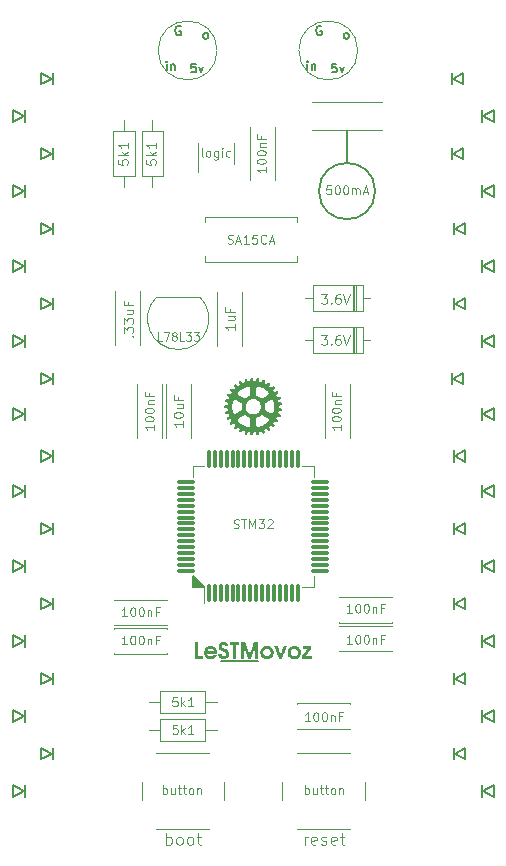
<source format=gbr>
%TF.GenerationSoftware,KiCad,Pcbnew,(7.0.0)*%
%TF.CreationDate,2024-04-29T17:21:40+02:00*%
%TF.ProjectId,LeSTMovoz revision,4c655354-4d6f-4766-9f7a-207265766973,rev?*%
%TF.SameCoordinates,Original*%
%TF.FileFunction,Legend,Top*%
%TF.FilePolarity,Positive*%
%FSLAX46Y46*%
G04 Gerber Fmt 4.6, Leading zero omitted, Abs format (unit mm)*
G04 Created by KiCad (PCBNEW (7.0.0)) date 2024-04-29 17:21:40*
%MOMM*%
%LPD*%
G01*
G04 APERTURE LIST*
G04 Aperture macros list*
%AMRoundRect*
0 Rectangle with rounded corners*
0 $1 Rounding radius*
0 $2 $3 $4 $5 $6 $7 $8 $9 X,Y pos of 4 corners*
0 Add a 4 corners polygon primitive as box body*
4,1,4,$2,$3,$4,$5,$6,$7,$8,$9,$2,$3,0*
0 Add four circle primitives for the rounded corners*
1,1,$1+$1,$2,$3*
1,1,$1+$1,$4,$5*
1,1,$1+$1,$6,$7*
1,1,$1+$1,$8,$9*
0 Add four rect primitives between the rounded corners*
20,1,$1+$1,$2,$3,$4,$5,0*
20,1,$1+$1,$4,$5,$6,$7,0*
20,1,$1+$1,$6,$7,$8,$9,0*
20,1,$1+$1,$8,$9,$2,$3,0*%
G04 Aperture macros list end*
%ADD10C,0.150000*%
%ADD11C,0.125000*%
%ADD12C,0.120000*%
%ADD13C,4.400000*%
%ADD14R,1.778000X1.300000*%
%ADD15R,1.400000X1.300000*%
%ADD16O,1.778000X1.300000*%
%ADD17C,2.000000*%
%ADD18C,1.400000*%
%ADD19O,1.400000X1.400000*%
%ADD20C,1.710000*%
%ADD21C,1.600000*%
%ADD22C,1.701800*%
%ADD23C,3.987800*%
%ADD24R,1.600000X1.600000*%
%ADD25O,1.600000X1.600000*%
%ADD26R,2.400000X2.400000*%
%ADD27O,2.400000X2.400000*%
%ADD28R,1.050000X1.500000*%
%ADD29O,1.050000X1.500000*%
%ADD30R,0.650000X2.000000*%
%ADD31RoundRect,0.075000X0.075000X-0.700000X0.075000X0.700000X-0.075000X0.700000X-0.075000X-0.700000X0*%
%ADD32RoundRect,0.075000X0.700000X-0.075000X0.700000X0.075000X-0.700000X0.075000X-0.700000X-0.075000X0*%
%ADD33O,1.000000X1.500000*%
%ADD34C,0.700000*%
%ADD35O,0.900000X1.700000*%
%ADD36O,0.900000X2.400000*%
G04 APERTURE END LIST*
D10*
G36*
X141096250Y-74778597D02*
G01*
X140146250Y-74778597D01*
X140146250Y-73828597D01*
X141096250Y-74778597D01*
G37*
X141096250Y-74778597D02*
X140146250Y-74778597D01*
X140146250Y-73828597D01*
X141096250Y-74778597D01*
X155575000Y-41275000D02*
G75*
G03*
X155575000Y-41275000I-2381250J0D01*
G01*
X153193750Y-38893750D02*
X153193750Y-36116000D01*
X142500000Y-81062500D02*
X145700000Y-81062500D01*
D11*
X138812068Y-84147481D02*
X138454925Y-84147481D01*
X138454925Y-84147481D02*
X138419211Y-84504624D01*
X138419211Y-84504624D02*
X138454925Y-84468910D01*
X138454925Y-84468910D02*
X138526354Y-84433196D01*
X138526354Y-84433196D02*
X138704925Y-84433196D01*
X138704925Y-84433196D02*
X138776354Y-84468910D01*
X138776354Y-84468910D02*
X138812068Y-84504624D01*
X138812068Y-84504624D02*
X138847782Y-84576053D01*
X138847782Y-84576053D02*
X138847782Y-84754624D01*
X138847782Y-84754624D02*
X138812068Y-84826053D01*
X138812068Y-84826053D02*
X138776354Y-84861767D01*
X138776354Y-84861767D02*
X138704925Y-84897481D01*
X138704925Y-84897481D02*
X138526354Y-84897481D01*
X138526354Y-84897481D02*
X138454925Y-84861767D01*
X138454925Y-84861767D02*
X138419211Y-84826053D01*
X139169211Y-84897481D02*
X139169211Y-84147481D01*
X139240640Y-84611767D02*
X139454925Y-84897481D01*
X139454925Y-84397481D02*
X139169211Y-84683196D01*
X140169211Y-84897481D02*
X139740640Y-84897481D01*
X139954925Y-84897481D02*
X139954925Y-84147481D01*
X139954925Y-84147481D02*
X139883497Y-84254624D01*
X139883497Y-84254624D02*
X139812068Y-84326053D01*
X139812068Y-84326053D02*
X139740640Y-84361767D01*
X151836607Y-40800535D02*
X151479464Y-40800535D01*
X151479464Y-40800535D02*
X151443750Y-41157678D01*
X151443750Y-41157678D02*
X151479464Y-41121964D01*
X151479464Y-41121964D02*
X151550893Y-41086250D01*
X151550893Y-41086250D02*
X151729464Y-41086250D01*
X151729464Y-41086250D02*
X151800893Y-41121964D01*
X151800893Y-41121964D02*
X151836607Y-41157678D01*
X151836607Y-41157678D02*
X151872321Y-41229107D01*
X151872321Y-41229107D02*
X151872321Y-41407678D01*
X151872321Y-41407678D02*
X151836607Y-41479107D01*
X151836607Y-41479107D02*
X151800893Y-41514821D01*
X151800893Y-41514821D02*
X151729464Y-41550535D01*
X151729464Y-41550535D02*
X151550893Y-41550535D01*
X151550893Y-41550535D02*
X151479464Y-41514821D01*
X151479464Y-41514821D02*
X151443750Y-41479107D01*
X152336607Y-40800535D02*
X152408036Y-40800535D01*
X152408036Y-40800535D02*
X152479464Y-40836250D01*
X152479464Y-40836250D02*
X152515179Y-40871964D01*
X152515179Y-40871964D02*
X152550893Y-40943392D01*
X152550893Y-40943392D02*
X152586607Y-41086250D01*
X152586607Y-41086250D02*
X152586607Y-41264821D01*
X152586607Y-41264821D02*
X152550893Y-41407678D01*
X152550893Y-41407678D02*
X152515179Y-41479107D01*
X152515179Y-41479107D02*
X152479464Y-41514821D01*
X152479464Y-41514821D02*
X152408036Y-41550535D01*
X152408036Y-41550535D02*
X152336607Y-41550535D01*
X152336607Y-41550535D02*
X152265179Y-41514821D01*
X152265179Y-41514821D02*
X152229464Y-41479107D01*
X152229464Y-41479107D02*
X152193750Y-41407678D01*
X152193750Y-41407678D02*
X152158036Y-41264821D01*
X152158036Y-41264821D02*
X152158036Y-41086250D01*
X152158036Y-41086250D02*
X152193750Y-40943392D01*
X152193750Y-40943392D02*
X152229464Y-40871964D01*
X152229464Y-40871964D02*
X152265179Y-40836250D01*
X152265179Y-40836250D02*
X152336607Y-40800535D01*
X153050893Y-40800535D02*
X153122322Y-40800535D01*
X153122322Y-40800535D02*
X153193750Y-40836250D01*
X153193750Y-40836250D02*
X153229465Y-40871964D01*
X153229465Y-40871964D02*
X153265179Y-40943392D01*
X153265179Y-40943392D02*
X153300893Y-41086250D01*
X153300893Y-41086250D02*
X153300893Y-41264821D01*
X153300893Y-41264821D02*
X153265179Y-41407678D01*
X153265179Y-41407678D02*
X153229465Y-41479107D01*
X153229465Y-41479107D02*
X153193750Y-41514821D01*
X153193750Y-41514821D02*
X153122322Y-41550535D01*
X153122322Y-41550535D02*
X153050893Y-41550535D01*
X153050893Y-41550535D02*
X152979465Y-41514821D01*
X152979465Y-41514821D02*
X152943750Y-41479107D01*
X152943750Y-41479107D02*
X152908036Y-41407678D01*
X152908036Y-41407678D02*
X152872322Y-41264821D01*
X152872322Y-41264821D02*
X152872322Y-41086250D01*
X152872322Y-41086250D02*
X152908036Y-40943392D01*
X152908036Y-40943392D02*
X152943750Y-40871964D01*
X152943750Y-40871964D02*
X152979465Y-40836250D01*
X152979465Y-40836250D02*
X153050893Y-40800535D01*
X153622322Y-41550535D02*
X153622322Y-41050535D01*
X153622322Y-41121964D02*
X153658036Y-41086250D01*
X153658036Y-41086250D02*
X153729465Y-41050535D01*
X153729465Y-41050535D02*
X153836608Y-41050535D01*
X153836608Y-41050535D02*
X153908036Y-41086250D01*
X153908036Y-41086250D02*
X153943751Y-41157678D01*
X153943751Y-41157678D02*
X153943751Y-41550535D01*
X153943751Y-41157678D02*
X153979465Y-41086250D01*
X153979465Y-41086250D02*
X154050893Y-41050535D01*
X154050893Y-41050535D02*
X154158036Y-41050535D01*
X154158036Y-41050535D02*
X154229465Y-41086250D01*
X154229465Y-41086250D02*
X154265179Y-41157678D01*
X154265179Y-41157678D02*
X154265179Y-41550535D01*
X154586608Y-41336250D02*
X154943751Y-41336250D01*
X154515179Y-41550535D02*
X154765179Y-40800535D01*
X154765179Y-40800535D02*
X155015179Y-41550535D01*
X136218904Y-38614285D02*
X136218904Y-38995237D01*
X136218904Y-38995237D02*
X136599857Y-39033333D01*
X136599857Y-39033333D02*
X136561761Y-38995237D01*
X136561761Y-38995237D02*
X136523666Y-38919047D01*
X136523666Y-38919047D02*
X136523666Y-38728571D01*
X136523666Y-38728571D02*
X136561761Y-38652380D01*
X136561761Y-38652380D02*
X136599857Y-38614285D01*
X136599857Y-38614285D02*
X136676047Y-38576190D01*
X136676047Y-38576190D02*
X136866523Y-38576190D01*
X136866523Y-38576190D02*
X136942714Y-38614285D01*
X136942714Y-38614285D02*
X136980809Y-38652380D01*
X136980809Y-38652380D02*
X137018904Y-38728571D01*
X137018904Y-38728571D02*
X137018904Y-38919047D01*
X137018904Y-38919047D02*
X136980809Y-38995237D01*
X136980809Y-38995237D02*
X136942714Y-39033333D01*
X137018904Y-38233332D02*
X136218904Y-38233332D01*
X136714142Y-38157142D02*
X137018904Y-37928570D01*
X136485571Y-37928570D02*
X136790333Y-38233332D01*
X137018904Y-37166666D02*
X137018904Y-37623809D01*
X137018904Y-37395237D02*
X136218904Y-37395237D01*
X136218904Y-37395237D02*
X136333190Y-37471428D01*
X136333190Y-37471428D02*
X136409380Y-37547618D01*
X136409380Y-37547618D02*
X136447476Y-37623809D01*
X151010889Y-49998392D02*
X151506127Y-49998392D01*
X151506127Y-49998392D02*
X151239461Y-50303154D01*
X151239461Y-50303154D02*
X151353746Y-50303154D01*
X151353746Y-50303154D02*
X151429937Y-50341249D01*
X151429937Y-50341249D02*
X151468032Y-50379345D01*
X151468032Y-50379345D02*
X151506127Y-50455535D01*
X151506127Y-50455535D02*
X151506127Y-50646011D01*
X151506127Y-50646011D02*
X151468032Y-50722202D01*
X151468032Y-50722202D02*
X151429937Y-50760297D01*
X151429937Y-50760297D02*
X151353746Y-50798392D01*
X151353746Y-50798392D02*
X151125175Y-50798392D01*
X151125175Y-50798392D02*
X151048984Y-50760297D01*
X151048984Y-50760297D02*
X151010889Y-50722202D01*
X151848985Y-50722202D02*
X151887080Y-50760297D01*
X151887080Y-50760297D02*
X151848985Y-50798392D01*
X151848985Y-50798392D02*
X151810889Y-50760297D01*
X151810889Y-50760297D02*
X151848985Y-50722202D01*
X151848985Y-50722202D02*
X151848985Y-50798392D01*
X152572794Y-49998392D02*
X152420413Y-49998392D01*
X152420413Y-49998392D02*
X152344222Y-50036488D01*
X152344222Y-50036488D02*
X152306127Y-50074583D01*
X152306127Y-50074583D02*
X152229937Y-50188868D01*
X152229937Y-50188868D02*
X152191841Y-50341249D01*
X152191841Y-50341249D02*
X152191841Y-50646011D01*
X152191841Y-50646011D02*
X152229937Y-50722202D01*
X152229937Y-50722202D02*
X152268032Y-50760297D01*
X152268032Y-50760297D02*
X152344222Y-50798392D01*
X152344222Y-50798392D02*
X152496603Y-50798392D01*
X152496603Y-50798392D02*
X152572794Y-50760297D01*
X152572794Y-50760297D02*
X152610889Y-50722202D01*
X152610889Y-50722202D02*
X152648984Y-50646011D01*
X152648984Y-50646011D02*
X152648984Y-50455535D01*
X152648984Y-50455535D02*
X152610889Y-50379345D01*
X152610889Y-50379345D02*
X152572794Y-50341249D01*
X152572794Y-50341249D02*
X152496603Y-50303154D01*
X152496603Y-50303154D02*
X152344222Y-50303154D01*
X152344222Y-50303154D02*
X152268032Y-50341249D01*
X152268032Y-50341249D02*
X152229937Y-50379345D01*
X152229937Y-50379345D02*
X152191841Y-50455535D01*
X152877556Y-49998392D02*
X153144223Y-50798392D01*
X153144223Y-50798392D02*
X153410889Y-49998392D01*
X149599073Y-96611130D02*
X149599073Y-95944464D01*
X149599073Y-96134940D02*
X149646692Y-96039702D01*
X149646692Y-96039702D02*
X149694311Y-95992083D01*
X149694311Y-95992083D02*
X149789549Y-95944464D01*
X149789549Y-95944464D02*
X149884787Y-95944464D01*
X150599073Y-96563511D02*
X150503835Y-96611130D01*
X150503835Y-96611130D02*
X150313359Y-96611130D01*
X150313359Y-96611130D02*
X150218121Y-96563511D01*
X150218121Y-96563511D02*
X150170502Y-96468273D01*
X150170502Y-96468273D02*
X150170502Y-96087321D01*
X150170502Y-96087321D02*
X150218121Y-95992083D01*
X150218121Y-95992083D02*
X150313359Y-95944464D01*
X150313359Y-95944464D02*
X150503835Y-95944464D01*
X150503835Y-95944464D02*
X150599073Y-95992083D01*
X150599073Y-95992083D02*
X150646692Y-96087321D01*
X150646692Y-96087321D02*
X150646692Y-96182559D01*
X150646692Y-96182559D02*
X150170502Y-96277797D01*
X151027645Y-96563511D02*
X151122883Y-96611130D01*
X151122883Y-96611130D02*
X151313359Y-96611130D01*
X151313359Y-96611130D02*
X151408597Y-96563511D01*
X151408597Y-96563511D02*
X151456216Y-96468273D01*
X151456216Y-96468273D02*
X151456216Y-96420654D01*
X151456216Y-96420654D02*
X151408597Y-96325416D01*
X151408597Y-96325416D02*
X151313359Y-96277797D01*
X151313359Y-96277797D02*
X151170502Y-96277797D01*
X151170502Y-96277797D02*
X151075264Y-96230178D01*
X151075264Y-96230178D02*
X151027645Y-96134940D01*
X151027645Y-96134940D02*
X151027645Y-96087321D01*
X151027645Y-96087321D02*
X151075264Y-95992083D01*
X151075264Y-95992083D02*
X151170502Y-95944464D01*
X151170502Y-95944464D02*
X151313359Y-95944464D01*
X151313359Y-95944464D02*
X151408597Y-95992083D01*
X152265740Y-96563511D02*
X152170502Y-96611130D01*
X152170502Y-96611130D02*
X151980026Y-96611130D01*
X151980026Y-96611130D02*
X151884788Y-96563511D01*
X151884788Y-96563511D02*
X151837169Y-96468273D01*
X151837169Y-96468273D02*
X151837169Y-96087321D01*
X151837169Y-96087321D02*
X151884788Y-95992083D01*
X151884788Y-95992083D02*
X151980026Y-95944464D01*
X151980026Y-95944464D02*
X152170502Y-95944464D01*
X152170502Y-95944464D02*
X152265740Y-95992083D01*
X152265740Y-95992083D02*
X152313359Y-96087321D01*
X152313359Y-96087321D02*
X152313359Y-96182559D01*
X152313359Y-96182559D02*
X151837169Y-96277797D01*
X152599074Y-95944464D02*
X152980026Y-95944464D01*
X152741931Y-95611130D02*
X152741931Y-96468273D01*
X152741931Y-96468273D02*
X152789550Y-96563511D01*
X152789550Y-96563511D02*
X152884788Y-96611130D01*
X152884788Y-96611130D02*
X152980026Y-96611130D01*
X153617729Y-79604690D02*
X153189158Y-79604690D01*
X153403443Y-79604690D02*
X153403443Y-78854690D01*
X153403443Y-78854690D02*
X153332015Y-78961833D01*
X153332015Y-78961833D02*
X153260586Y-79033262D01*
X153260586Y-79033262D02*
X153189158Y-79068976D01*
X154082015Y-78854690D02*
X154153444Y-78854690D01*
X154153444Y-78854690D02*
X154224872Y-78890405D01*
X154224872Y-78890405D02*
X154260587Y-78926119D01*
X154260587Y-78926119D02*
X154296301Y-78997547D01*
X154296301Y-78997547D02*
X154332015Y-79140405D01*
X154332015Y-79140405D02*
X154332015Y-79318976D01*
X154332015Y-79318976D02*
X154296301Y-79461833D01*
X154296301Y-79461833D02*
X154260587Y-79533262D01*
X154260587Y-79533262D02*
X154224872Y-79568976D01*
X154224872Y-79568976D02*
X154153444Y-79604690D01*
X154153444Y-79604690D02*
X154082015Y-79604690D01*
X154082015Y-79604690D02*
X154010587Y-79568976D01*
X154010587Y-79568976D02*
X153974872Y-79533262D01*
X153974872Y-79533262D02*
X153939158Y-79461833D01*
X153939158Y-79461833D02*
X153903444Y-79318976D01*
X153903444Y-79318976D02*
X153903444Y-79140405D01*
X153903444Y-79140405D02*
X153939158Y-78997547D01*
X153939158Y-78997547D02*
X153974872Y-78926119D01*
X153974872Y-78926119D02*
X154010587Y-78890405D01*
X154010587Y-78890405D02*
X154082015Y-78854690D01*
X154796301Y-78854690D02*
X154867730Y-78854690D01*
X154867730Y-78854690D02*
X154939158Y-78890405D01*
X154939158Y-78890405D02*
X154974873Y-78926119D01*
X154974873Y-78926119D02*
X155010587Y-78997547D01*
X155010587Y-78997547D02*
X155046301Y-79140405D01*
X155046301Y-79140405D02*
X155046301Y-79318976D01*
X155046301Y-79318976D02*
X155010587Y-79461833D01*
X155010587Y-79461833D02*
X154974873Y-79533262D01*
X154974873Y-79533262D02*
X154939158Y-79568976D01*
X154939158Y-79568976D02*
X154867730Y-79604690D01*
X154867730Y-79604690D02*
X154796301Y-79604690D01*
X154796301Y-79604690D02*
X154724873Y-79568976D01*
X154724873Y-79568976D02*
X154689158Y-79533262D01*
X154689158Y-79533262D02*
X154653444Y-79461833D01*
X154653444Y-79461833D02*
X154617730Y-79318976D01*
X154617730Y-79318976D02*
X154617730Y-79140405D01*
X154617730Y-79140405D02*
X154653444Y-78997547D01*
X154653444Y-78997547D02*
X154689158Y-78926119D01*
X154689158Y-78926119D02*
X154724873Y-78890405D01*
X154724873Y-78890405D02*
X154796301Y-78854690D01*
X155367730Y-79104690D02*
X155367730Y-79604690D01*
X155367730Y-79176119D02*
X155403444Y-79140405D01*
X155403444Y-79140405D02*
X155474873Y-79104690D01*
X155474873Y-79104690D02*
X155582016Y-79104690D01*
X155582016Y-79104690D02*
X155653444Y-79140405D01*
X155653444Y-79140405D02*
X155689159Y-79211833D01*
X155689159Y-79211833D02*
X155689159Y-79604690D01*
X156296301Y-79211833D02*
X156046301Y-79211833D01*
X156046301Y-79604690D02*
X156046301Y-78854690D01*
X156046301Y-78854690D02*
X156403444Y-78854690D01*
X143613392Y-69780328D02*
X143720535Y-69816042D01*
X143720535Y-69816042D02*
X143899106Y-69816042D01*
X143899106Y-69816042D02*
X143970535Y-69780328D01*
X143970535Y-69780328D02*
X144006249Y-69744614D01*
X144006249Y-69744614D02*
X144041963Y-69673185D01*
X144041963Y-69673185D02*
X144041963Y-69601757D01*
X144041963Y-69601757D02*
X144006249Y-69530328D01*
X144006249Y-69530328D02*
X143970535Y-69494614D01*
X143970535Y-69494614D02*
X143899106Y-69458899D01*
X143899106Y-69458899D02*
X143756249Y-69423185D01*
X143756249Y-69423185D02*
X143684820Y-69387471D01*
X143684820Y-69387471D02*
X143649106Y-69351757D01*
X143649106Y-69351757D02*
X143613392Y-69280328D01*
X143613392Y-69280328D02*
X143613392Y-69208899D01*
X143613392Y-69208899D02*
X143649106Y-69137471D01*
X143649106Y-69137471D02*
X143684820Y-69101757D01*
X143684820Y-69101757D02*
X143756249Y-69066042D01*
X143756249Y-69066042D02*
X143934820Y-69066042D01*
X143934820Y-69066042D02*
X144041963Y-69101757D01*
X144256249Y-69066042D02*
X144684821Y-69066042D01*
X144470535Y-69816042D02*
X144470535Y-69066042D01*
X144934821Y-69816042D02*
X144934821Y-69066042D01*
X144934821Y-69066042D02*
X145184821Y-69601757D01*
X145184821Y-69601757D02*
X145434821Y-69066042D01*
X145434821Y-69066042D02*
X145434821Y-69816042D01*
X145720535Y-69066042D02*
X146184821Y-69066042D01*
X146184821Y-69066042D02*
X145934821Y-69351757D01*
X145934821Y-69351757D02*
X146041964Y-69351757D01*
X146041964Y-69351757D02*
X146113393Y-69387471D01*
X146113393Y-69387471D02*
X146149107Y-69423185D01*
X146149107Y-69423185D02*
X146184821Y-69494614D01*
X146184821Y-69494614D02*
X146184821Y-69673185D01*
X146184821Y-69673185D02*
X146149107Y-69744614D01*
X146149107Y-69744614D02*
X146113393Y-69780328D01*
X146113393Y-69780328D02*
X146041964Y-69816042D01*
X146041964Y-69816042D02*
X145827678Y-69816042D01*
X145827678Y-69816042D02*
X145756250Y-69780328D01*
X145756250Y-69780328D02*
X145720535Y-69744614D01*
X146470536Y-69137471D02*
X146506250Y-69101757D01*
X146506250Y-69101757D02*
X146577679Y-69066042D01*
X146577679Y-69066042D02*
X146756250Y-69066042D01*
X146756250Y-69066042D02*
X146827679Y-69101757D01*
X146827679Y-69101757D02*
X146863393Y-69137471D01*
X146863393Y-69137471D02*
X146899107Y-69208899D01*
X146899107Y-69208899D02*
X146899107Y-69280328D01*
X146899107Y-69280328D02*
X146863393Y-69387471D01*
X146863393Y-69387471D02*
X146434821Y-69816042D01*
X146434821Y-69816042D02*
X146899107Y-69816042D01*
X143689293Y-52568178D02*
X143689293Y-53025321D01*
X143689293Y-52796749D02*
X142889293Y-52796749D01*
X142889293Y-52796749D02*
X143003579Y-52872940D01*
X143003579Y-52872940D02*
X143079769Y-52949130D01*
X143079769Y-52949130D02*
X143117865Y-53025321D01*
X143155960Y-51882463D02*
X143689293Y-51882463D01*
X143155960Y-52225320D02*
X143575008Y-52225320D01*
X143575008Y-52225320D02*
X143651198Y-52187225D01*
X143651198Y-52187225D02*
X143689293Y-52111035D01*
X143689293Y-52111035D02*
X143689293Y-51996749D01*
X143689293Y-51996749D02*
X143651198Y-51920558D01*
X143651198Y-51920558D02*
X143613103Y-51882463D01*
X143270246Y-51234844D02*
X143270246Y-51501510D01*
X143689293Y-51501510D02*
X142889293Y-51501510D01*
X142889293Y-51501510D02*
X142889293Y-51120558D01*
X134570535Y-79660315D02*
X134141964Y-79660315D01*
X134356249Y-79660315D02*
X134356249Y-78910315D01*
X134356249Y-78910315D02*
X134284821Y-79017458D01*
X134284821Y-79017458D02*
X134213392Y-79088887D01*
X134213392Y-79088887D02*
X134141964Y-79124601D01*
X135034821Y-78910315D02*
X135106250Y-78910315D01*
X135106250Y-78910315D02*
X135177678Y-78946030D01*
X135177678Y-78946030D02*
X135213393Y-78981744D01*
X135213393Y-78981744D02*
X135249107Y-79053172D01*
X135249107Y-79053172D02*
X135284821Y-79196030D01*
X135284821Y-79196030D02*
X135284821Y-79374601D01*
X135284821Y-79374601D02*
X135249107Y-79517458D01*
X135249107Y-79517458D02*
X135213393Y-79588887D01*
X135213393Y-79588887D02*
X135177678Y-79624601D01*
X135177678Y-79624601D02*
X135106250Y-79660315D01*
X135106250Y-79660315D02*
X135034821Y-79660315D01*
X135034821Y-79660315D02*
X134963393Y-79624601D01*
X134963393Y-79624601D02*
X134927678Y-79588887D01*
X134927678Y-79588887D02*
X134891964Y-79517458D01*
X134891964Y-79517458D02*
X134856250Y-79374601D01*
X134856250Y-79374601D02*
X134856250Y-79196030D01*
X134856250Y-79196030D02*
X134891964Y-79053172D01*
X134891964Y-79053172D02*
X134927678Y-78981744D01*
X134927678Y-78981744D02*
X134963393Y-78946030D01*
X134963393Y-78946030D02*
X135034821Y-78910315D01*
X135749107Y-78910315D02*
X135820536Y-78910315D01*
X135820536Y-78910315D02*
X135891964Y-78946030D01*
X135891964Y-78946030D02*
X135927679Y-78981744D01*
X135927679Y-78981744D02*
X135963393Y-79053172D01*
X135963393Y-79053172D02*
X135999107Y-79196030D01*
X135999107Y-79196030D02*
X135999107Y-79374601D01*
X135999107Y-79374601D02*
X135963393Y-79517458D01*
X135963393Y-79517458D02*
X135927679Y-79588887D01*
X135927679Y-79588887D02*
X135891964Y-79624601D01*
X135891964Y-79624601D02*
X135820536Y-79660315D01*
X135820536Y-79660315D02*
X135749107Y-79660315D01*
X135749107Y-79660315D02*
X135677679Y-79624601D01*
X135677679Y-79624601D02*
X135641964Y-79588887D01*
X135641964Y-79588887D02*
X135606250Y-79517458D01*
X135606250Y-79517458D02*
X135570536Y-79374601D01*
X135570536Y-79374601D02*
X135570536Y-79196030D01*
X135570536Y-79196030D02*
X135606250Y-79053172D01*
X135606250Y-79053172D02*
X135641964Y-78981744D01*
X135641964Y-78981744D02*
X135677679Y-78946030D01*
X135677679Y-78946030D02*
X135749107Y-78910315D01*
X136320536Y-79160315D02*
X136320536Y-79660315D01*
X136320536Y-79231744D02*
X136356250Y-79196030D01*
X136356250Y-79196030D02*
X136427679Y-79160315D01*
X136427679Y-79160315D02*
X136534822Y-79160315D01*
X136534822Y-79160315D02*
X136606250Y-79196030D01*
X136606250Y-79196030D02*
X136641965Y-79267458D01*
X136641965Y-79267458D02*
X136641965Y-79660315D01*
X137249107Y-79267458D02*
X136999107Y-79267458D01*
X136999107Y-79660315D02*
X136999107Y-78910315D01*
X136999107Y-78910315D02*
X137356250Y-78910315D01*
X150067464Y-86149974D02*
X149638893Y-86149974D01*
X149853178Y-86149974D02*
X149853178Y-85399974D01*
X149853178Y-85399974D02*
X149781750Y-85507117D01*
X149781750Y-85507117D02*
X149710321Y-85578546D01*
X149710321Y-85578546D02*
X149638893Y-85614260D01*
X150531750Y-85399974D02*
X150603179Y-85399974D01*
X150603179Y-85399974D02*
X150674607Y-85435689D01*
X150674607Y-85435689D02*
X150710322Y-85471403D01*
X150710322Y-85471403D02*
X150746036Y-85542831D01*
X150746036Y-85542831D02*
X150781750Y-85685689D01*
X150781750Y-85685689D02*
X150781750Y-85864260D01*
X150781750Y-85864260D02*
X150746036Y-86007117D01*
X150746036Y-86007117D02*
X150710322Y-86078546D01*
X150710322Y-86078546D02*
X150674607Y-86114260D01*
X150674607Y-86114260D02*
X150603179Y-86149974D01*
X150603179Y-86149974D02*
X150531750Y-86149974D01*
X150531750Y-86149974D02*
X150460322Y-86114260D01*
X150460322Y-86114260D02*
X150424607Y-86078546D01*
X150424607Y-86078546D02*
X150388893Y-86007117D01*
X150388893Y-86007117D02*
X150353179Y-85864260D01*
X150353179Y-85864260D02*
X150353179Y-85685689D01*
X150353179Y-85685689D02*
X150388893Y-85542831D01*
X150388893Y-85542831D02*
X150424607Y-85471403D01*
X150424607Y-85471403D02*
X150460322Y-85435689D01*
X150460322Y-85435689D02*
X150531750Y-85399974D01*
X151246036Y-85399974D02*
X151317465Y-85399974D01*
X151317465Y-85399974D02*
X151388893Y-85435689D01*
X151388893Y-85435689D02*
X151424608Y-85471403D01*
X151424608Y-85471403D02*
X151460322Y-85542831D01*
X151460322Y-85542831D02*
X151496036Y-85685689D01*
X151496036Y-85685689D02*
X151496036Y-85864260D01*
X151496036Y-85864260D02*
X151460322Y-86007117D01*
X151460322Y-86007117D02*
X151424608Y-86078546D01*
X151424608Y-86078546D02*
X151388893Y-86114260D01*
X151388893Y-86114260D02*
X151317465Y-86149974D01*
X151317465Y-86149974D02*
X151246036Y-86149974D01*
X151246036Y-86149974D02*
X151174608Y-86114260D01*
X151174608Y-86114260D02*
X151138893Y-86078546D01*
X151138893Y-86078546D02*
X151103179Y-86007117D01*
X151103179Y-86007117D02*
X151067465Y-85864260D01*
X151067465Y-85864260D02*
X151067465Y-85685689D01*
X151067465Y-85685689D02*
X151103179Y-85542831D01*
X151103179Y-85542831D02*
X151138893Y-85471403D01*
X151138893Y-85471403D02*
X151174608Y-85435689D01*
X151174608Y-85435689D02*
X151246036Y-85399974D01*
X151817465Y-85649974D02*
X151817465Y-86149974D01*
X151817465Y-85721403D02*
X151853179Y-85685689D01*
X151853179Y-85685689D02*
X151924608Y-85649974D01*
X151924608Y-85649974D02*
X152031751Y-85649974D01*
X152031751Y-85649974D02*
X152103179Y-85685689D01*
X152103179Y-85685689D02*
X152138894Y-85757117D01*
X152138894Y-85757117D02*
X152138894Y-86149974D01*
X152746036Y-85757117D02*
X152496036Y-85757117D01*
X152496036Y-86149974D02*
X152496036Y-85399974D01*
X152496036Y-85399974D02*
X152853179Y-85399974D01*
X135019140Y-53558654D02*
X135057235Y-53520559D01*
X135057235Y-53520559D02*
X135095330Y-53558654D01*
X135095330Y-53558654D02*
X135057235Y-53596750D01*
X135057235Y-53596750D02*
X135019140Y-53558654D01*
X135019140Y-53558654D02*
X135095330Y-53558654D01*
X134295330Y-53253893D02*
X134295330Y-52758655D01*
X134295330Y-52758655D02*
X134600092Y-53025321D01*
X134600092Y-53025321D02*
X134600092Y-52911036D01*
X134600092Y-52911036D02*
X134638187Y-52834845D01*
X134638187Y-52834845D02*
X134676283Y-52796750D01*
X134676283Y-52796750D02*
X134752473Y-52758655D01*
X134752473Y-52758655D02*
X134942949Y-52758655D01*
X134942949Y-52758655D02*
X135019140Y-52796750D01*
X135019140Y-52796750D02*
X135057235Y-52834845D01*
X135057235Y-52834845D02*
X135095330Y-52911036D01*
X135095330Y-52911036D02*
X135095330Y-53139607D01*
X135095330Y-53139607D02*
X135057235Y-53215798D01*
X135057235Y-53215798D02*
X135019140Y-53253893D01*
X134295330Y-52491988D02*
X134295330Y-51996750D01*
X134295330Y-51996750D02*
X134600092Y-52263416D01*
X134600092Y-52263416D02*
X134600092Y-52149131D01*
X134600092Y-52149131D02*
X134638187Y-52072940D01*
X134638187Y-52072940D02*
X134676283Y-52034845D01*
X134676283Y-52034845D02*
X134752473Y-51996750D01*
X134752473Y-51996750D02*
X134942949Y-51996750D01*
X134942949Y-51996750D02*
X135019140Y-52034845D01*
X135019140Y-52034845D02*
X135057235Y-52072940D01*
X135057235Y-52072940D02*
X135095330Y-52149131D01*
X135095330Y-52149131D02*
X135095330Y-52377702D01*
X135095330Y-52377702D02*
X135057235Y-52453893D01*
X135057235Y-52453893D02*
X135019140Y-52491988D01*
X134561997Y-51311035D02*
X135095330Y-51311035D01*
X134561997Y-51653892D02*
X134981045Y-51653892D01*
X134981045Y-51653892D02*
X135057235Y-51615797D01*
X135057235Y-51615797D02*
X135095330Y-51539607D01*
X135095330Y-51539607D02*
X135095330Y-51425321D01*
X135095330Y-51425321D02*
X135057235Y-51349130D01*
X135057235Y-51349130D02*
X135019140Y-51311035D01*
X134676283Y-50663416D02*
X134676283Y-50930082D01*
X135095330Y-50930082D02*
X134295330Y-50930082D01*
X134295330Y-50930082D02*
X134295330Y-50549130D01*
X149644519Y-92327885D02*
X149644519Y-91577885D01*
X149644519Y-91863600D02*
X149715948Y-91827885D01*
X149715948Y-91827885D02*
X149858805Y-91827885D01*
X149858805Y-91827885D02*
X149930233Y-91863600D01*
X149930233Y-91863600D02*
X149965948Y-91899314D01*
X149965948Y-91899314D02*
X150001662Y-91970742D01*
X150001662Y-91970742D02*
X150001662Y-92185028D01*
X150001662Y-92185028D02*
X149965948Y-92256457D01*
X149965948Y-92256457D02*
X149930233Y-92292171D01*
X149930233Y-92292171D02*
X149858805Y-92327885D01*
X149858805Y-92327885D02*
X149715948Y-92327885D01*
X149715948Y-92327885D02*
X149644519Y-92292171D01*
X150644519Y-91827885D02*
X150644519Y-92327885D01*
X150323090Y-91827885D02*
X150323090Y-92220742D01*
X150323090Y-92220742D02*
X150358804Y-92292171D01*
X150358804Y-92292171D02*
X150430233Y-92327885D01*
X150430233Y-92327885D02*
X150537376Y-92327885D01*
X150537376Y-92327885D02*
X150608804Y-92292171D01*
X150608804Y-92292171D02*
X150644519Y-92256457D01*
X150894518Y-91827885D02*
X151180232Y-91827885D01*
X151001661Y-91577885D02*
X151001661Y-92220742D01*
X151001661Y-92220742D02*
X151037375Y-92292171D01*
X151037375Y-92292171D02*
X151108804Y-92327885D01*
X151108804Y-92327885D02*
X151180232Y-92327885D01*
X151323089Y-91827885D02*
X151608803Y-91827885D01*
X151430232Y-91577885D02*
X151430232Y-92220742D01*
X151430232Y-92220742D02*
X151465946Y-92292171D01*
X151465946Y-92292171D02*
X151537375Y-92327885D01*
X151537375Y-92327885D02*
X151608803Y-92327885D01*
X151965946Y-92327885D02*
X151894517Y-92292171D01*
X151894517Y-92292171D02*
X151858803Y-92256457D01*
X151858803Y-92256457D02*
X151823089Y-92185028D01*
X151823089Y-92185028D02*
X151823089Y-91970742D01*
X151823089Y-91970742D02*
X151858803Y-91899314D01*
X151858803Y-91899314D02*
X151894517Y-91863600D01*
X151894517Y-91863600D02*
X151965946Y-91827885D01*
X151965946Y-91827885D02*
X152073089Y-91827885D01*
X152073089Y-91827885D02*
X152144517Y-91863600D01*
X152144517Y-91863600D02*
X152180232Y-91899314D01*
X152180232Y-91899314D02*
X152215946Y-91970742D01*
X152215946Y-91970742D02*
X152215946Y-92185028D01*
X152215946Y-92185028D02*
X152180232Y-92256457D01*
X152180232Y-92256457D02*
X152144517Y-92292171D01*
X152144517Y-92292171D02*
X152073089Y-92327885D01*
X152073089Y-92327885D02*
X151965946Y-92327885D01*
X152537374Y-91827885D02*
X152537374Y-92327885D01*
X152537374Y-91899314D02*
X152573088Y-91863600D01*
X152573088Y-91863600D02*
X152644517Y-91827885D01*
X152644517Y-91827885D02*
X152751660Y-91827885D01*
X152751660Y-91827885D02*
X152823088Y-91863600D01*
X152823088Y-91863600D02*
X152858803Y-91935028D01*
X152858803Y-91935028D02*
X152858803Y-92327885D01*
X153620535Y-76959792D02*
X153191964Y-76959792D01*
X153406249Y-76959792D02*
X153406249Y-76209792D01*
X153406249Y-76209792D02*
X153334821Y-76316935D01*
X153334821Y-76316935D02*
X153263392Y-76388364D01*
X153263392Y-76388364D02*
X153191964Y-76424078D01*
X154084821Y-76209792D02*
X154156250Y-76209792D01*
X154156250Y-76209792D02*
X154227678Y-76245507D01*
X154227678Y-76245507D02*
X154263393Y-76281221D01*
X154263393Y-76281221D02*
X154299107Y-76352649D01*
X154299107Y-76352649D02*
X154334821Y-76495507D01*
X154334821Y-76495507D02*
X154334821Y-76674078D01*
X154334821Y-76674078D02*
X154299107Y-76816935D01*
X154299107Y-76816935D02*
X154263393Y-76888364D01*
X154263393Y-76888364D02*
X154227678Y-76924078D01*
X154227678Y-76924078D02*
X154156250Y-76959792D01*
X154156250Y-76959792D02*
X154084821Y-76959792D01*
X154084821Y-76959792D02*
X154013393Y-76924078D01*
X154013393Y-76924078D02*
X153977678Y-76888364D01*
X153977678Y-76888364D02*
X153941964Y-76816935D01*
X153941964Y-76816935D02*
X153906250Y-76674078D01*
X153906250Y-76674078D02*
X153906250Y-76495507D01*
X153906250Y-76495507D02*
X153941964Y-76352649D01*
X153941964Y-76352649D02*
X153977678Y-76281221D01*
X153977678Y-76281221D02*
X154013393Y-76245507D01*
X154013393Y-76245507D02*
X154084821Y-76209792D01*
X154799107Y-76209792D02*
X154870536Y-76209792D01*
X154870536Y-76209792D02*
X154941964Y-76245507D01*
X154941964Y-76245507D02*
X154977679Y-76281221D01*
X154977679Y-76281221D02*
X155013393Y-76352649D01*
X155013393Y-76352649D02*
X155049107Y-76495507D01*
X155049107Y-76495507D02*
X155049107Y-76674078D01*
X155049107Y-76674078D02*
X155013393Y-76816935D01*
X155013393Y-76816935D02*
X154977679Y-76888364D01*
X154977679Y-76888364D02*
X154941964Y-76924078D01*
X154941964Y-76924078D02*
X154870536Y-76959792D01*
X154870536Y-76959792D02*
X154799107Y-76959792D01*
X154799107Y-76959792D02*
X154727679Y-76924078D01*
X154727679Y-76924078D02*
X154691964Y-76888364D01*
X154691964Y-76888364D02*
X154656250Y-76816935D01*
X154656250Y-76816935D02*
X154620536Y-76674078D01*
X154620536Y-76674078D02*
X154620536Y-76495507D01*
X154620536Y-76495507D02*
X154656250Y-76352649D01*
X154656250Y-76352649D02*
X154691964Y-76281221D01*
X154691964Y-76281221D02*
X154727679Y-76245507D01*
X154727679Y-76245507D02*
X154799107Y-76209792D01*
X155370536Y-76459792D02*
X155370536Y-76959792D01*
X155370536Y-76531221D02*
X155406250Y-76495507D01*
X155406250Y-76495507D02*
X155477679Y-76459792D01*
X155477679Y-76459792D02*
X155584822Y-76459792D01*
X155584822Y-76459792D02*
X155656250Y-76495507D01*
X155656250Y-76495507D02*
X155691965Y-76566935D01*
X155691965Y-76566935D02*
X155691965Y-76959792D01*
X156299107Y-76566935D02*
X156049107Y-76566935D01*
X156049107Y-76959792D02*
X156049107Y-76209792D01*
X156049107Y-76209792D02*
X156406250Y-76209792D01*
X152658422Y-61054653D02*
X152658422Y-61483224D01*
X152658422Y-61268939D02*
X151908422Y-61268939D01*
X151908422Y-61268939D02*
X152015565Y-61340367D01*
X152015565Y-61340367D02*
X152086994Y-61411796D01*
X152086994Y-61411796D02*
X152122708Y-61483224D01*
X151908422Y-60590367D02*
X151908422Y-60518938D01*
X151908422Y-60518938D02*
X151944137Y-60447510D01*
X151944137Y-60447510D02*
X151979851Y-60411796D01*
X151979851Y-60411796D02*
X152051279Y-60376081D01*
X152051279Y-60376081D02*
X152194137Y-60340367D01*
X152194137Y-60340367D02*
X152372708Y-60340367D01*
X152372708Y-60340367D02*
X152515565Y-60376081D01*
X152515565Y-60376081D02*
X152586994Y-60411796D01*
X152586994Y-60411796D02*
X152622708Y-60447510D01*
X152622708Y-60447510D02*
X152658422Y-60518938D01*
X152658422Y-60518938D02*
X152658422Y-60590367D01*
X152658422Y-60590367D02*
X152622708Y-60661796D01*
X152622708Y-60661796D02*
X152586994Y-60697510D01*
X152586994Y-60697510D02*
X152515565Y-60733224D01*
X152515565Y-60733224D02*
X152372708Y-60768938D01*
X152372708Y-60768938D02*
X152194137Y-60768938D01*
X152194137Y-60768938D02*
X152051279Y-60733224D01*
X152051279Y-60733224D02*
X151979851Y-60697510D01*
X151979851Y-60697510D02*
X151944137Y-60661796D01*
X151944137Y-60661796D02*
X151908422Y-60590367D01*
X151908422Y-59876081D02*
X151908422Y-59804652D01*
X151908422Y-59804652D02*
X151944137Y-59733224D01*
X151944137Y-59733224D02*
X151979851Y-59697510D01*
X151979851Y-59697510D02*
X152051279Y-59661795D01*
X152051279Y-59661795D02*
X152194137Y-59626081D01*
X152194137Y-59626081D02*
X152372708Y-59626081D01*
X152372708Y-59626081D02*
X152515565Y-59661795D01*
X152515565Y-59661795D02*
X152586994Y-59697510D01*
X152586994Y-59697510D02*
X152622708Y-59733224D01*
X152622708Y-59733224D02*
X152658422Y-59804652D01*
X152658422Y-59804652D02*
X152658422Y-59876081D01*
X152658422Y-59876081D02*
X152622708Y-59947510D01*
X152622708Y-59947510D02*
X152586994Y-59983224D01*
X152586994Y-59983224D02*
X152515565Y-60018938D01*
X152515565Y-60018938D02*
X152372708Y-60054652D01*
X152372708Y-60054652D02*
X152194137Y-60054652D01*
X152194137Y-60054652D02*
X152051279Y-60018938D01*
X152051279Y-60018938D02*
X151979851Y-59983224D01*
X151979851Y-59983224D02*
X151944137Y-59947510D01*
X151944137Y-59947510D02*
X151908422Y-59876081D01*
X152158422Y-59304652D02*
X152658422Y-59304652D01*
X152229851Y-59304652D02*
X152194137Y-59268938D01*
X152194137Y-59268938D02*
X152158422Y-59197509D01*
X152158422Y-59197509D02*
X152158422Y-59090366D01*
X152158422Y-59090366D02*
X152194137Y-59018938D01*
X152194137Y-59018938D02*
X152265565Y-58983224D01*
X152265565Y-58983224D02*
X152658422Y-58983224D01*
X152265565Y-58376081D02*
X152265565Y-58626081D01*
X152658422Y-58626081D02*
X151908422Y-58626081D01*
X151908422Y-58626081D02*
X151908422Y-58268938D01*
X134570535Y-77269285D02*
X134141964Y-77269285D01*
X134356249Y-77269285D02*
X134356249Y-76519285D01*
X134356249Y-76519285D02*
X134284821Y-76626428D01*
X134284821Y-76626428D02*
X134213392Y-76697857D01*
X134213392Y-76697857D02*
X134141964Y-76733571D01*
X135034821Y-76519285D02*
X135106250Y-76519285D01*
X135106250Y-76519285D02*
X135177678Y-76555000D01*
X135177678Y-76555000D02*
X135213393Y-76590714D01*
X135213393Y-76590714D02*
X135249107Y-76662142D01*
X135249107Y-76662142D02*
X135284821Y-76805000D01*
X135284821Y-76805000D02*
X135284821Y-76983571D01*
X135284821Y-76983571D02*
X135249107Y-77126428D01*
X135249107Y-77126428D02*
X135213393Y-77197857D01*
X135213393Y-77197857D02*
X135177678Y-77233571D01*
X135177678Y-77233571D02*
X135106250Y-77269285D01*
X135106250Y-77269285D02*
X135034821Y-77269285D01*
X135034821Y-77269285D02*
X134963393Y-77233571D01*
X134963393Y-77233571D02*
X134927678Y-77197857D01*
X134927678Y-77197857D02*
X134891964Y-77126428D01*
X134891964Y-77126428D02*
X134856250Y-76983571D01*
X134856250Y-76983571D02*
X134856250Y-76805000D01*
X134856250Y-76805000D02*
X134891964Y-76662142D01*
X134891964Y-76662142D02*
X134927678Y-76590714D01*
X134927678Y-76590714D02*
X134963393Y-76555000D01*
X134963393Y-76555000D02*
X135034821Y-76519285D01*
X135749107Y-76519285D02*
X135820536Y-76519285D01*
X135820536Y-76519285D02*
X135891964Y-76555000D01*
X135891964Y-76555000D02*
X135927679Y-76590714D01*
X135927679Y-76590714D02*
X135963393Y-76662142D01*
X135963393Y-76662142D02*
X135999107Y-76805000D01*
X135999107Y-76805000D02*
X135999107Y-76983571D01*
X135999107Y-76983571D02*
X135963393Y-77126428D01*
X135963393Y-77126428D02*
X135927679Y-77197857D01*
X135927679Y-77197857D02*
X135891964Y-77233571D01*
X135891964Y-77233571D02*
X135820536Y-77269285D01*
X135820536Y-77269285D02*
X135749107Y-77269285D01*
X135749107Y-77269285D02*
X135677679Y-77233571D01*
X135677679Y-77233571D02*
X135641964Y-77197857D01*
X135641964Y-77197857D02*
X135606250Y-77126428D01*
X135606250Y-77126428D02*
X135570536Y-76983571D01*
X135570536Y-76983571D02*
X135570536Y-76805000D01*
X135570536Y-76805000D02*
X135606250Y-76662142D01*
X135606250Y-76662142D02*
X135641964Y-76590714D01*
X135641964Y-76590714D02*
X135677679Y-76555000D01*
X135677679Y-76555000D02*
X135749107Y-76519285D01*
X136320536Y-76769285D02*
X136320536Y-77269285D01*
X136320536Y-76840714D02*
X136356250Y-76805000D01*
X136356250Y-76805000D02*
X136427679Y-76769285D01*
X136427679Y-76769285D02*
X136534822Y-76769285D01*
X136534822Y-76769285D02*
X136606250Y-76805000D01*
X136606250Y-76805000D02*
X136641965Y-76876428D01*
X136641965Y-76876428D02*
X136641965Y-77269285D01*
X137249107Y-76876428D02*
X136999107Y-76876428D01*
X136999107Y-77269285D02*
X136999107Y-76519285D01*
X136999107Y-76519285D02*
X137356250Y-76519285D01*
X140991965Y-38375535D02*
X140920536Y-38339821D01*
X140920536Y-38339821D02*
X140884822Y-38268392D01*
X140884822Y-38268392D02*
X140884822Y-37625535D01*
X141384822Y-38375535D02*
X141313393Y-38339821D01*
X141313393Y-38339821D02*
X141277679Y-38304107D01*
X141277679Y-38304107D02*
X141241965Y-38232678D01*
X141241965Y-38232678D02*
X141241965Y-38018392D01*
X141241965Y-38018392D02*
X141277679Y-37946964D01*
X141277679Y-37946964D02*
X141313393Y-37911250D01*
X141313393Y-37911250D02*
X141384822Y-37875535D01*
X141384822Y-37875535D02*
X141491965Y-37875535D01*
X141491965Y-37875535D02*
X141563393Y-37911250D01*
X141563393Y-37911250D02*
X141599108Y-37946964D01*
X141599108Y-37946964D02*
X141634822Y-38018392D01*
X141634822Y-38018392D02*
X141634822Y-38232678D01*
X141634822Y-38232678D02*
X141599108Y-38304107D01*
X141599108Y-38304107D02*
X141563393Y-38339821D01*
X141563393Y-38339821D02*
X141491965Y-38375535D01*
X141491965Y-38375535D02*
X141384822Y-38375535D01*
X142277679Y-37875535D02*
X142277679Y-38482678D01*
X142277679Y-38482678D02*
X142241964Y-38554107D01*
X142241964Y-38554107D02*
X142206250Y-38589821D01*
X142206250Y-38589821D02*
X142134821Y-38625535D01*
X142134821Y-38625535D02*
X142027679Y-38625535D01*
X142027679Y-38625535D02*
X141956250Y-38589821D01*
X142277679Y-38339821D02*
X142206250Y-38375535D01*
X142206250Y-38375535D02*
X142063393Y-38375535D01*
X142063393Y-38375535D02*
X141991964Y-38339821D01*
X141991964Y-38339821D02*
X141956250Y-38304107D01*
X141956250Y-38304107D02*
X141920536Y-38232678D01*
X141920536Y-38232678D02*
X141920536Y-38018392D01*
X141920536Y-38018392D02*
X141956250Y-37946964D01*
X141956250Y-37946964D02*
X141991964Y-37911250D01*
X141991964Y-37911250D02*
X142063393Y-37875535D01*
X142063393Y-37875535D02*
X142206250Y-37875535D01*
X142206250Y-37875535D02*
X142277679Y-37911250D01*
X142634821Y-38375535D02*
X142634821Y-37875535D01*
X142634821Y-37625535D02*
X142599107Y-37661250D01*
X142599107Y-37661250D02*
X142634821Y-37696964D01*
X142634821Y-37696964D02*
X142670535Y-37661250D01*
X142670535Y-37661250D02*
X142634821Y-37625535D01*
X142634821Y-37625535D02*
X142634821Y-37696964D01*
X143313393Y-38339821D02*
X143241964Y-38375535D01*
X143241964Y-38375535D02*
X143099107Y-38375535D01*
X143099107Y-38375535D02*
X143027678Y-38339821D01*
X143027678Y-38339821D02*
X142991964Y-38304107D01*
X142991964Y-38304107D02*
X142956250Y-38232678D01*
X142956250Y-38232678D02*
X142956250Y-38018392D01*
X142956250Y-38018392D02*
X142991964Y-37946964D01*
X142991964Y-37946964D02*
X143027678Y-37911250D01*
X143027678Y-37911250D02*
X143099107Y-37875535D01*
X143099107Y-37875535D02*
X143241964Y-37875535D01*
X143241964Y-37875535D02*
X143313393Y-37911250D01*
X137617201Y-92350535D02*
X137617201Y-91600535D01*
X137617201Y-91886250D02*
X137688630Y-91850535D01*
X137688630Y-91850535D02*
X137831487Y-91850535D01*
X137831487Y-91850535D02*
X137902915Y-91886250D01*
X137902915Y-91886250D02*
X137938630Y-91921964D01*
X137938630Y-91921964D02*
X137974344Y-91993392D01*
X137974344Y-91993392D02*
X137974344Y-92207678D01*
X137974344Y-92207678D02*
X137938630Y-92279107D01*
X137938630Y-92279107D02*
X137902915Y-92314821D01*
X137902915Y-92314821D02*
X137831487Y-92350535D01*
X137831487Y-92350535D02*
X137688630Y-92350535D01*
X137688630Y-92350535D02*
X137617201Y-92314821D01*
X138617201Y-91850535D02*
X138617201Y-92350535D01*
X138295772Y-91850535D02*
X138295772Y-92243392D01*
X138295772Y-92243392D02*
X138331486Y-92314821D01*
X138331486Y-92314821D02*
X138402915Y-92350535D01*
X138402915Y-92350535D02*
X138510058Y-92350535D01*
X138510058Y-92350535D02*
X138581486Y-92314821D01*
X138581486Y-92314821D02*
X138617201Y-92279107D01*
X138867200Y-91850535D02*
X139152914Y-91850535D01*
X138974343Y-91600535D02*
X138974343Y-92243392D01*
X138974343Y-92243392D02*
X139010057Y-92314821D01*
X139010057Y-92314821D02*
X139081486Y-92350535D01*
X139081486Y-92350535D02*
X139152914Y-92350535D01*
X139295771Y-91850535D02*
X139581485Y-91850535D01*
X139402914Y-91600535D02*
X139402914Y-92243392D01*
X139402914Y-92243392D02*
X139438628Y-92314821D01*
X139438628Y-92314821D02*
X139510057Y-92350535D01*
X139510057Y-92350535D02*
X139581485Y-92350535D01*
X139938628Y-92350535D02*
X139867199Y-92314821D01*
X139867199Y-92314821D02*
X139831485Y-92279107D01*
X139831485Y-92279107D02*
X139795771Y-92207678D01*
X139795771Y-92207678D02*
X139795771Y-91993392D01*
X139795771Y-91993392D02*
X139831485Y-91921964D01*
X139831485Y-91921964D02*
X139867199Y-91886250D01*
X139867199Y-91886250D02*
X139938628Y-91850535D01*
X139938628Y-91850535D02*
X140045771Y-91850535D01*
X140045771Y-91850535D02*
X140117199Y-91886250D01*
X140117199Y-91886250D02*
X140152914Y-91921964D01*
X140152914Y-91921964D02*
X140188628Y-91993392D01*
X140188628Y-91993392D02*
X140188628Y-92207678D01*
X140188628Y-92207678D02*
X140152914Y-92279107D01*
X140152914Y-92279107D02*
X140117199Y-92314821D01*
X140117199Y-92314821D02*
X140045771Y-92350535D01*
X140045771Y-92350535D02*
X139938628Y-92350535D01*
X140510056Y-91850535D02*
X140510056Y-92350535D01*
X140510056Y-91921964D02*
X140545770Y-91886250D01*
X140545770Y-91886250D02*
X140617199Y-91850535D01*
X140617199Y-91850535D02*
X140724342Y-91850535D01*
X140724342Y-91850535D02*
X140795770Y-91886250D01*
X140795770Y-91886250D02*
X140831485Y-91957678D01*
X140831485Y-91957678D02*
X140831485Y-92350535D01*
X137896733Y-96611130D02*
X137896733Y-95611130D01*
X137896733Y-95992083D02*
X137991971Y-95944464D01*
X137991971Y-95944464D02*
X138182447Y-95944464D01*
X138182447Y-95944464D02*
X138277685Y-95992083D01*
X138277685Y-95992083D02*
X138325304Y-96039702D01*
X138325304Y-96039702D02*
X138372923Y-96134940D01*
X138372923Y-96134940D02*
X138372923Y-96420654D01*
X138372923Y-96420654D02*
X138325304Y-96515892D01*
X138325304Y-96515892D02*
X138277685Y-96563511D01*
X138277685Y-96563511D02*
X138182447Y-96611130D01*
X138182447Y-96611130D02*
X137991971Y-96611130D01*
X137991971Y-96611130D02*
X137896733Y-96563511D01*
X138944352Y-96611130D02*
X138849114Y-96563511D01*
X138849114Y-96563511D02*
X138801495Y-96515892D01*
X138801495Y-96515892D02*
X138753876Y-96420654D01*
X138753876Y-96420654D02*
X138753876Y-96134940D01*
X138753876Y-96134940D02*
X138801495Y-96039702D01*
X138801495Y-96039702D02*
X138849114Y-95992083D01*
X138849114Y-95992083D02*
X138944352Y-95944464D01*
X138944352Y-95944464D02*
X139087209Y-95944464D01*
X139087209Y-95944464D02*
X139182447Y-95992083D01*
X139182447Y-95992083D02*
X139230066Y-96039702D01*
X139230066Y-96039702D02*
X139277685Y-96134940D01*
X139277685Y-96134940D02*
X139277685Y-96420654D01*
X139277685Y-96420654D02*
X139230066Y-96515892D01*
X139230066Y-96515892D02*
X139182447Y-96563511D01*
X139182447Y-96563511D02*
X139087209Y-96611130D01*
X139087209Y-96611130D02*
X138944352Y-96611130D01*
X139849114Y-96611130D02*
X139753876Y-96563511D01*
X139753876Y-96563511D02*
X139706257Y-96515892D01*
X139706257Y-96515892D02*
X139658638Y-96420654D01*
X139658638Y-96420654D02*
X139658638Y-96134940D01*
X139658638Y-96134940D02*
X139706257Y-96039702D01*
X139706257Y-96039702D02*
X139753876Y-95992083D01*
X139753876Y-95992083D02*
X139849114Y-95944464D01*
X139849114Y-95944464D02*
X139991971Y-95944464D01*
X139991971Y-95944464D02*
X140087209Y-95992083D01*
X140087209Y-95992083D02*
X140134828Y-96039702D01*
X140134828Y-96039702D02*
X140182447Y-96134940D01*
X140182447Y-96134940D02*
X140182447Y-96420654D01*
X140182447Y-96420654D02*
X140134828Y-96515892D01*
X140134828Y-96515892D02*
X140087209Y-96563511D01*
X140087209Y-96563511D02*
X139991971Y-96611130D01*
X139991971Y-96611130D02*
X139849114Y-96611130D01*
X140468162Y-95944464D02*
X140849114Y-95944464D01*
X140611019Y-95611130D02*
X140611019Y-96468273D01*
X140611019Y-96468273D02*
X140658638Y-96563511D01*
X140658638Y-96563511D02*
X140753876Y-96611130D01*
X140753876Y-96611130D02*
X140849114Y-96611130D01*
X146325535Y-39260714D02*
X146325535Y-39689285D01*
X146325535Y-39475000D02*
X145575535Y-39475000D01*
X145575535Y-39475000D02*
X145682678Y-39546428D01*
X145682678Y-39546428D02*
X145754107Y-39617857D01*
X145754107Y-39617857D02*
X145789821Y-39689285D01*
X145575535Y-38796428D02*
X145575535Y-38724999D01*
X145575535Y-38724999D02*
X145611250Y-38653571D01*
X145611250Y-38653571D02*
X145646964Y-38617857D01*
X145646964Y-38617857D02*
X145718392Y-38582142D01*
X145718392Y-38582142D02*
X145861250Y-38546428D01*
X145861250Y-38546428D02*
X146039821Y-38546428D01*
X146039821Y-38546428D02*
X146182678Y-38582142D01*
X146182678Y-38582142D02*
X146254107Y-38617857D01*
X146254107Y-38617857D02*
X146289821Y-38653571D01*
X146289821Y-38653571D02*
X146325535Y-38724999D01*
X146325535Y-38724999D02*
X146325535Y-38796428D01*
X146325535Y-38796428D02*
X146289821Y-38867857D01*
X146289821Y-38867857D02*
X146254107Y-38903571D01*
X146254107Y-38903571D02*
X146182678Y-38939285D01*
X146182678Y-38939285D02*
X146039821Y-38974999D01*
X146039821Y-38974999D02*
X145861250Y-38974999D01*
X145861250Y-38974999D02*
X145718392Y-38939285D01*
X145718392Y-38939285D02*
X145646964Y-38903571D01*
X145646964Y-38903571D02*
X145611250Y-38867857D01*
X145611250Y-38867857D02*
X145575535Y-38796428D01*
X145575535Y-38082142D02*
X145575535Y-38010713D01*
X145575535Y-38010713D02*
X145611250Y-37939285D01*
X145611250Y-37939285D02*
X145646964Y-37903571D01*
X145646964Y-37903571D02*
X145718392Y-37867856D01*
X145718392Y-37867856D02*
X145861250Y-37832142D01*
X145861250Y-37832142D02*
X146039821Y-37832142D01*
X146039821Y-37832142D02*
X146182678Y-37867856D01*
X146182678Y-37867856D02*
X146254107Y-37903571D01*
X146254107Y-37903571D02*
X146289821Y-37939285D01*
X146289821Y-37939285D02*
X146325535Y-38010713D01*
X146325535Y-38010713D02*
X146325535Y-38082142D01*
X146325535Y-38082142D02*
X146289821Y-38153571D01*
X146289821Y-38153571D02*
X146254107Y-38189285D01*
X146254107Y-38189285D02*
X146182678Y-38224999D01*
X146182678Y-38224999D02*
X146039821Y-38260713D01*
X146039821Y-38260713D02*
X145861250Y-38260713D01*
X145861250Y-38260713D02*
X145718392Y-38224999D01*
X145718392Y-38224999D02*
X145646964Y-38189285D01*
X145646964Y-38189285D02*
X145611250Y-38153571D01*
X145611250Y-38153571D02*
X145575535Y-38082142D01*
X145825535Y-37510713D02*
X146325535Y-37510713D01*
X145896964Y-37510713D02*
X145861250Y-37474999D01*
X145861250Y-37474999D02*
X145825535Y-37403570D01*
X145825535Y-37403570D02*
X145825535Y-37296427D01*
X145825535Y-37296427D02*
X145861250Y-37224999D01*
X145861250Y-37224999D02*
X145932678Y-37189285D01*
X145932678Y-37189285D02*
X146325535Y-37189285D01*
X145932678Y-36582142D02*
X145932678Y-36832142D01*
X146325535Y-36832142D02*
X145575535Y-36832142D01*
X145575535Y-36832142D02*
X145575535Y-36474999D01*
X151010889Y-53499542D02*
X151506127Y-53499542D01*
X151506127Y-53499542D02*
X151239461Y-53804304D01*
X151239461Y-53804304D02*
X151353746Y-53804304D01*
X151353746Y-53804304D02*
X151429937Y-53842399D01*
X151429937Y-53842399D02*
X151468032Y-53880495D01*
X151468032Y-53880495D02*
X151506127Y-53956685D01*
X151506127Y-53956685D02*
X151506127Y-54147161D01*
X151506127Y-54147161D02*
X151468032Y-54223352D01*
X151468032Y-54223352D02*
X151429937Y-54261447D01*
X151429937Y-54261447D02*
X151353746Y-54299542D01*
X151353746Y-54299542D02*
X151125175Y-54299542D01*
X151125175Y-54299542D02*
X151048984Y-54261447D01*
X151048984Y-54261447D02*
X151010889Y-54223352D01*
X151848985Y-54223352D02*
X151887080Y-54261447D01*
X151887080Y-54261447D02*
X151848985Y-54299542D01*
X151848985Y-54299542D02*
X151810889Y-54261447D01*
X151810889Y-54261447D02*
X151848985Y-54223352D01*
X151848985Y-54223352D02*
X151848985Y-54299542D01*
X152572794Y-53499542D02*
X152420413Y-53499542D01*
X152420413Y-53499542D02*
X152344222Y-53537638D01*
X152344222Y-53537638D02*
X152306127Y-53575733D01*
X152306127Y-53575733D02*
X152229937Y-53690018D01*
X152229937Y-53690018D02*
X152191841Y-53842399D01*
X152191841Y-53842399D02*
X152191841Y-54147161D01*
X152191841Y-54147161D02*
X152229937Y-54223352D01*
X152229937Y-54223352D02*
X152268032Y-54261447D01*
X152268032Y-54261447D02*
X152344222Y-54299542D01*
X152344222Y-54299542D02*
X152496603Y-54299542D01*
X152496603Y-54299542D02*
X152572794Y-54261447D01*
X152572794Y-54261447D02*
X152610889Y-54223352D01*
X152610889Y-54223352D02*
X152648984Y-54147161D01*
X152648984Y-54147161D02*
X152648984Y-53956685D01*
X152648984Y-53956685D02*
X152610889Y-53880495D01*
X152610889Y-53880495D02*
X152572794Y-53842399D01*
X152572794Y-53842399D02*
X152496603Y-53804304D01*
X152496603Y-53804304D02*
X152344222Y-53804304D01*
X152344222Y-53804304D02*
X152268032Y-53842399D01*
X152268032Y-53842399D02*
X152229937Y-53880495D01*
X152229937Y-53880495D02*
X152191841Y-53956685D01*
X152877556Y-53499542D02*
X153144223Y-54299542D01*
X153144223Y-54299542D02*
X153410889Y-53499542D01*
X143092630Y-45683419D02*
X143199773Y-45719133D01*
X143199773Y-45719133D02*
X143378344Y-45719133D01*
X143378344Y-45719133D02*
X143449773Y-45683419D01*
X143449773Y-45683419D02*
X143485487Y-45647705D01*
X143485487Y-45647705D02*
X143521201Y-45576276D01*
X143521201Y-45576276D02*
X143521201Y-45504848D01*
X143521201Y-45504848D02*
X143485487Y-45433419D01*
X143485487Y-45433419D02*
X143449773Y-45397705D01*
X143449773Y-45397705D02*
X143378344Y-45361990D01*
X143378344Y-45361990D02*
X143235487Y-45326276D01*
X143235487Y-45326276D02*
X143164058Y-45290562D01*
X143164058Y-45290562D02*
X143128344Y-45254848D01*
X143128344Y-45254848D02*
X143092630Y-45183419D01*
X143092630Y-45183419D02*
X143092630Y-45111990D01*
X143092630Y-45111990D02*
X143128344Y-45040562D01*
X143128344Y-45040562D02*
X143164058Y-45004848D01*
X143164058Y-45004848D02*
X143235487Y-44969133D01*
X143235487Y-44969133D02*
X143414058Y-44969133D01*
X143414058Y-44969133D02*
X143521201Y-45004848D01*
X143806916Y-45504848D02*
X144164059Y-45504848D01*
X143735487Y-45719133D02*
X143985487Y-44969133D01*
X143985487Y-44969133D02*
X144235487Y-45719133D01*
X144878344Y-45719133D02*
X144449773Y-45719133D01*
X144664058Y-45719133D02*
X144664058Y-44969133D01*
X144664058Y-44969133D02*
X144592630Y-45076276D01*
X144592630Y-45076276D02*
X144521201Y-45147705D01*
X144521201Y-45147705D02*
X144449773Y-45183419D01*
X145556916Y-44969133D02*
X145199773Y-44969133D01*
X145199773Y-44969133D02*
X145164059Y-45326276D01*
X145164059Y-45326276D02*
X145199773Y-45290562D01*
X145199773Y-45290562D02*
X145271202Y-45254848D01*
X145271202Y-45254848D02*
X145449773Y-45254848D01*
X145449773Y-45254848D02*
X145521202Y-45290562D01*
X145521202Y-45290562D02*
X145556916Y-45326276D01*
X145556916Y-45326276D02*
X145592630Y-45397705D01*
X145592630Y-45397705D02*
X145592630Y-45576276D01*
X145592630Y-45576276D02*
X145556916Y-45647705D01*
X145556916Y-45647705D02*
X145521202Y-45683419D01*
X145521202Y-45683419D02*
X145449773Y-45719133D01*
X145449773Y-45719133D02*
X145271202Y-45719133D01*
X145271202Y-45719133D02*
X145199773Y-45683419D01*
X145199773Y-45683419D02*
X145164059Y-45647705D01*
X146342630Y-45647705D02*
X146306916Y-45683419D01*
X146306916Y-45683419D02*
X146199773Y-45719133D01*
X146199773Y-45719133D02*
X146128345Y-45719133D01*
X146128345Y-45719133D02*
X146021202Y-45683419D01*
X146021202Y-45683419D02*
X145949773Y-45611990D01*
X145949773Y-45611990D02*
X145914059Y-45540562D01*
X145914059Y-45540562D02*
X145878345Y-45397705D01*
X145878345Y-45397705D02*
X145878345Y-45290562D01*
X145878345Y-45290562D02*
X145914059Y-45147705D01*
X145914059Y-45147705D02*
X145949773Y-45076276D01*
X145949773Y-45076276D02*
X146021202Y-45004848D01*
X146021202Y-45004848D02*
X146128345Y-44969133D01*
X146128345Y-44969133D02*
X146199773Y-44969133D01*
X146199773Y-44969133D02*
X146306916Y-45004848D01*
X146306916Y-45004848D02*
X146342630Y-45040562D01*
X146628345Y-45504848D02*
X146985488Y-45504848D01*
X146556916Y-45719133D02*
X146806916Y-44969133D01*
X146806916Y-44969133D02*
X147056916Y-45719133D01*
X136835642Y-61070838D02*
X136835642Y-61499409D01*
X136835642Y-61285124D02*
X136085642Y-61285124D01*
X136085642Y-61285124D02*
X136192785Y-61356552D01*
X136192785Y-61356552D02*
X136264214Y-61427981D01*
X136264214Y-61427981D02*
X136299928Y-61499409D01*
X136085642Y-60606552D02*
X136085642Y-60535123D01*
X136085642Y-60535123D02*
X136121357Y-60463695D01*
X136121357Y-60463695D02*
X136157071Y-60427981D01*
X136157071Y-60427981D02*
X136228499Y-60392266D01*
X136228499Y-60392266D02*
X136371357Y-60356552D01*
X136371357Y-60356552D02*
X136549928Y-60356552D01*
X136549928Y-60356552D02*
X136692785Y-60392266D01*
X136692785Y-60392266D02*
X136764214Y-60427981D01*
X136764214Y-60427981D02*
X136799928Y-60463695D01*
X136799928Y-60463695D02*
X136835642Y-60535123D01*
X136835642Y-60535123D02*
X136835642Y-60606552D01*
X136835642Y-60606552D02*
X136799928Y-60677981D01*
X136799928Y-60677981D02*
X136764214Y-60713695D01*
X136764214Y-60713695D02*
X136692785Y-60749409D01*
X136692785Y-60749409D02*
X136549928Y-60785123D01*
X136549928Y-60785123D02*
X136371357Y-60785123D01*
X136371357Y-60785123D02*
X136228499Y-60749409D01*
X136228499Y-60749409D02*
X136157071Y-60713695D01*
X136157071Y-60713695D02*
X136121357Y-60677981D01*
X136121357Y-60677981D02*
X136085642Y-60606552D01*
X136085642Y-59892266D02*
X136085642Y-59820837D01*
X136085642Y-59820837D02*
X136121357Y-59749409D01*
X136121357Y-59749409D02*
X136157071Y-59713695D01*
X136157071Y-59713695D02*
X136228499Y-59677980D01*
X136228499Y-59677980D02*
X136371357Y-59642266D01*
X136371357Y-59642266D02*
X136549928Y-59642266D01*
X136549928Y-59642266D02*
X136692785Y-59677980D01*
X136692785Y-59677980D02*
X136764214Y-59713695D01*
X136764214Y-59713695D02*
X136799928Y-59749409D01*
X136799928Y-59749409D02*
X136835642Y-59820837D01*
X136835642Y-59820837D02*
X136835642Y-59892266D01*
X136835642Y-59892266D02*
X136799928Y-59963695D01*
X136799928Y-59963695D02*
X136764214Y-59999409D01*
X136764214Y-59999409D02*
X136692785Y-60035123D01*
X136692785Y-60035123D02*
X136549928Y-60070837D01*
X136549928Y-60070837D02*
X136371357Y-60070837D01*
X136371357Y-60070837D02*
X136228499Y-60035123D01*
X136228499Y-60035123D02*
X136157071Y-59999409D01*
X136157071Y-59999409D02*
X136121357Y-59963695D01*
X136121357Y-59963695D02*
X136085642Y-59892266D01*
X136335642Y-59320837D02*
X136835642Y-59320837D01*
X136407071Y-59320837D02*
X136371357Y-59285123D01*
X136371357Y-59285123D02*
X136335642Y-59213694D01*
X136335642Y-59213694D02*
X136335642Y-59106551D01*
X136335642Y-59106551D02*
X136371357Y-59035123D01*
X136371357Y-59035123D02*
X136442785Y-58999409D01*
X136442785Y-58999409D02*
X136835642Y-58999409D01*
X136442785Y-58392266D02*
X136442785Y-58642266D01*
X136835642Y-58642266D02*
X136085642Y-58642266D01*
X136085642Y-58642266D02*
X136085642Y-58285123D01*
X138824472Y-86488050D02*
X138467329Y-86488050D01*
X138467329Y-86488050D02*
X138431615Y-86845193D01*
X138431615Y-86845193D02*
X138467329Y-86809479D01*
X138467329Y-86809479D02*
X138538758Y-86773765D01*
X138538758Y-86773765D02*
X138717329Y-86773765D01*
X138717329Y-86773765D02*
X138788758Y-86809479D01*
X138788758Y-86809479D02*
X138824472Y-86845193D01*
X138824472Y-86845193D02*
X138860186Y-86916622D01*
X138860186Y-86916622D02*
X138860186Y-87095193D01*
X138860186Y-87095193D02*
X138824472Y-87166622D01*
X138824472Y-87166622D02*
X138788758Y-87202336D01*
X138788758Y-87202336D02*
X138717329Y-87238050D01*
X138717329Y-87238050D02*
X138538758Y-87238050D01*
X138538758Y-87238050D02*
X138467329Y-87202336D01*
X138467329Y-87202336D02*
X138431615Y-87166622D01*
X139181615Y-87238050D02*
X139181615Y-86488050D01*
X139253044Y-86952336D02*
X139467329Y-87238050D01*
X139467329Y-86738050D02*
X139181615Y-87023765D01*
X140181615Y-87238050D02*
X139753044Y-87238050D01*
X139967329Y-87238050D02*
X139967329Y-86488050D01*
X139967329Y-86488050D02*
X139895901Y-86595193D01*
X139895901Y-86595193D02*
X139824472Y-86666622D01*
X139824472Y-86666622D02*
X139753044Y-86702336D01*
X137506249Y-53936654D02*
X137172915Y-53936654D01*
X137172915Y-53936654D02*
X137172915Y-53236654D01*
X137672916Y-53236654D02*
X138139582Y-53236654D01*
X138139582Y-53236654D02*
X137839582Y-53936654D01*
X138506249Y-53536654D02*
X138439583Y-53503321D01*
X138439583Y-53503321D02*
X138406249Y-53469988D01*
X138406249Y-53469988D02*
X138372916Y-53403321D01*
X138372916Y-53403321D02*
X138372916Y-53369988D01*
X138372916Y-53369988D02*
X138406249Y-53303321D01*
X138406249Y-53303321D02*
X138439583Y-53269988D01*
X138439583Y-53269988D02*
X138506249Y-53236654D01*
X138506249Y-53236654D02*
X138639583Y-53236654D01*
X138639583Y-53236654D02*
X138706249Y-53269988D01*
X138706249Y-53269988D02*
X138739583Y-53303321D01*
X138739583Y-53303321D02*
X138772916Y-53369988D01*
X138772916Y-53369988D02*
X138772916Y-53403321D01*
X138772916Y-53403321D02*
X138739583Y-53469988D01*
X138739583Y-53469988D02*
X138706249Y-53503321D01*
X138706249Y-53503321D02*
X138639583Y-53536654D01*
X138639583Y-53536654D02*
X138506249Y-53536654D01*
X138506249Y-53536654D02*
X138439583Y-53569988D01*
X138439583Y-53569988D02*
X138406249Y-53603321D01*
X138406249Y-53603321D02*
X138372916Y-53669988D01*
X138372916Y-53669988D02*
X138372916Y-53803321D01*
X138372916Y-53803321D02*
X138406249Y-53869988D01*
X138406249Y-53869988D02*
X138439583Y-53903321D01*
X138439583Y-53903321D02*
X138506249Y-53936654D01*
X138506249Y-53936654D02*
X138639583Y-53936654D01*
X138639583Y-53936654D02*
X138706249Y-53903321D01*
X138706249Y-53903321D02*
X138739583Y-53869988D01*
X138739583Y-53869988D02*
X138772916Y-53803321D01*
X138772916Y-53803321D02*
X138772916Y-53669988D01*
X138772916Y-53669988D02*
X138739583Y-53603321D01*
X138739583Y-53603321D02*
X138706249Y-53569988D01*
X138706249Y-53569988D02*
X138639583Y-53536654D01*
X139406250Y-53936654D02*
X139072916Y-53936654D01*
X139072916Y-53936654D02*
X139072916Y-53236654D01*
X139572917Y-53236654D02*
X140006250Y-53236654D01*
X140006250Y-53236654D02*
X139772917Y-53503321D01*
X139772917Y-53503321D02*
X139872917Y-53503321D01*
X139872917Y-53503321D02*
X139939583Y-53536654D01*
X139939583Y-53536654D02*
X139972917Y-53569988D01*
X139972917Y-53569988D02*
X140006250Y-53636654D01*
X140006250Y-53636654D02*
X140006250Y-53803321D01*
X140006250Y-53803321D02*
X139972917Y-53869988D01*
X139972917Y-53869988D02*
X139939583Y-53903321D01*
X139939583Y-53903321D02*
X139872917Y-53936654D01*
X139872917Y-53936654D02*
X139672917Y-53936654D01*
X139672917Y-53936654D02*
X139606250Y-53903321D01*
X139606250Y-53903321D02*
X139572917Y-53869988D01*
X140239584Y-53236654D02*
X140672917Y-53236654D01*
X140672917Y-53236654D02*
X140439584Y-53503321D01*
X140439584Y-53503321D02*
X140539584Y-53503321D01*
X140539584Y-53503321D02*
X140606250Y-53536654D01*
X140606250Y-53536654D02*
X140639584Y-53569988D01*
X140639584Y-53569988D02*
X140672917Y-53636654D01*
X140672917Y-53636654D02*
X140672917Y-53803321D01*
X140672917Y-53803321D02*
X140639584Y-53869988D01*
X140639584Y-53869988D02*
X140606250Y-53903321D01*
X140606250Y-53903321D02*
X140539584Y-53936654D01*
X140539584Y-53936654D02*
X140339584Y-53936654D01*
X140339584Y-53936654D02*
X140272917Y-53903321D01*
X140272917Y-53903321D02*
X140239584Y-53869988D01*
X133837654Y-38614285D02*
X133837654Y-38995237D01*
X133837654Y-38995237D02*
X134218607Y-39033333D01*
X134218607Y-39033333D02*
X134180511Y-38995237D01*
X134180511Y-38995237D02*
X134142416Y-38919047D01*
X134142416Y-38919047D02*
X134142416Y-38728571D01*
X134142416Y-38728571D02*
X134180511Y-38652380D01*
X134180511Y-38652380D02*
X134218607Y-38614285D01*
X134218607Y-38614285D02*
X134294797Y-38576190D01*
X134294797Y-38576190D02*
X134485273Y-38576190D01*
X134485273Y-38576190D02*
X134561464Y-38614285D01*
X134561464Y-38614285D02*
X134599559Y-38652380D01*
X134599559Y-38652380D02*
X134637654Y-38728571D01*
X134637654Y-38728571D02*
X134637654Y-38919047D01*
X134637654Y-38919047D02*
X134599559Y-38995237D01*
X134599559Y-38995237D02*
X134561464Y-39033333D01*
X134637654Y-38233332D02*
X133837654Y-38233332D01*
X134332892Y-38157142D02*
X134637654Y-37928570D01*
X134104321Y-37928570D02*
X134409083Y-38233332D01*
X134637654Y-37166666D02*
X134637654Y-37623809D01*
X134637654Y-37395237D02*
X133837654Y-37395237D01*
X133837654Y-37395237D02*
X133951940Y-37471428D01*
X133951940Y-37471428D02*
X134028130Y-37547618D01*
X134028130Y-37547618D02*
X134066226Y-37623809D01*
X139310438Y-60777539D02*
X139310438Y-61234682D01*
X139310438Y-61006110D02*
X138510438Y-61006110D01*
X138510438Y-61006110D02*
X138624724Y-61082301D01*
X138624724Y-61082301D02*
X138700914Y-61158491D01*
X138700914Y-61158491D02*
X138739010Y-61234682D01*
X138510438Y-60282300D02*
X138510438Y-60206110D01*
X138510438Y-60206110D02*
X138548534Y-60129919D01*
X138548534Y-60129919D02*
X138586629Y-60091824D01*
X138586629Y-60091824D02*
X138662819Y-60053729D01*
X138662819Y-60053729D02*
X138815200Y-60015634D01*
X138815200Y-60015634D02*
X139005676Y-60015634D01*
X139005676Y-60015634D02*
X139158057Y-60053729D01*
X139158057Y-60053729D02*
X139234248Y-60091824D01*
X139234248Y-60091824D02*
X139272343Y-60129919D01*
X139272343Y-60129919D02*
X139310438Y-60206110D01*
X139310438Y-60206110D02*
X139310438Y-60282300D01*
X139310438Y-60282300D02*
X139272343Y-60358491D01*
X139272343Y-60358491D02*
X139234248Y-60396586D01*
X139234248Y-60396586D02*
X139158057Y-60434681D01*
X139158057Y-60434681D02*
X139005676Y-60472777D01*
X139005676Y-60472777D02*
X138815200Y-60472777D01*
X138815200Y-60472777D02*
X138662819Y-60434681D01*
X138662819Y-60434681D02*
X138586629Y-60396586D01*
X138586629Y-60396586D02*
X138548534Y-60358491D01*
X138548534Y-60358491D02*
X138510438Y-60282300D01*
X138777105Y-59329919D02*
X139310438Y-59329919D01*
X138777105Y-59672776D02*
X139196153Y-59672776D01*
X139196153Y-59672776D02*
X139272343Y-59634681D01*
X139272343Y-59634681D02*
X139310438Y-59558491D01*
X139310438Y-59558491D02*
X139310438Y-59444205D01*
X139310438Y-59444205D02*
X139272343Y-59368014D01*
X139272343Y-59368014D02*
X139234248Y-59329919D01*
X138891391Y-58682300D02*
X138891391Y-58948966D01*
X139310438Y-58948966D02*
X138510438Y-58948966D01*
X138510438Y-58948966D02*
X138510438Y-58568014D01*
D10*
%TO.C,*%
%TO.C,D41*%
X141283570Y-27893214D02*
X141354999Y-27928928D01*
X141354999Y-27928928D02*
X141390713Y-27964642D01*
X141390713Y-27964642D02*
X141426427Y-28036071D01*
X141426427Y-28036071D02*
X141426427Y-28250357D01*
X141426427Y-28250357D02*
X141390713Y-28321785D01*
X141390713Y-28321785D02*
X141354999Y-28357500D01*
X141354999Y-28357500D02*
X141283570Y-28393214D01*
X141283570Y-28393214D02*
X141176427Y-28393214D01*
X141176427Y-28393214D02*
X141104999Y-28357500D01*
X141104999Y-28357500D02*
X141069285Y-28321785D01*
X141069285Y-28321785D02*
X141033570Y-28250357D01*
X141033570Y-28250357D02*
X141033570Y-28036071D01*
X141033570Y-28036071D02*
X141069285Y-27964642D01*
X141069285Y-27964642D02*
X141104999Y-27928928D01*
X141104999Y-27928928D02*
X141176427Y-27893214D01*
X141176427Y-27893214D02*
X141283570Y-27893214D01*
X137940714Y-31034285D02*
X137940714Y-30534285D01*
X137940714Y-30284285D02*
X137905000Y-30320000D01*
X137905000Y-30320000D02*
X137940714Y-30355714D01*
X137940714Y-30355714D02*
X137976428Y-30320000D01*
X137976428Y-30320000D02*
X137940714Y-30284285D01*
X137940714Y-30284285D02*
X137940714Y-30355714D01*
X138297857Y-30534285D02*
X138297857Y-31034285D01*
X138297857Y-30605714D02*
X138333571Y-30570000D01*
X138333571Y-30570000D02*
X138405000Y-30534285D01*
X138405000Y-30534285D02*
X138512143Y-30534285D01*
X138512143Y-30534285D02*
X138583571Y-30570000D01*
X138583571Y-30570000D02*
X138619286Y-30641428D01*
X138619286Y-30641428D02*
X138619286Y-31034285D01*
X140386607Y-30481785D02*
X140029464Y-30481785D01*
X140029464Y-30481785D02*
X139993750Y-30838928D01*
X139993750Y-30838928D02*
X140029464Y-30803214D01*
X140029464Y-30803214D02*
X140100893Y-30767500D01*
X140100893Y-30767500D02*
X140279464Y-30767500D01*
X140279464Y-30767500D02*
X140350893Y-30803214D01*
X140350893Y-30803214D02*
X140386607Y-30838928D01*
X140386607Y-30838928D02*
X140422321Y-30910357D01*
X140422321Y-30910357D02*
X140422321Y-31088928D01*
X140422321Y-31088928D02*
X140386607Y-31160357D01*
X140386607Y-31160357D02*
X140350893Y-31196071D01*
X140350893Y-31196071D02*
X140279464Y-31231785D01*
X140279464Y-31231785D02*
X140100893Y-31231785D01*
X140100893Y-31231785D02*
X140029464Y-31196071D01*
X140029464Y-31196071D02*
X139993750Y-31160357D01*
X140672321Y-30731785D02*
X140850893Y-31231785D01*
X140850893Y-31231785D02*
X141029464Y-30731785D01*
X139102678Y-27342500D02*
X139031250Y-27306785D01*
X139031250Y-27306785D02*
X138924107Y-27306785D01*
X138924107Y-27306785D02*
X138816964Y-27342500D01*
X138816964Y-27342500D02*
X138745535Y-27413928D01*
X138745535Y-27413928D02*
X138709821Y-27485357D01*
X138709821Y-27485357D02*
X138674107Y-27628214D01*
X138674107Y-27628214D02*
X138674107Y-27735357D01*
X138674107Y-27735357D02*
X138709821Y-27878214D01*
X138709821Y-27878214D02*
X138745535Y-27949642D01*
X138745535Y-27949642D02*
X138816964Y-28021071D01*
X138816964Y-28021071D02*
X138924107Y-28056785D01*
X138924107Y-28056785D02*
X138995535Y-28056785D01*
X138995535Y-28056785D02*
X139102678Y-28021071D01*
X139102678Y-28021071D02*
X139138392Y-27985357D01*
X139138392Y-27985357D02*
X139138392Y-27735357D01*
X139138392Y-27735357D02*
X138995535Y-27735357D01*
%TO.C,D42*%
X153189820Y-27893214D02*
X153261249Y-27928928D01*
X153261249Y-27928928D02*
X153296963Y-27964642D01*
X153296963Y-27964642D02*
X153332677Y-28036071D01*
X153332677Y-28036071D02*
X153332677Y-28250357D01*
X153332677Y-28250357D02*
X153296963Y-28321785D01*
X153296963Y-28321785D02*
X153261249Y-28357500D01*
X153261249Y-28357500D02*
X153189820Y-28393214D01*
X153189820Y-28393214D02*
X153082677Y-28393214D01*
X153082677Y-28393214D02*
X153011249Y-28357500D01*
X153011249Y-28357500D02*
X152975535Y-28321785D01*
X152975535Y-28321785D02*
X152939820Y-28250357D01*
X152939820Y-28250357D02*
X152939820Y-28036071D01*
X152939820Y-28036071D02*
X152975535Y-27964642D01*
X152975535Y-27964642D02*
X153011249Y-27928928D01*
X153011249Y-27928928D02*
X153082677Y-27893214D01*
X153082677Y-27893214D02*
X153189820Y-27893214D01*
X152292857Y-30481785D02*
X151935714Y-30481785D01*
X151935714Y-30481785D02*
X151900000Y-30838928D01*
X151900000Y-30838928D02*
X151935714Y-30803214D01*
X151935714Y-30803214D02*
X152007143Y-30767500D01*
X152007143Y-30767500D02*
X152185714Y-30767500D01*
X152185714Y-30767500D02*
X152257143Y-30803214D01*
X152257143Y-30803214D02*
X152292857Y-30838928D01*
X152292857Y-30838928D02*
X152328571Y-30910357D01*
X152328571Y-30910357D02*
X152328571Y-31088928D01*
X152328571Y-31088928D02*
X152292857Y-31160357D01*
X152292857Y-31160357D02*
X152257143Y-31196071D01*
X152257143Y-31196071D02*
X152185714Y-31231785D01*
X152185714Y-31231785D02*
X152007143Y-31231785D01*
X152007143Y-31231785D02*
X151935714Y-31196071D01*
X151935714Y-31196071D02*
X151900000Y-31160357D01*
X152578571Y-30731785D02*
X152757143Y-31231785D01*
X152757143Y-31231785D02*
X152935714Y-30731785D01*
X151008928Y-27342500D02*
X150937500Y-27306785D01*
X150937500Y-27306785D02*
X150830357Y-27306785D01*
X150830357Y-27306785D02*
X150723214Y-27342500D01*
X150723214Y-27342500D02*
X150651785Y-27413928D01*
X150651785Y-27413928D02*
X150616071Y-27485357D01*
X150616071Y-27485357D02*
X150580357Y-27628214D01*
X150580357Y-27628214D02*
X150580357Y-27735357D01*
X150580357Y-27735357D02*
X150616071Y-27878214D01*
X150616071Y-27878214D02*
X150651785Y-27949642D01*
X150651785Y-27949642D02*
X150723214Y-28021071D01*
X150723214Y-28021071D02*
X150830357Y-28056785D01*
X150830357Y-28056785D02*
X150901785Y-28056785D01*
X150901785Y-28056785D02*
X151008928Y-28021071D01*
X151008928Y-28021071D02*
X151044642Y-27985357D01*
X151044642Y-27985357D02*
X151044642Y-27735357D01*
X151044642Y-27735357D02*
X150901785Y-27735357D01*
X149846964Y-31034285D02*
X149846964Y-30534285D01*
X149846964Y-30284285D02*
X149811250Y-30320000D01*
X149811250Y-30320000D02*
X149846964Y-30355714D01*
X149846964Y-30355714D02*
X149882678Y-30320000D01*
X149882678Y-30320000D02*
X149846964Y-30284285D01*
X149846964Y-30284285D02*
X149846964Y-30355714D01*
X150204107Y-30534285D02*
X150204107Y-31034285D01*
X150204107Y-30605714D02*
X150239821Y-30570000D01*
X150239821Y-30570000D02*
X150311250Y-30534285D01*
X150311250Y-30534285D02*
X150418393Y-30534285D01*
X150418393Y-30534285D02*
X150489821Y-30570000D01*
X150489821Y-30570000D02*
X150525536Y-30641428D01*
X150525536Y-30641428D02*
X150525536Y-31034285D01*
%TO.C,D6*%
X162043750Y-31250000D02*
X162043750Y-32250000D01*
X162143750Y-31750000D02*
X163043750Y-31250000D01*
X163043750Y-31250000D02*
X163043750Y-32250000D01*
X163043750Y-32250000D02*
X162143750Y-31750000D01*
D12*
%TO.C,SW2*%
X147712500Y-91325000D02*
X147712500Y-92825000D01*
X148962500Y-95325000D02*
X153462500Y-95325000D01*
X153462500Y-88825000D02*
X148962500Y-88825000D01*
X154712500Y-92825000D02*
X154712500Y-91325000D01*
%TO.C,R4*%
X136418264Y-84517916D02*
X137368264Y-84517916D01*
X137368264Y-83597916D02*
X137368264Y-85437916D01*
X137368264Y-85437916D02*
X141208264Y-85437916D01*
X141208264Y-83597916D02*
X137368264Y-83597916D01*
X141208264Y-85437916D02*
X141208264Y-83597916D01*
X142158264Y-84517916D02*
X141208264Y-84517916D01*
%TO.C,F1*%
X156137750Y-36116000D02*
X150227750Y-36116000D01*
X156137750Y-33752000D02*
X150227750Y-33752000D01*
%TO.C,C9*%
X151330000Y-62166757D02*
X151345000Y-62166757D01*
X151330000Y-62166757D02*
X151330000Y-57626757D01*
X153455000Y-62166757D02*
X153470000Y-62166757D01*
X153470000Y-62166757D02*
X153470000Y-57626757D01*
X151330000Y-57626757D02*
X151345000Y-57626757D01*
X153455000Y-57626757D02*
X153470000Y-57626757D01*
%TO.C,R1*%
X136725000Y-35230000D02*
X136725000Y-36180000D01*
X137645000Y-36180000D02*
X135805000Y-36180000D01*
X135805000Y-36180000D02*
X135805000Y-40020000D01*
X137645000Y-40020000D02*
X137645000Y-36180000D01*
X135805000Y-40020000D02*
X137645000Y-40020000D01*
X136725000Y-40970000D02*
X136725000Y-40020000D01*
D10*
%TO.C,D4*%
X125912500Y-35425000D02*
X125912500Y-34425000D01*
X125812500Y-34925000D02*
X124912500Y-35425000D01*
X124912500Y-35425000D02*
X124912500Y-34425000D01*
X124912500Y-34425000D02*
X125812500Y-34925000D01*
D12*
%TO.C,C6*%
X135405000Y-62166757D02*
X135420000Y-62166757D01*
X135405000Y-62166757D02*
X135405000Y-57626757D01*
X137530000Y-62166757D02*
X137545000Y-62166757D01*
X137545000Y-62166757D02*
X137545000Y-57626757D01*
X135405000Y-57626757D02*
X135420000Y-57626757D01*
X137530000Y-57626757D02*
X137545000Y-57626757D01*
%TO.C,C7*%
X137994728Y-80438071D02*
X137994728Y-80423071D01*
X137994728Y-80438071D02*
X133454728Y-80438071D01*
X137994728Y-78313071D02*
X137994728Y-78298071D01*
X137994728Y-78298071D02*
X133454728Y-78298071D01*
X133454728Y-80438071D02*
X133454728Y-80423071D01*
X133454728Y-78313071D02*
X133454728Y-78298071D01*
D10*
%TO.C,D12*%
X128293750Y-51300000D02*
X128293750Y-50300000D01*
X128193750Y-50800000D02*
X127293750Y-51300000D01*
X127293750Y-51300000D02*
X127293750Y-50300000D01*
X127293750Y-50300000D02*
X128193750Y-50800000D01*
D12*
%TO.C,D45*%
X155170000Y-53900000D02*
X154520000Y-53900000D01*
X154520000Y-55020000D02*
X154520000Y-52780000D01*
X154520000Y-52780000D02*
X150280000Y-52780000D01*
X153920000Y-55020000D02*
X153920000Y-52780000D01*
X153800000Y-55020000D02*
X153800000Y-52780000D01*
X153680000Y-55020000D02*
X153680000Y-52780000D01*
X150280000Y-55020000D02*
X154520000Y-55020000D01*
X150280000Y-52780000D02*
X150280000Y-55020000D01*
X149630000Y-53900000D02*
X150280000Y-53900000D01*
D10*
%TO.C,D3*%
X128293750Y-38600000D02*
X128293750Y-37600000D01*
X128193750Y-38100000D02*
X127293750Y-38600000D01*
X127293750Y-38600000D02*
X127293750Y-37600000D01*
X127293750Y-37600000D02*
X128193750Y-38100000D01*
%TO.C,D8*%
X162043750Y-37600000D02*
X162043750Y-38600000D01*
X162143750Y-38100000D02*
X163043750Y-37600000D01*
X163043750Y-37600000D02*
X163043750Y-38600000D01*
X163043750Y-38600000D02*
X162143750Y-38100000D01*
%TO.C,D16*%
X164600000Y-59625000D02*
X164600000Y-60625000D01*
X164700000Y-60125000D02*
X165600000Y-59625000D01*
X165600000Y-59625000D02*
X165600000Y-60625000D01*
X165600000Y-60625000D02*
X164700000Y-60125000D01*
D12*
%TO.C,C1*%
X135695429Y-49732571D02*
X135680429Y-49732571D01*
X135695429Y-49732571D02*
X135695429Y-54272571D01*
X133570429Y-49732571D02*
X133555429Y-49732571D01*
X133555429Y-49732571D02*
X133555429Y-54272571D01*
X135695429Y-54272571D02*
X135680429Y-54272571D01*
X133570429Y-54272571D02*
X133555429Y-54272571D01*
D10*
%TO.C,D9*%
X164600000Y-40775000D02*
X164600000Y-41775000D01*
X164700000Y-41275000D02*
X165600000Y-40775000D01*
X165600000Y-40775000D02*
X165600000Y-41775000D01*
X165600000Y-41775000D02*
X164700000Y-41275000D01*
%TO.C,D24*%
X125912500Y-67175000D02*
X125912500Y-66175000D01*
X125812500Y-66675000D02*
X124912500Y-67175000D01*
X124912500Y-67175000D02*
X124912500Y-66175000D01*
X124912500Y-66175000D02*
X125812500Y-66675000D01*
%TO.C,D38*%
X164600000Y-85225000D02*
X164600000Y-86225000D01*
X164700000Y-85725000D02*
X165600000Y-85225000D01*
X165600000Y-85225000D02*
X165600000Y-86225000D01*
X165600000Y-86225000D02*
X164700000Y-85725000D01*
%TO.C,D29*%
X164600000Y-72525000D02*
X164600000Y-73525000D01*
X164700000Y-73025000D02*
X165600000Y-72525000D01*
X165600000Y-72525000D02*
X165600000Y-73525000D01*
X165600000Y-73525000D02*
X164700000Y-73025000D01*
D12*
%TO.C,R2*%
X134343750Y-35230000D02*
X134343750Y-36180000D01*
X135263750Y-36180000D02*
X133423750Y-36180000D01*
X133423750Y-36180000D02*
X133423750Y-40020000D01*
X135263750Y-40020000D02*
X135263750Y-36180000D01*
X133423750Y-40020000D02*
X135263750Y-40020000D01*
X134343750Y-40970000D02*
X134343750Y-40020000D01*
D10*
%TO.C,D18*%
X164600000Y-53475000D02*
X164600000Y-54475000D01*
X164700000Y-53975000D02*
X165600000Y-53475000D01*
X165600000Y-53475000D02*
X165600000Y-54475000D01*
X165600000Y-54475000D02*
X164700000Y-53975000D01*
%TO.C,D7*%
X164600000Y-34425000D02*
X164600000Y-35425000D01*
X164700000Y-34925000D02*
X165600000Y-34425000D01*
X165600000Y-34425000D02*
X165600000Y-35425000D01*
X165600000Y-35425000D02*
X164700000Y-34925000D01*
%TO.C,D34*%
X128293750Y-89400000D02*
X128293750Y-88400000D01*
X128193750Y-88900000D02*
X127293750Y-89400000D01*
X127293750Y-89400000D02*
X127293750Y-88400000D01*
X127293750Y-88400000D02*
X128193750Y-88900000D01*
%TO.C,D20*%
X164600000Y-47125000D02*
X164600000Y-48125000D01*
X164700000Y-47625000D02*
X165600000Y-47125000D01*
X165600000Y-47125000D02*
X165600000Y-48125000D01*
X165600000Y-48125000D02*
X164700000Y-47625000D01*
%TO.C,D13*%
X125912500Y-54475000D02*
X125912500Y-53475000D01*
X125812500Y-53975000D02*
X124912500Y-54475000D01*
X124912500Y-54475000D02*
X124912500Y-53475000D01*
X124912500Y-53475000D02*
X125812500Y-53975000D01*
D12*
%TO.C,D43*%
X141147678Y-43447784D02*
X148987678Y-43447784D01*
X141147678Y-43927784D02*
X141147678Y-43447784D01*
X141147678Y-46807784D02*
X141147678Y-47287784D01*
X141147678Y-47287784D02*
X148987678Y-47287784D01*
X148987678Y-43447784D02*
X148987678Y-43927784D01*
X148987678Y-47287784D02*
X148987678Y-46807784D01*
D10*
%TO.C,D15*%
X125912500Y-60625000D02*
X125912500Y-59625000D01*
X125812500Y-60125000D02*
X124912500Y-60625000D01*
X124912500Y-60625000D02*
X124912500Y-59625000D01*
X124912500Y-59625000D02*
X125812500Y-60125000D01*
%TO.C,D33*%
X125912500Y-86225000D02*
X125912500Y-85225000D01*
X125812500Y-85725000D02*
X124912500Y-86225000D01*
X124912500Y-86225000D02*
X124912500Y-85225000D01*
X124912500Y-85225000D02*
X125812500Y-85725000D01*
%TO.C,D10*%
X162218750Y-43950000D02*
X162218750Y-44950000D01*
X162318750Y-44450000D02*
X163218750Y-43950000D01*
X163218750Y-43950000D02*
X163218750Y-44950000D01*
X163218750Y-44950000D02*
X162318750Y-44450000D01*
%TO.C,D36*%
X164600000Y-91575000D02*
X164600000Y-92575000D01*
X164700000Y-92075000D02*
X165600000Y-91575000D01*
X165600000Y-91575000D02*
X165600000Y-92575000D01*
X165600000Y-92575000D02*
X164700000Y-92075000D01*
%TO.C,D19*%
X162218750Y-50300000D02*
X162218750Y-51300000D01*
X162318750Y-50800000D02*
X163218750Y-50300000D01*
X163218750Y-50300000D02*
X163218750Y-51300000D01*
X163218750Y-51300000D02*
X162318750Y-50800000D01*
%TO.C,G\u002A\u002A\u002A*%
G36*
X140588588Y-80036802D02*
G01*
X140588588Y-80625071D01*
X140805752Y-80625071D01*
X141022917Y-80625071D01*
X141022917Y-80748772D01*
X141022917Y-80872473D01*
X140673804Y-80872473D01*
X140324692Y-80872473D01*
X140324692Y-80160503D01*
X140324692Y-79448534D01*
X140456640Y-79448534D01*
X140588588Y-79448534D01*
X140588588Y-80036802D01*
G37*
G36*
X144068718Y-79572235D02*
G01*
X144068718Y-79695936D01*
X143936769Y-79695936D01*
X143804821Y-79695936D01*
X143804821Y-80284205D01*
X143804821Y-80872473D01*
X143672898Y-80872473D01*
X143540975Y-80872473D01*
X143539576Y-80285579D01*
X143538176Y-79698685D01*
X143407603Y-79697211D01*
X143277029Y-79695737D01*
X143277029Y-79572135D01*
X143277029Y-79448534D01*
X143672873Y-79448534D01*
X144068718Y-79448534D01*
X144068718Y-79572235D01*
G37*
G36*
X150165817Y-79921018D02*
G01*
X150165817Y-80036143D01*
X149929410Y-80335862D01*
X149889942Y-80385942D01*
X149852537Y-80433485D01*
X149817744Y-80477790D01*
X149786111Y-80518154D01*
X149758186Y-80553875D01*
X149734517Y-80584253D01*
X149715652Y-80608583D01*
X149702140Y-80626166D01*
X149694529Y-80636298D01*
X149693003Y-80638572D01*
X149698319Y-80639185D01*
X149713540Y-80639756D01*
X149737573Y-80640271D01*
X149769329Y-80640719D01*
X149807715Y-80641084D01*
X149851642Y-80641355D01*
X149900016Y-80641519D01*
X149943155Y-80641564D01*
X150193306Y-80641564D01*
X150193306Y-80757019D01*
X150193306Y-80872473D01*
X149789215Y-80872473D01*
X149385124Y-80872473D01*
X149385348Y-80752895D01*
X149385571Y-80633317D01*
X149619006Y-80337856D01*
X149658237Y-80288160D01*
X149695400Y-80241008D01*
X149729940Y-80197106D01*
X149761307Y-80157160D01*
X149788947Y-80121875D01*
X149812308Y-80091957D01*
X149830838Y-80068112D01*
X149843984Y-80051047D01*
X149851194Y-80041465D01*
X149852440Y-80039598D01*
X149847142Y-80038973D01*
X149832041Y-80038397D01*
X149808333Y-80037885D01*
X149777212Y-80037454D01*
X149739871Y-80037119D01*
X149697504Y-80036897D01*
X149651306Y-80036804D01*
X149643523Y-80036802D01*
X149434605Y-80036802D01*
X149434605Y-79921348D01*
X149434605Y-79805893D01*
X149800211Y-79805893D01*
X150165817Y-79805893D01*
X150165817Y-79921018D01*
G37*
G36*
X147320687Y-79806082D02*
G01*
X147449287Y-80160739D01*
X147470889Y-80220198D01*
X147491416Y-80276468D01*
X147510558Y-80328721D01*
X147528009Y-80376127D01*
X147543460Y-80417857D01*
X147556605Y-80453082D01*
X147567134Y-80480972D01*
X147574742Y-80500698D01*
X147579119Y-80511432D01*
X147580079Y-80513204D01*
X147582184Y-80507763D01*
X147587542Y-80492771D01*
X147595858Y-80469082D01*
X147606836Y-80437552D01*
X147620180Y-80399034D01*
X147635594Y-80354385D01*
X147652781Y-80304459D01*
X147671447Y-80250112D01*
X147691295Y-80192198D01*
X147702372Y-80159827D01*
X147822473Y-79808642D01*
X147963925Y-79807173D01*
X148008425Y-79806813D01*
X148042965Y-79806795D01*
X148068575Y-79807159D01*
X148086287Y-79807946D01*
X148097131Y-79809197D01*
X148102138Y-79810953D01*
X148102667Y-79812671D01*
X148100270Y-79818628D01*
X148094022Y-79834093D01*
X148084200Y-79858384D01*
X148071080Y-79890817D01*
X148054939Y-79930709D01*
X148036052Y-79977377D01*
X148014698Y-80030138D01*
X147991151Y-80088309D01*
X147965689Y-80151206D01*
X147938587Y-80218147D01*
X147910124Y-80288448D01*
X147886798Y-80346055D01*
X147673640Y-80872473D01*
X147572623Y-80872473D01*
X147537026Y-80872434D01*
X147510872Y-80872194D01*
X147492607Y-80871572D01*
X147480677Y-80870388D01*
X147473530Y-80868459D01*
X147469613Y-80865603D01*
X147467371Y-80861641D01*
X147466752Y-80860103D01*
X147464054Y-80853367D01*
X147457524Y-80837136D01*
X147447447Y-80812112D01*
X147434104Y-80778996D01*
X147417778Y-80738490D01*
X147398754Y-80691296D01*
X147377312Y-80638115D01*
X147353737Y-80579650D01*
X147328311Y-80516603D01*
X147301318Y-80449674D01*
X147273039Y-80379566D01*
X147254532Y-80333685D01*
X147225639Y-80262059D01*
X147197890Y-80193261D01*
X147171562Y-80127983D01*
X147146936Y-80066917D01*
X147124290Y-80010755D01*
X147103902Y-79960189D01*
X147086053Y-79915911D01*
X147071021Y-79878612D01*
X147059085Y-79848985D01*
X147050523Y-79827723D01*
X147045616Y-79815515D01*
X147044518Y-79812765D01*
X147045920Y-79810578D01*
X147052684Y-79808881D01*
X147065815Y-79807625D01*
X147086321Y-79806761D01*
X147115207Y-79806238D01*
X147153479Y-79806007D01*
X147181279Y-79805988D01*
X147320687Y-79806082D01*
G37*
G36*
X144377756Y-79449834D02*
G01*
X144560345Y-79451283D01*
X144710268Y-79877365D01*
X144734498Y-79946222D01*
X144758518Y-80014479D01*
X144781957Y-80081075D01*
X144804440Y-80144951D01*
X144825594Y-80205045D01*
X144845047Y-80260299D01*
X144862424Y-80309652D01*
X144877353Y-80352043D01*
X144889461Y-80386414D01*
X144898374Y-80411703D01*
X144899856Y-80415904D01*
X144912867Y-80452648D01*
X144922792Y-80480091D01*
X144930153Y-80499322D01*
X144935472Y-80511425D01*
X144939271Y-80517490D01*
X144942071Y-80518602D01*
X144944395Y-80515848D01*
X144946052Y-80512117D01*
X144948751Y-80504718D01*
X144954806Y-80487663D01*
X144963963Y-80461678D01*
X144975967Y-80427494D01*
X144990563Y-80385838D01*
X145007496Y-80337438D01*
X145026512Y-80283024D01*
X145047355Y-80223324D01*
X145069771Y-80159066D01*
X145093506Y-80090978D01*
X145118304Y-80019791D01*
X145131523Y-79981824D01*
X145156708Y-79909483D01*
X145180912Y-79839981D01*
X145203886Y-79774033D01*
X145225379Y-79712357D01*
X145245141Y-79655667D01*
X145262923Y-79604681D01*
X145278475Y-79560115D01*
X145291546Y-79522684D01*
X145301888Y-79493106D01*
X145309250Y-79472095D01*
X145313383Y-79460369D01*
X145314182Y-79458155D01*
X145315864Y-79455538D01*
X145319410Y-79453441D01*
X145325933Y-79451808D01*
X145336542Y-79450580D01*
X145352351Y-79449702D01*
X145374469Y-79449115D01*
X145404008Y-79448763D01*
X145442080Y-79448589D01*
X145489796Y-79448535D01*
X145501492Y-79448534D01*
X145685081Y-79448534D01*
X145685081Y-80160503D01*
X145685081Y-80872473D01*
X145553133Y-80872473D01*
X145421185Y-80872473D01*
X145421185Y-80338859D01*
X145421140Y-80263358D01*
X145421009Y-80191096D01*
X145420798Y-80122817D01*
X145420514Y-80059261D01*
X145420163Y-80001170D01*
X145419750Y-79949287D01*
X145419283Y-79904353D01*
X145418768Y-79867111D01*
X145418211Y-79838302D01*
X145417617Y-79818668D01*
X145416994Y-79808952D01*
X145416704Y-79808014D01*
X145414349Y-79813495D01*
X145408708Y-79828695D01*
X145400021Y-79852919D01*
X145388529Y-79885471D01*
X145374474Y-79925658D01*
X145358096Y-79972782D01*
X145339637Y-80026150D01*
X145319339Y-80085065D01*
X145297441Y-80148834D01*
X145274186Y-80216760D01*
X145249814Y-80288148D01*
X145231562Y-80341737D01*
X145050901Y-80872690D01*
X144937833Y-80871207D01*
X144824765Y-80869724D01*
X144643289Y-80339374D01*
X144461813Y-79809024D01*
X144460411Y-80340749D01*
X144459009Y-80872473D01*
X144327088Y-80872473D01*
X144195168Y-80872473D01*
X144195168Y-80160429D01*
X144195168Y-79448385D01*
X144377756Y-79449834D01*
G37*
G36*
X145853538Y-80326689D02*
G01*
X146111534Y-80326689D01*
X146111535Y-80344681D01*
X146112004Y-80375768D01*
X146113309Y-80399088D01*
X146115887Y-80417863D01*
X146120172Y-80435314D01*
X146126265Y-80453728D01*
X146146960Y-80502225D01*
X146172667Y-80543623D01*
X146205679Y-80581477D01*
X146213700Y-80589257D01*
X146259359Y-80625295D01*
X146309402Y-80651675D01*
X146362711Y-80668088D01*
X146418169Y-80674228D01*
X146474660Y-80669787D01*
X146492751Y-80666086D01*
X146543994Y-80648477D01*
X146590919Y-80621185D01*
X146632796Y-80584922D01*
X146668894Y-80540397D01*
X146698486Y-80488321D01*
X146713923Y-80450653D01*
X146721645Y-80420453D01*
X146726649Y-80383372D01*
X146728776Y-80343222D01*
X146727865Y-80303816D01*
X146723756Y-80268967D01*
X146721918Y-80260148D01*
X146704346Y-80207012D01*
X146678093Y-80157205D01*
X146644453Y-80112115D01*
X146604723Y-80073129D01*
X146560199Y-80041632D01*
X146512176Y-80019013D01*
X146490286Y-80012233D01*
X146438358Y-80004155D01*
X146386488Y-80006330D01*
X146335801Y-80018070D01*
X146287420Y-80038683D01*
X146242469Y-80067480D01*
X146202072Y-80103772D01*
X146167354Y-80146868D01*
X146139438Y-80196077D01*
X146123357Y-80237473D01*
X146117807Y-80257176D01*
X146114225Y-80276452D01*
X146112253Y-80298543D01*
X146111534Y-80326689D01*
X145853538Y-80326689D01*
X145856743Y-80269427D01*
X145870480Y-80196566D01*
X145893779Y-80125732D01*
X145926604Y-80057903D01*
X145968917Y-79994053D01*
X146005789Y-79950500D01*
X146062780Y-79897066D01*
X146124256Y-79853098D01*
X146189334Y-79818470D01*
X146257131Y-79793054D01*
X146326765Y-79776724D01*
X146397350Y-79769351D01*
X146468004Y-79770809D01*
X146537844Y-79780969D01*
X146605987Y-79799706D01*
X146671548Y-79826891D01*
X146733646Y-79862398D01*
X146791395Y-79906099D01*
X146843914Y-79957866D01*
X146890318Y-80017573D01*
X146928945Y-80083534D01*
X146956954Y-80151049D01*
X146976046Y-80223366D01*
X146986032Y-80298597D01*
X146986719Y-80374853D01*
X146977919Y-80450246D01*
X146969733Y-80487688D01*
X146945536Y-80561218D01*
X146912351Y-80629169D01*
X146870950Y-80691019D01*
X146822109Y-80746247D01*
X146766601Y-80794332D01*
X146705201Y-80834752D01*
X146638682Y-80866986D01*
X146567819Y-80890513D01*
X146493386Y-80904812D01*
X146416157Y-80909360D01*
X146349625Y-80905258D01*
X146278285Y-80891552D01*
X146208295Y-80867717D01*
X146141182Y-80834616D01*
X146078474Y-80793114D01*
X146021699Y-80744074D01*
X145977233Y-80694583D01*
X145932808Y-80630031D01*
X145898170Y-80561655D01*
X145873282Y-80490431D01*
X145858107Y-80417335D01*
X145852606Y-80343342D01*
X145853538Y-80326689D01*
G37*
G36*
X148162629Y-80326689D02*
G01*
X148420625Y-80326689D01*
X148420626Y-80344681D01*
X148421095Y-80375768D01*
X148422400Y-80399088D01*
X148424978Y-80417863D01*
X148429262Y-80435314D01*
X148435356Y-80453728D01*
X148456051Y-80502225D01*
X148481758Y-80543623D01*
X148514770Y-80581477D01*
X148522790Y-80589257D01*
X148568450Y-80625295D01*
X148618493Y-80651675D01*
X148671801Y-80668088D01*
X148727260Y-80674228D01*
X148783751Y-80669787D01*
X148801842Y-80666086D01*
X148853085Y-80648477D01*
X148900010Y-80621185D01*
X148941886Y-80584922D01*
X148977985Y-80540397D01*
X149007577Y-80488321D01*
X149023014Y-80450653D01*
X149030736Y-80420453D01*
X149035740Y-80383372D01*
X149037867Y-80343222D01*
X149036956Y-80303816D01*
X149032847Y-80268967D01*
X149031009Y-80260148D01*
X149013437Y-80207012D01*
X148987184Y-80157205D01*
X148953544Y-80112115D01*
X148913814Y-80073129D01*
X148869290Y-80041632D01*
X148821267Y-80019013D01*
X148799376Y-80012233D01*
X148747449Y-80004155D01*
X148695579Y-80006330D01*
X148644892Y-80018070D01*
X148596511Y-80038683D01*
X148551560Y-80067480D01*
X148511163Y-80103772D01*
X148476445Y-80146868D01*
X148448529Y-80196077D01*
X148432448Y-80237473D01*
X148426898Y-80257176D01*
X148423316Y-80276452D01*
X148421344Y-80298543D01*
X148420625Y-80326689D01*
X148162629Y-80326689D01*
X148165834Y-80269427D01*
X148179571Y-80196566D01*
X148202870Y-80125732D01*
X148235695Y-80057903D01*
X148278008Y-79994053D01*
X148314880Y-79950500D01*
X148371871Y-79897066D01*
X148433347Y-79853098D01*
X148498425Y-79818470D01*
X148566222Y-79793054D01*
X148635855Y-79776724D01*
X148706441Y-79769351D01*
X148777095Y-79770809D01*
X148846935Y-79780969D01*
X148915078Y-79799706D01*
X148980639Y-79826891D01*
X149042737Y-79862398D01*
X149100486Y-79906099D01*
X149153005Y-79957866D01*
X149199409Y-80017573D01*
X149238036Y-80083534D01*
X149266045Y-80151049D01*
X149285137Y-80223366D01*
X149295123Y-80298597D01*
X149295810Y-80374853D01*
X149287010Y-80450246D01*
X149278824Y-80487688D01*
X149254627Y-80561218D01*
X149221442Y-80629169D01*
X149180041Y-80691019D01*
X149131200Y-80746247D01*
X149075692Y-80794332D01*
X149014292Y-80834752D01*
X148947773Y-80866986D01*
X148876910Y-80890513D01*
X148802477Y-80904812D01*
X148725248Y-80909360D01*
X148658716Y-80905258D01*
X148587376Y-80891552D01*
X148517386Y-80867717D01*
X148450273Y-80834616D01*
X148387565Y-80793114D01*
X148330790Y-80744074D01*
X148286324Y-80694583D01*
X148241899Y-80630031D01*
X148207261Y-80561655D01*
X148182373Y-80490431D01*
X148167197Y-80417335D01*
X148161697Y-80343342D01*
X148162629Y-80326689D01*
G37*
G36*
X141111733Y-80187109D02*
G01*
X141135895Y-80114906D01*
X141169601Y-80045608D01*
X141201614Y-79995568D01*
X141221845Y-79970124D01*
X141247649Y-79941893D01*
X141276321Y-79913497D01*
X141305157Y-79887560D01*
X141331452Y-79866705D01*
X141341791Y-79859640D01*
X141408530Y-79822385D01*
X141476491Y-79795307D01*
X141547818Y-79777624D01*
X141580410Y-79772670D01*
X141659833Y-79767908D01*
X141736618Y-79773549D01*
X141810091Y-79789176D01*
X141879579Y-79814372D01*
X141944407Y-79848722D01*
X142003903Y-79891810D01*
X142057392Y-79943218D01*
X142104201Y-80002530D01*
X142143656Y-80069331D01*
X142173711Y-80139339D01*
X142190189Y-80196799D01*
X142200691Y-80258920D01*
X142204901Y-80322078D01*
X142202505Y-80382646D01*
X142197780Y-80416153D01*
X142191122Y-80451889D01*
X141777452Y-80453298D01*
X141698509Y-80453594D01*
X141629891Y-80453917D01*
X141570926Y-80454281D01*
X141520943Y-80454702D01*
X141479270Y-80455193D01*
X141445237Y-80455768D01*
X141418171Y-80456443D01*
X141397403Y-80457231D01*
X141382259Y-80458147D01*
X141372071Y-80459205D01*
X141366165Y-80460420D01*
X141363870Y-80461807D01*
X141363782Y-80462180D01*
X141367120Y-80476082D01*
X141376132Y-80495860D01*
X141389322Y-80519058D01*
X141405192Y-80543219D01*
X141422243Y-80565886D01*
X141437574Y-80583196D01*
X141469507Y-80610607D01*
X141507307Y-80635104D01*
X141547347Y-80654697D01*
X141586002Y-80667397D01*
X141594067Y-80669087D01*
X141646732Y-80674328D01*
X141700036Y-80671379D01*
X141750889Y-80660631D01*
X141793639Y-80643793D01*
X141817701Y-80628916D01*
X141842779Y-80609004D01*
X141865750Y-80586917D01*
X141883488Y-80565511D01*
X141889187Y-80556391D01*
X141899573Y-80537105D01*
X142035525Y-80537105D01*
X142171476Y-80537105D01*
X142163603Y-80559420D01*
X142137786Y-80617227D01*
X142102350Y-80673257D01*
X142058666Y-80726178D01*
X142008103Y-80774659D01*
X141952029Y-80817370D01*
X141891813Y-80852980D01*
X141836596Y-80877343D01*
X141786907Y-80892173D01*
X141731189Y-80902666D01*
X141673498Y-80908378D01*
X141617892Y-80908864D01*
X141579677Y-80905488D01*
X141503224Y-80889487D01*
X141430249Y-80863856D01*
X141361996Y-80829206D01*
X141299707Y-80786152D01*
X141253390Y-80744437D01*
X141203790Y-80686459D01*
X141163158Y-80623060D01*
X141131566Y-80555281D01*
X141109087Y-80484162D01*
X141095792Y-80410744D01*
X141091753Y-80336069D01*
X141097043Y-80261177D01*
X141100109Y-80245720D01*
X141353673Y-80245720D01*
X141647364Y-80245720D01*
X141712842Y-80245683D01*
X141768132Y-80245560D01*
X141814045Y-80245329D01*
X141851387Y-80244968D01*
X141880967Y-80244458D01*
X141903595Y-80243776D01*
X141920078Y-80242901D01*
X141931226Y-80241813D01*
X141937845Y-80240490D01*
X141940746Y-80238912D01*
X141941055Y-80238052D01*
X141938552Y-80222307D01*
X141931892Y-80200293D01*
X141922349Y-80175302D01*
X141911196Y-80150629D01*
X141899706Y-80129565D01*
X141898132Y-80127074D01*
X141864620Y-80084889D01*
X141824355Y-80051207D01*
X141777879Y-80026309D01*
X141725734Y-80010471D01*
X141668464Y-80003972D01*
X141657641Y-80003815D01*
X141610542Y-80007240D01*
X141563385Y-80016864D01*
X141520146Y-80031714D01*
X141496923Y-80043190D01*
X141457435Y-80071495D01*
X141421637Y-80108186D01*
X141391387Y-80150807D01*
X141368546Y-80196900D01*
X141359198Y-80225103D01*
X141353673Y-80245720D01*
X141100109Y-80245720D01*
X141111733Y-80187109D01*
G37*
G36*
X142751986Y-79423942D02*
G01*
X142785561Y-79424097D01*
X142810719Y-79424664D01*
X142830038Y-79425969D01*
X142846097Y-79428338D01*
X142861474Y-79432095D01*
X142878748Y-79437568D01*
X142889701Y-79441325D01*
X142943504Y-79463197D01*
X142990085Y-79489572D01*
X143032950Y-79522543D01*
X143046640Y-79535004D01*
X143092329Y-79585062D01*
X143128107Y-79639804D01*
X143154176Y-79699605D01*
X143170219Y-79761910D01*
X143173894Y-79783663D01*
X143176619Y-79802544D01*
X143177855Y-79814785D01*
X143177876Y-79815514D01*
X143178068Y-79827884D01*
X143044012Y-79827884D01*
X142909957Y-79827884D01*
X142906642Y-79815514D01*
X142903855Y-79800133D01*
X142903251Y-79791652D01*
X142899857Y-79776219D01*
X142891122Y-79755949D01*
X142878983Y-79734245D01*
X142865379Y-79714511D01*
X142852247Y-79700151D01*
X142850221Y-79698504D01*
X142819288Y-79681236D01*
X142783031Y-79671094D01*
X142744787Y-79668427D01*
X142707888Y-79673582D01*
X142686012Y-79681383D01*
X142658528Y-79698549D01*
X142634386Y-79721659D01*
X142616612Y-79747535D01*
X142611296Y-79759817D01*
X142605721Y-79786772D01*
X142604561Y-79818619D01*
X142607702Y-79850232D01*
X142613847Y-79873566D01*
X142628036Y-79898418D01*
X142650498Y-79923049D01*
X142678736Y-79945014D01*
X142698194Y-79956292D01*
X142713030Y-79962962D01*
X142735655Y-79972096D01*
X142763427Y-79982672D01*
X142793707Y-79993670D01*
X142806370Y-79998111D01*
X142862268Y-80018193D01*
X142912356Y-80037593D01*
X142955323Y-80055766D01*
X142989860Y-80072165D01*
X143008373Y-80082329D01*
X143062481Y-80120651D01*
X143109848Y-80166514D01*
X143149397Y-80218576D01*
X143180049Y-80275494D01*
X143194688Y-80314443D01*
X143201723Y-80344576D01*
X143206839Y-80382223D01*
X143209870Y-80424043D01*
X143210650Y-80466695D01*
X143209013Y-80506837D01*
X143205700Y-80535855D01*
X143189645Y-80602870D01*
X143164149Y-80664717D01*
X143129768Y-80720801D01*
X143087059Y-80770529D01*
X143036580Y-80813305D01*
X142978887Y-80848536D01*
X142914538Y-80875628D01*
X142876642Y-80886811D01*
X142831823Y-80895786D01*
X142783803Y-80901294D01*
X142736643Y-80903067D01*
X142694406Y-80900838D01*
X142684186Y-80899487D01*
X142614258Y-80883692D01*
X142549160Y-80858967D01*
X142489609Y-80826035D01*
X142436326Y-80785617D01*
X142390029Y-80738439D01*
X142351436Y-80685222D01*
X142321268Y-80626689D01*
X142300241Y-80563565D01*
X142289650Y-80502648D01*
X142285881Y-80465441D01*
X142424991Y-80466912D01*
X142564100Y-80468382D01*
X142570951Y-80501981D01*
X142585054Y-80547648D01*
X142606904Y-80585719D01*
X142635982Y-80615769D01*
X142671770Y-80637369D01*
X142713751Y-80650092D01*
X142754766Y-80653608D01*
X142801364Y-80648828D01*
X142843196Y-80635258D01*
X142879296Y-80613802D01*
X142908697Y-80585361D01*
X142930432Y-80550837D01*
X142943533Y-80511131D01*
X142947159Y-80474187D01*
X142942605Y-80427714D01*
X142928884Y-80387277D01*
X142905909Y-80352709D01*
X142873593Y-80323842D01*
X142865910Y-80318680D01*
X142852202Y-80311169D01*
X142829986Y-80300521D01*
X142801029Y-80287515D01*
X142767099Y-80272927D01*
X142729963Y-80257537D01*
X142697008Y-80244331D01*
X142658036Y-80228679D01*
X142620306Y-80212994D01*
X142585691Y-80198094D01*
X142556065Y-80184800D01*
X142533304Y-80173931D01*
X142521077Y-80167403D01*
X142476014Y-80135361D01*
X142435105Y-80095739D01*
X142399959Y-80050661D01*
X142372184Y-80002249D01*
X142353391Y-79952630D01*
X142350843Y-79942712D01*
X142339618Y-79873191D01*
X142338725Y-79805571D01*
X142347736Y-79740654D01*
X142366222Y-79679242D01*
X142393754Y-79622135D01*
X142429906Y-79570135D01*
X142474247Y-79524043D01*
X142526351Y-79484659D01*
X142585787Y-79452786D01*
X142620038Y-79439240D01*
X142637450Y-79433374D01*
X142652474Y-79429220D01*
X142667605Y-79426488D01*
X142685338Y-79424889D01*
X142708171Y-79424135D01*
X142738597Y-79423934D01*
X142751986Y-79423942D01*
G37*
%TO.C,D5*%
X128293750Y-32250000D02*
X128293750Y-31250000D01*
X128193750Y-31750000D02*
X127293750Y-32250000D01*
X127293750Y-32250000D02*
X127293750Y-31250000D01*
X127293750Y-31250000D02*
X128193750Y-31750000D01*
D12*
%TO.C,U2*%
X140706250Y-50241988D02*
X137106250Y-50241988D01*
X138906250Y-54691988D02*
G75*
G03*
X140744728Y-50253510I0J2600000D01*
G01*
X137067772Y-50253510D02*
G75*
G03*
X138906250Y-54691988I1838478J-1838478D01*
G01*
%TO.C,C11*%
X137836250Y-62166757D02*
X137851250Y-62166757D01*
X137836250Y-62166757D02*
X137836250Y-57626757D01*
X139961250Y-62166757D02*
X139976250Y-62166757D01*
X139976250Y-62166757D02*
X139976250Y-57626757D01*
X137836250Y-57626757D02*
X137851250Y-57626757D01*
X139961250Y-57626757D02*
X139976250Y-57626757D01*
D10*
%TO.C,D23*%
X128293750Y-70350000D02*
X128293750Y-69350000D01*
X128193750Y-69850000D02*
X127293750Y-70350000D01*
X127293750Y-70350000D02*
X127293750Y-69350000D01*
X127293750Y-69350000D02*
X128193750Y-69850000D01*
%TO.C,D27*%
X164600000Y-66175000D02*
X164600000Y-67175000D01*
X164700000Y-66675000D02*
X165600000Y-66175000D01*
X165600000Y-66175000D02*
X165600000Y-67175000D01*
X165600000Y-67175000D02*
X164700000Y-66675000D01*
%TO.C,D2*%
X125912500Y-41775000D02*
X125912500Y-40775000D01*
X125812500Y-41275000D02*
X124912500Y-41775000D01*
X124912500Y-41775000D02*
X124912500Y-40775000D01*
X124912500Y-40775000D02*
X125812500Y-41275000D01*
D12*
%TO.C,C10*%
X152498053Y-75668522D02*
X152498053Y-75683522D01*
X152498053Y-75668522D02*
X157038053Y-75668522D01*
X152498053Y-77793522D02*
X152498053Y-77808522D01*
X152498053Y-77808522D02*
X157038053Y-77808522D01*
X157038053Y-75668522D02*
X157038053Y-75683522D01*
X157038053Y-77793522D02*
X157038053Y-77808522D01*
%TO.C,G\u002A\u002A\u002A*%
G36*
X143392537Y-58400679D02*
G01*
X143959637Y-58400679D01*
X143960091Y-58423979D01*
X143961890Y-58441130D01*
X143965694Y-58455725D01*
X143972163Y-58471357D01*
X143972929Y-58473001D01*
X143978747Y-58484746D01*
X143985063Y-58495559D01*
X143992557Y-58505925D01*
X144001907Y-58516328D01*
X144013793Y-58527252D01*
X144028892Y-58539180D01*
X144047884Y-58552597D01*
X144071447Y-58567987D01*
X144100262Y-58585833D01*
X144135005Y-58606620D01*
X144176357Y-58630831D01*
X144224996Y-58658951D01*
X144270169Y-58684907D01*
X144314028Y-58710033D01*
X144355613Y-58733792D01*
X144394105Y-58755719D01*
X144428682Y-58775349D01*
X144458523Y-58792218D01*
X144482808Y-58805861D01*
X144500715Y-58815814D01*
X144511423Y-58821612D01*
X144513931Y-58822854D01*
X144529767Y-58826042D01*
X144550310Y-58825791D01*
X144571301Y-58822538D01*
X144588481Y-58816718D01*
X144591698Y-58814902D01*
X144600902Y-58808468D01*
X144615721Y-58797501D01*
X144634115Y-58783533D01*
X144654043Y-58768098D01*
X144654154Y-58768011D01*
X144718426Y-58721221D01*
X144783372Y-58681359D01*
X144852142Y-58646640D01*
X144914314Y-58620474D01*
X144945536Y-58607478D01*
X144968191Y-58596022D01*
X144983263Y-58585592D01*
X144986501Y-58582535D01*
X144992848Y-58575959D01*
X144998246Y-58569842D01*
X145002771Y-58563375D01*
X145006501Y-58555748D01*
X145009512Y-58546153D01*
X145011882Y-58533780D01*
X145013686Y-58517819D01*
X145015002Y-58497463D01*
X145015907Y-58471901D01*
X145016478Y-58440324D01*
X145016791Y-58401924D01*
X145016923Y-58355891D01*
X145016951Y-58301416D01*
X145016950Y-58261891D01*
X145016919Y-58200333D01*
X145501120Y-58200333D01*
X145501381Y-58270683D01*
X145501410Y-58276145D01*
X145501735Y-58333861D01*
X145502043Y-58382624D01*
X145502371Y-58423247D01*
X145502753Y-58456543D01*
X145503224Y-58483328D01*
X145503819Y-58504414D01*
X145504572Y-58520614D01*
X145505519Y-58532744D01*
X145506695Y-58541616D01*
X145508134Y-58548044D01*
X145509871Y-58552841D01*
X145511941Y-58556823D01*
X145513559Y-58559481D01*
X145522279Y-58572253D01*
X145531801Y-58582763D01*
X145543769Y-58592076D01*
X145559828Y-58601257D01*
X145581622Y-58611371D01*
X145610798Y-58623484D01*
X145615017Y-58625180D01*
X145685409Y-58655858D01*
X145749218Y-58689173D01*
X145809594Y-58726967D01*
X145869689Y-58771082D01*
X145883867Y-58782369D01*
X145912148Y-58803876D01*
X145935895Y-58818337D01*
X145956961Y-58826096D01*
X145977195Y-58827499D01*
X145998449Y-58822893D01*
X146022573Y-58812622D01*
X146028829Y-58809440D01*
X146049929Y-58798168D01*
X146076731Y-58783390D01*
X146108254Y-58765680D01*
X146143521Y-58745614D01*
X146181552Y-58723767D01*
X146221368Y-58700715D01*
X146261991Y-58677033D01*
X146302442Y-58653297D01*
X146341741Y-58630081D01*
X146378911Y-58607961D01*
X146412971Y-58587513D01*
X146442943Y-58569311D01*
X146467849Y-58553932D01*
X146486709Y-58541949D01*
X146498545Y-58533940D01*
X146501502Y-58531623D01*
X146516218Y-58515989D01*
X146531184Y-58496232D01*
X146541034Y-58480344D01*
X146548744Y-58465523D01*
X146553630Y-58453462D01*
X146556331Y-58441104D01*
X146557490Y-58425391D01*
X146557748Y-58403266D01*
X146557749Y-58400679D01*
X146557428Y-58376745D01*
X146556154Y-58359758D01*
X146553467Y-58346906D01*
X146548905Y-58335379D01*
X146546111Y-58329865D01*
X146536425Y-58312954D01*
X146525546Y-58297238D01*
X146512106Y-58281180D01*
X146494741Y-58263241D01*
X146472083Y-58241884D01*
X146451552Y-58223370D01*
X146347747Y-58137098D01*
X146239845Y-58059681D01*
X146127739Y-57991058D01*
X146011322Y-57931167D01*
X145890487Y-57879948D01*
X145778803Y-57841504D01*
X145751629Y-57833286D01*
X145731154Y-57827711D01*
X145714804Y-57824345D01*
X145700008Y-57822754D01*
X145684194Y-57822506D01*
X145668920Y-57822989D01*
X145645554Y-57824439D01*
X145628510Y-57827009D01*
X145614351Y-57831485D01*
X145599637Y-57838650D01*
X145599140Y-57838920D01*
X145565686Y-57862596D01*
X145538786Y-57893254D01*
X145518852Y-57930284D01*
X145506294Y-57973075D01*
X145505358Y-57978241D01*
X145503954Y-57991883D01*
X145502831Y-58014757D01*
X145501988Y-58046952D01*
X145501422Y-58088555D01*
X145501133Y-58139653D01*
X145501120Y-58200333D01*
X145016919Y-58200333D01*
X145016919Y-58200151D01*
X145016792Y-58147337D01*
X145016511Y-58102608D01*
X145016022Y-58065123D01*
X145015268Y-58034042D01*
X145014194Y-58008523D01*
X145012745Y-57987725D01*
X145010863Y-57970808D01*
X145008495Y-57956929D01*
X145005584Y-57945249D01*
X145002074Y-57934926D01*
X144997910Y-57925120D01*
X144994126Y-57917195D01*
X144972106Y-57882095D01*
X144944659Y-57855028D01*
X144912051Y-57836092D01*
X144874549Y-57825385D01*
X144832421Y-57823005D01*
X144785933Y-57829049D01*
X144766384Y-57833791D01*
X144692259Y-57856559D01*
X144614001Y-57885322D01*
X144534174Y-57918965D01*
X144455341Y-57956372D01*
X144380065Y-57996427D01*
X144342688Y-58018227D01*
X144296193Y-58047437D01*
X144249402Y-58079004D01*
X144203253Y-58112142D01*
X144158683Y-58146063D01*
X144116630Y-58179982D01*
X144078032Y-58213110D01*
X144043826Y-58244663D01*
X144014951Y-58273852D01*
X143992343Y-58299892D01*
X143976941Y-58321995D01*
X143973929Y-58327610D01*
X143966791Y-58343357D01*
X143962497Y-58357152D01*
X143960353Y-58372545D01*
X143959664Y-58393088D01*
X143959637Y-58400679D01*
X143392537Y-58400679D01*
X143401520Y-58385447D01*
X143412703Y-58363649D01*
X143418989Y-58345232D01*
X143420066Y-58328645D01*
X143415617Y-58312338D01*
X143405327Y-58294761D01*
X143388882Y-58274364D01*
X143365966Y-58249596D01*
X143349192Y-58232210D01*
X143323167Y-58204971D01*
X143303578Y-58183169D01*
X143289727Y-58165568D01*
X143280915Y-58150933D01*
X143276443Y-58138029D01*
X143275615Y-58125620D01*
X143277731Y-58112472D01*
X143278915Y-58107907D01*
X143286132Y-58091163D01*
X143298603Y-58070869D01*
X143314177Y-58049844D01*
X143330707Y-58030911D01*
X143346043Y-58016890D01*
X143350718Y-58013672D01*
X143363063Y-58007058D01*
X143374932Y-58003338D01*
X143387719Y-58002846D01*
X143402816Y-58005914D01*
X143421619Y-58012876D01*
X143445520Y-58024064D01*
X143475913Y-58039811D01*
X143488622Y-58046612D01*
X143521471Y-58063955D01*
X143547310Y-58076644D01*
X143567498Y-58085066D01*
X143583394Y-58089604D01*
X143596357Y-58090642D01*
X143607745Y-58088567D01*
X143618917Y-58083762D01*
X143619240Y-58083592D01*
X143629672Y-58076207D01*
X143644180Y-58063530D01*
X143660996Y-58047394D01*
X143678349Y-58029632D01*
X143694473Y-58012079D01*
X143707597Y-57996567D01*
X143715953Y-57984931D01*
X143717637Y-57981586D01*
X143722816Y-57955585D01*
X143718566Y-57929722D01*
X143707435Y-57907163D01*
X143682217Y-57867005D01*
X143662197Y-57834043D01*
X143646953Y-57807483D01*
X143636064Y-57786534D01*
X143629107Y-57770401D01*
X143625661Y-57758293D01*
X143625102Y-57752464D01*
X143628576Y-57728602D01*
X143639599Y-57706586D01*
X143659071Y-57684788D01*
X143665855Y-57678761D01*
X143693190Y-57657276D01*
X143716531Y-57643408D01*
X143737305Y-57636650D01*
X143756939Y-57636495D01*
X143772780Y-57640783D01*
X143780225Y-57645358D01*
X143793503Y-57655234D01*
X143811130Y-57669242D01*
X143831624Y-57686211D01*
X143847574Y-57699821D01*
X143877743Y-57725537D01*
X143902189Y-57744936D01*
X143922387Y-57758304D01*
X143939810Y-57765929D01*
X143955931Y-57768099D01*
X143972226Y-57765099D01*
X143990166Y-57757218D01*
X144011227Y-57744742D01*
X144026669Y-57734712D01*
X144053512Y-57716703D01*
X144073872Y-57701475D01*
X144088163Y-57687468D01*
X144096804Y-57673120D01*
X144100212Y-57656871D01*
X144098804Y-57637160D01*
X144092995Y-57612425D01*
X144083205Y-57581106D01*
X144074555Y-57555457D01*
X144065165Y-57527104D01*
X144057011Y-57501011D01*
X144050608Y-57478940D01*
X144046468Y-57462655D01*
X144045098Y-57454197D01*
X144047588Y-57441071D01*
X144053874Y-57425092D01*
X144057371Y-57418511D01*
X144064693Y-57407746D01*
X144073822Y-57398729D01*
X144086927Y-57389805D01*
X144106182Y-57379321D01*
X144114029Y-57375350D01*
X144138847Y-57363617D01*
X144159485Y-57356151D01*
X144177259Y-57353481D01*
X144193487Y-57356133D01*
X144209487Y-57364635D01*
X144226577Y-57379516D01*
X144246074Y-57401303D01*
X144269296Y-57430523D01*
X144277065Y-57440660D01*
X144295161Y-57463990D01*
X144312117Y-57485126D01*
X144326714Y-57502603D01*
X144337736Y-57514961D01*
X144343403Y-57520361D01*
X144358325Y-57527897D01*
X144376471Y-57530234D01*
X144399133Y-57527247D01*
X144427606Y-57518812D01*
X144450420Y-57510115D01*
X144478251Y-57498472D01*
X144499710Y-57487945D01*
X144515453Y-57477123D01*
X144526134Y-57464598D01*
X144532411Y-57448963D01*
X144534937Y-57428807D01*
X144534369Y-57402723D01*
X144531362Y-57369301D01*
X144528368Y-57342612D01*
X144524408Y-57307072D01*
X144521931Y-57279724D01*
X144521132Y-57259078D01*
X144522207Y-57243644D01*
X144525352Y-57231932D01*
X144530763Y-57222452D01*
X144538635Y-57213714D01*
X144546208Y-57206807D01*
X144564497Y-57194836D01*
X144588303Y-57184978D01*
X144614933Y-57177769D01*
X144641695Y-57173745D01*
X144665898Y-57173441D01*
X144684849Y-57177392D01*
X144687625Y-57178664D01*
X144696267Y-57183637D01*
X144703705Y-57189590D01*
X144710768Y-57197844D01*
X144718289Y-57209720D01*
X144727098Y-57226542D01*
X144738026Y-57249629D01*
X144751905Y-57280305D01*
X144752805Y-57282317D01*
X144768579Y-57316495D01*
X144781934Y-57342596D01*
X144793726Y-57361746D01*
X144804806Y-57375073D01*
X144816030Y-57383702D01*
X144828251Y-57388760D01*
X144834599Y-57390228D01*
X144847150Y-57390688D01*
X144866359Y-57389207D01*
X144889725Y-57386215D01*
X144914750Y-57382140D01*
X144938933Y-57377412D01*
X144959774Y-57372460D01*
X144974774Y-57367713D01*
X144979659Y-57365325D01*
X144989479Y-57356957D01*
X144997461Y-57345257D01*
X145003979Y-57328977D01*
X145009406Y-57306870D01*
X145014117Y-57277687D01*
X145018486Y-57240180D01*
X145019163Y-57233480D01*
X145023241Y-57196337D01*
X145027223Y-57168285D01*
X145031224Y-57148653D01*
X145035360Y-57136767D01*
X145035875Y-57135823D01*
X145049785Y-57118315D01*
X145068834Y-57106283D01*
X145094586Y-57098925D01*
X145112606Y-57096540D01*
X145146450Y-57094717D01*
X145172828Y-57096730D01*
X145193458Y-57103082D01*
X145210054Y-57114273D01*
X145222874Y-57128783D01*
X145226818Y-57137480D01*
X145232174Y-57154044D01*
X145238461Y-57176756D01*
X145245196Y-57203902D01*
X145250436Y-57226980D01*
X145257008Y-57255682D01*
X145263577Y-57281853D01*
X145269640Y-57303664D01*
X145274693Y-57319286D01*
X145277817Y-57326331D01*
X145289320Y-57338549D01*
X145306419Y-57347718D01*
X145330254Y-57354206D01*
X145361964Y-57358377D01*
X145381989Y-57359755D01*
X145411064Y-57360887D01*
X145434150Y-57360169D01*
X145452405Y-57356596D01*
X145466987Y-57349158D01*
X145479053Y-57336849D01*
X145489759Y-57318662D01*
X145500264Y-57293588D01*
X145511723Y-57260621D01*
X145518021Y-57241331D01*
X145530295Y-57204771D01*
X145541023Y-57176556D01*
X145550954Y-57155538D01*
X145560836Y-57140568D01*
X145571419Y-57130497D01*
X145583451Y-57124176D01*
X145596745Y-57120631D01*
X145612002Y-57119830D01*
X145632800Y-57121392D01*
X145656208Y-57124790D01*
X145679298Y-57129493D01*
X145699142Y-57134971D01*
X145712811Y-57140696D01*
X145714728Y-57141958D01*
X145724963Y-57149941D01*
X145732789Y-57157581D01*
X145738568Y-57166308D01*
X145742662Y-57177550D01*
X145745433Y-57192737D01*
X145747244Y-57213297D01*
X145748455Y-57240660D01*
X145749429Y-57276255D01*
X145749501Y-57279236D01*
X145750505Y-57318255D01*
X145751952Y-57348811D01*
X145754653Y-57372200D01*
X145759422Y-57389719D01*
X145767071Y-57402665D01*
X145778412Y-57412335D01*
X145794257Y-57420027D01*
X145815419Y-57427036D01*
X145842711Y-57434659D01*
X145847722Y-57436028D01*
X145878556Y-57443690D01*
X145902286Y-57447474D01*
X145920800Y-57447317D01*
X145935988Y-57443153D01*
X145949737Y-57434920D01*
X145952874Y-57432460D01*
X145958641Y-57425645D01*
X145968305Y-57411881D01*
X145980878Y-57392677D01*
X145995372Y-57369541D01*
X146010051Y-57345238D01*
X146028768Y-57314230D01*
X146043942Y-57290781D01*
X146056661Y-57273854D01*
X146068013Y-57262407D01*
X146079085Y-57255401D01*
X146090966Y-57251797D01*
X146104742Y-57250555D01*
X146109189Y-57250489D01*
X146130518Y-57253255D01*
X146155870Y-57260748D01*
X146181704Y-57271518D01*
X146204477Y-57284116D01*
X146219084Y-57295475D01*
X146228342Y-57305409D01*
X146234887Y-57315159D01*
X146238764Y-57326181D01*
X146240015Y-57339932D01*
X146238683Y-57357869D01*
X146234813Y-57381447D01*
X146228448Y-57412124D01*
X146223248Y-57435429D01*
X146215053Y-57473380D01*
X146209399Y-57503421D01*
X146206363Y-57525092D01*
X146206019Y-57537934D01*
X146206225Y-57539164D01*
X146211964Y-57554252D01*
X146222992Y-57568602D01*
X146240435Y-57583231D01*
X146265419Y-57599159D01*
X146283940Y-57609463D01*
X146307102Y-57621547D01*
X146324272Y-57629447D01*
X146337835Y-57634002D01*
X146350174Y-57636054D01*
X146360474Y-57636458D01*
X146386821Y-57636532D01*
X146457634Y-57563555D01*
X146485789Y-57535101D01*
X146508910Y-57512927D01*
X146526628Y-57497367D01*
X146538573Y-57488754D01*
X146542168Y-57487181D01*
X146565044Y-57484769D01*
X146588718Y-57489263D01*
X146614896Y-57501146D01*
X146634254Y-57513188D01*
X146657926Y-57530366D01*
X146674078Y-57545443D01*
X146684138Y-57560236D01*
X146689533Y-57576560D01*
X146690850Y-57585157D01*
X146691179Y-57593368D01*
X146689974Y-57602534D01*
X146686722Y-57614102D01*
X146680912Y-57629521D01*
X146672032Y-57650240D01*
X146659569Y-57677706D01*
X146653521Y-57690789D01*
X146641114Y-57718165D01*
X146630298Y-57743229D01*
X146621724Y-57764370D01*
X146616045Y-57779977D01*
X146613914Y-57788440D01*
X146613912Y-57788580D01*
X146615260Y-57803344D01*
X146620026Y-57816988D01*
X146629295Y-57831060D01*
X146644151Y-57847103D01*
X146665679Y-57866664D01*
X146673259Y-57873160D01*
X146698059Y-57893407D01*
X146717843Y-57907332D01*
X146734297Y-57915716D01*
X146749109Y-57919340D01*
X146763965Y-57918986D01*
X146769991Y-57917967D01*
X146778395Y-57914385D01*
X146793259Y-57906127D01*
X146813046Y-57894123D01*
X146836217Y-57879307D01*
X146861031Y-57862751D01*
X146888051Y-57844446D01*
X146908470Y-57830985D01*
X146923704Y-57821636D01*
X146935168Y-57815666D01*
X146944281Y-57812343D01*
X146952458Y-57810934D01*
X146961116Y-57810706D01*
X146961648Y-57810714D01*
X146983518Y-57814022D01*
X147004354Y-57823881D01*
X147025681Y-57841230D01*
X147044719Y-57861838D01*
X147060141Y-57880793D01*
X147069946Y-57895299D01*
X147075348Y-57907890D01*
X147077560Y-57921103D01*
X147077861Y-57931102D01*
X147077082Y-57940204D01*
X147074318Y-57950058D01*
X147068924Y-57961674D01*
X147060258Y-57976059D01*
X147047677Y-57994224D01*
X147030538Y-58017175D01*
X147008197Y-58045923D01*
X146989915Y-58069032D01*
X146972821Y-58092216D01*
X146961910Y-58112209D01*
X146957325Y-58130702D01*
X146959206Y-58149388D01*
X146967696Y-58169957D01*
X146982936Y-58194101D01*
X147002583Y-58220340D01*
X147020402Y-58242703D01*
X147035495Y-58259506D01*
X147049395Y-58270978D01*
X147063636Y-58277351D01*
X147079752Y-58278854D01*
X147099278Y-58275718D01*
X147123747Y-58268173D01*
X147154693Y-58256451D01*
X147178742Y-58246808D01*
X147210444Y-58234167D01*
X147234647Y-58224982D01*
X147252807Y-58218807D01*
X147266382Y-58215197D01*
X147276826Y-58213705D01*
X147285597Y-58213887D01*
X147286138Y-58213945D01*
X147305898Y-58218763D01*
X147323291Y-58229216D01*
X147339797Y-58246552D01*
X147356894Y-58272019D01*
X147358785Y-58275218D01*
X147372754Y-58300679D01*
X147381614Y-58322039D01*
X147384932Y-58340699D01*
X147382278Y-58358065D01*
X147373217Y-58375540D01*
X147357320Y-58394528D01*
X147334152Y-58416434D01*
X147308606Y-58438243D01*
X147281132Y-58461202D01*
X147260253Y-58479049D01*
X147245026Y-58492882D01*
X147234509Y-58503803D01*
X147227761Y-58512914D01*
X147223841Y-58521313D01*
X147221806Y-58530104D01*
X147220715Y-58540385D01*
X147220661Y-58541047D01*
X147220178Y-58552715D01*
X147221237Y-58563514D01*
X147224488Y-58575624D01*
X147230582Y-58591224D01*
X147240169Y-58612496D01*
X147245100Y-58623024D01*
X147257579Y-58648711D01*
X147268810Y-58668501D01*
X147280189Y-58682909D01*
X147293112Y-58692450D01*
X147308977Y-58697640D01*
X147329180Y-58698995D01*
X147355116Y-58697028D01*
X147388182Y-58692257D01*
X147418718Y-58687111D01*
X147455414Y-58681114D01*
X147483305Y-58677343D01*
X147503080Y-58675725D01*
X147515426Y-58676187D01*
X147517593Y-58676664D01*
X147536539Y-58684521D01*
X147552114Y-58696936D01*
X147565220Y-58715189D01*
X147576759Y-58740558D01*
X147587633Y-58774322D01*
X147588389Y-58777018D01*
X147593182Y-58807283D01*
X147589431Y-58832841D01*
X147577136Y-58853676D01*
X147573289Y-58857620D01*
X147564948Y-58863710D01*
X147549578Y-58873261D01*
X147528850Y-58885299D01*
X147504436Y-58898849D01*
X147481666Y-58911023D01*
X147453594Y-58925845D01*
X147432844Y-58937155D01*
X147418059Y-58945925D01*
X147407885Y-58953127D01*
X147400964Y-58959734D01*
X147395942Y-58966718D01*
X147391463Y-58975052D01*
X147390940Y-58976104D01*
X147379254Y-58999673D01*
X147392410Y-59059102D01*
X147400560Y-59093315D01*
X147408706Y-59119122D01*
X147418193Y-59137791D01*
X147430361Y-59150589D01*
X147446554Y-59158786D01*
X147468112Y-59163648D01*
X147496379Y-59166444D01*
X147506711Y-59167090D01*
X147546860Y-59169404D01*
X147578456Y-59171300D01*
X147602694Y-59172974D01*
X147620769Y-59174622D01*
X147633874Y-59176439D01*
X147643206Y-59178622D01*
X147649960Y-59181364D01*
X147655329Y-59184864D01*
X147660509Y-59189315D01*
X147664469Y-59192927D01*
X147675628Y-59204602D01*
X147683615Y-59217593D01*
X147689226Y-59234115D01*
X147693259Y-59256381D01*
X147695937Y-59280373D01*
X147696862Y-59310226D01*
X147692863Y-59333387D01*
X147683402Y-59351888D01*
X147674343Y-59362117D01*
X147667209Y-59367566D01*
X147656620Y-59373025D01*
X147641250Y-59378978D01*
X147619772Y-59385908D01*
X147590861Y-59394299D01*
X147570678Y-59399884D01*
X147532781Y-59410526D01*
X147503314Y-59419967D01*
X147481218Y-59429327D01*
X147465433Y-59439725D01*
X147454903Y-59452280D01*
X147448568Y-59468112D01*
X147445371Y-59488340D01*
X147444251Y-59514084D01*
X147444137Y-59533692D01*
X147444489Y-59563495D01*
X147446251Y-59587077D01*
X147450481Y-59605555D01*
X147458238Y-59620050D01*
X147470581Y-59631681D01*
X147488567Y-59641566D01*
X147513256Y-59650826D01*
X147545705Y-59660579D01*
X147570678Y-59667499D01*
X147604390Y-59676932D01*
X147629917Y-59684630D01*
X147648584Y-59691077D01*
X147661719Y-59696757D01*
X147670648Y-59702152D01*
X147674343Y-59705266D01*
X147687540Y-59721868D01*
X147694935Y-59741842D01*
X147697066Y-59767221D01*
X147695937Y-59787010D01*
X147692602Y-59815611D01*
X147688340Y-59836659D01*
X147682353Y-59852369D01*
X147673845Y-59864953D01*
X147664469Y-59874456D01*
X147658747Y-59879654D01*
X147653636Y-59883770D01*
X147647942Y-59886998D01*
X147640470Y-59889534D01*
X147630024Y-59891574D01*
X147615411Y-59893314D01*
X147595434Y-59894949D01*
X147568900Y-59896675D01*
X147534613Y-59898687D01*
X147506711Y-59900293D01*
X147476093Y-59902707D01*
X147452598Y-59906793D01*
X147434887Y-59913821D01*
X147421615Y-59925057D01*
X147411440Y-59941771D01*
X147403022Y-59965230D01*
X147395017Y-59996703D01*
X147392410Y-60008281D01*
X147379254Y-60067710D01*
X147390940Y-60091279D01*
X147395442Y-60099824D01*
X147400337Y-60106910D01*
X147406980Y-60113511D01*
X147416726Y-60120599D01*
X147430932Y-60129146D01*
X147450952Y-60140126D01*
X147478143Y-60154510D01*
X147481666Y-60156360D01*
X147507916Y-60170432D01*
X147531926Y-60183834D01*
X147552023Y-60195590D01*
X147566535Y-60204728D01*
X147573289Y-60209763D01*
X147587461Y-60229558D01*
X147593090Y-60254079D01*
X147590175Y-60283311D01*
X147588389Y-60290365D01*
X147577490Y-60324843D01*
X147565972Y-60350819D01*
X147552949Y-60369555D01*
X147537533Y-60382314D01*
X147518838Y-60390358D01*
X147517986Y-60390606D01*
X147506793Y-60391510D01*
X147487114Y-60390150D01*
X147458622Y-60386492D01*
X147420995Y-60380501D01*
X147419111Y-60380181D01*
X147379663Y-60373708D01*
X147348410Y-60369615D01*
X147323959Y-60368416D01*
X147304916Y-60370625D01*
X147289890Y-60376754D01*
X147277488Y-60387319D01*
X147266316Y-60402832D01*
X147254982Y-60423807D01*
X147245100Y-60444359D01*
X147233943Y-60468495D01*
X147226537Y-60486091D01*
X147222232Y-60499329D01*
X147220378Y-60510388D01*
X147220326Y-60521449D01*
X147220661Y-60526336D01*
X147221727Y-60536737D01*
X147223681Y-60545583D01*
X147227467Y-60553976D01*
X147234026Y-60563015D01*
X147244300Y-60573802D01*
X147259229Y-60587437D01*
X147279757Y-60605022D01*
X147306824Y-60627656D01*
X147308606Y-60629140D01*
X147338249Y-60654603D01*
X147360258Y-60675963D01*
X147375064Y-60694624D01*
X147383100Y-60711990D01*
X147384798Y-60729465D01*
X147380589Y-60748453D01*
X147370906Y-60770358D01*
X147358785Y-60792165D01*
X147341539Y-60818559D01*
X147325042Y-60836691D01*
X147307811Y-60847808D01*
X147288369Y-60853160D01*
X147286138Y-60853438D01*
X147277425Y-60853712D01*
X147267131Y-60852341D01*
X147253801Y-60848880D01*
X147235979Y-60842883D01*
X147212208Y-60833905D01*
X147181032Y-60821500D01*
X147178742Y-60820575D01*
X147142818Y-60806287D01*
X147114357Y-60796028D01*
X147091827Y-60790029D01*
X147073693Y-60788521D01*
X147058422Y-60791734D01*
X147044478Y-60799899D01*
X147030329Y-60813246D01*
X147014440Y-60832005D01*
X147002583Y-60847043D01*
X146981135Y-60875861D01*
X146966565Y-60899579D01*
X146958730Y-60919888D01*
X146957491Y-60938480D01*
X146962705Y-60957046D01*
X146974230Y-60977278D01*
X146989915Y-60998351D01*
X147016118Y-61031566D01*
X147036686Y-61058306D01*
X147052264Y-61079580D01*
X147063493Y-61096397D01*
X147071018Y-61109765D01*
X147075480Y-61120694D01*
X147077524Y-61130191D01*
X147077861Y-61136281D01*
X147077060Y-61151231D01*
X147073848Y-61163931D01*
X147067012Y-61176915D01*
X147055339Y-61192720D01*
X147044719Y-61205545D01*
X147021846Y-61229772D01*
X147000722Y-61245738D01*
X146979820Y-61254383D01*
X146961632Y-61256670D01*
X146952892Y-61256489D01*
X146944729Y-61255170D01*
X146935724Y-61251977D01*
X146924459Y-61246175D01*
X146909512Y-61237028D01*
X146889467Y-61223801D01*
X146862902Y-61205757D01*
X146861355Y-61204700D01*
X146836385Y-61187998D01*
X146813242Y-61173185D01*
X146793472Y-61161200D01*
X146778622Y-61152981D01*
X146770331Y-61149484D01*
X146754922Y-61147776D01*
X146740277Y-61149717D01*
X146724700Y-61156090D01*
X146706491Y-61167678D01*
X146683953Y-61185262D01*
X146673259Y-61194223D01*
X146649612Y-61215082D01*
X146632948Y-61231979D01*
X146622183Y-61246459D01*
X146616233Y-61260068D01*
X146614013Y-61274351D01*
X146613912Y-61278803D01*
X146615914Y-61287000D01*
X146621485Y-61302395D01*
X146629972Y-61323377D01*
X146640724Y-61348336D01*
X146653088Y-61375661D01*
X146653521Y-61376594D01*
X146667546Y-61407138D01*
X146677786Y-61430360D01*
X146684753Y-61447707D01*
X146688958Y-61460629D01*
X146690913Y-61470574D01*
X146691131Y-61478991D01*
X146690850Y-61482227D01*
X146687133Y-61499878D01*
X146679414Y-61515155D01*
X146666265Y-61529875D01*
X146646257Y-61545852D01*
X146634254Y-61554195D01*
X146605506Y-61571187D01*
X146580382Y-61580474D01*
X146557175Y-61582540D01*
X146542168Y-61580202D01*
X146533149Y-61575070D01*
X146518178Y-61562829D01*
X146497624Y-61543812D01*
X146471857Y-61518354D01*
X146457634Y-61503828D01*
X146386821Y-61430851D01*
X146360474Y-61430925D01*
X146347436Y-61431609D01*
X146335033Y-61434141D01*
X146320879Y-61439361D01*
X146302592Y-61448111D01*
X146283940Y-61457920D01*
X146254033Y-61475076D01*
X146232324Y-61490340D01*
X146217687Y-61504729D01*
X146208997Y-61519262D01*
X146206225Y-61528219D01*
X146206120Y-61539571D01*
X146208721Y-61559827D01*
X146213951Y-61588528D01*
X146221735Y-61625215D01*
X146223248Y-61631954D01*
X146231144Y-61667781D01*
X146236572Y-61695604D01*
X146239487Y-61716879D01*
X146239848Y-61733062D01*
X146237609Y-61745610D01*
X146232729Y-61755980D01*
X146225164Y-61765629D01*
X146219084Y-61771909D01*
X146201881Y-61784916D01*
X146178524Y-61797362D01*
X146152555Y-61807797D01*
X146127517Y-61814771D01*
X146109189Y-61816894D01*
X146094926Y-61816180D01*
X146082804Y-61813497D01*
X146071773Y-61807826D01*
X146060777Y-61798147D01*
X146048764Y-61783442D01*
X146034681Y-61762689D01*
X146017475Y-61734871D01*
X146007839Y-61718778D01*
X145990613Y-61690060D01*
X145977294Y-61668569D01*
X145966936Y-61653052D01*
X145958591Y-61642260D01*
X145951315Y-61634940D01*
X145944161Y-61629843D01*
X145938177Y-61626664D01*
X145927345Y-61621609D01*
X145918289Y-61618534D01*
X145908955Y-61617550D01*
X145897285Y-61618771D01*
X145881225Y-61622311D01*
X145858718Y-61628283D01*
X145846106Y-61631749D01*
X145818220Y-61639520D01*
X145796495Y-61646499D01*
X145780128Y-61653982D01*
X145768321Y-61663265D01*
X145760272Y-61675645D01*
X145755181Y-61692416D01*
X145752247Y-61714877D01*
X145750669Y-61744322D01*
X145749647Y-61782047D01*
X145749501Y-61788147D01*
X145748530Y-61824404D01*
X145747349Y-61852324D01*
X145745595Y-61873335D01*
X145742907Y-61888868D01*
X145738922Y-61900352D01*
X145733279Y-61909215D01*
X145725616Y-61916886D01*
X145715571Y-61924795D01*
X145714728Y-61925425D01*
X145702843Y-61931133D01*
X145684127Y-61936712D01*
X145661509Y-61941635D01*
X145637917Y-61945371D01*
X145616281Y-61947390D01*
X145599529Y-61947164D01*
X145596745Y-61946752D01*
X145582664Y-61942906D01*
X145570742Y-61936383D01*
X145560229Y-61926034D01*
X145550375Y-61910708D01*
X145540433Y-61889256D01*
X145529653Y-61860530D01*
X145518191Y-61826194D01*
X145505861Y-61788965D01*
X145495031Y-61760128D01*
X145484545Y-61738675D01*
X145473245Y-61723598D01*
X145459976Y-61713892D01*
X145443579Y-61708548D01*
X145422897Y-61706560D01*
X145396774Y-61706919D01*
X145381989Y-61707629D01*
X145345724Y-61710737D01*
X145317927Y-61715972D01*
X145297460Y-61723699D01*
X145283183Y-61734283D01*
X145277817Y-61741052D01*
X145274019Y-61749977D01*
X145268781Y-61766645D01*
X145262610Y-61789227D01*
X145256008Y-61815895D01*
X145250436Y-61840403D01*
X145243685Y-61869810D01*
X145237008Y-61896118D01*
X145230887Y-61917612D01*
X145225803Y-61932576D01*
X145222874Y-61938600D01*
X145209139Y-61954357D01*
X145194120Y-61964261D01*
X145175053Y-61969554D01*
X145149700Y-61971466D01*
X145128068Y-61971407D01*
X145107187Y-61970427D01*
X145091521Y-61968738D01*
X145091326Y-61968704D01*
X145065083Y-61959672D01*
X145044311Y-61943131D01*
X145035670Y-61931066D01*
X145031416Y-61918941D01*
X145026990Y-61897052D01*
X145022394Y-61865398D01*
X145018087Y-61828336D01*
X145013649Y-61789274D01*
X145009001Y-61758725D01*
X145003157Y-61735465D01*
X144995131Y-61718268D01*
X144983939Y-61705910D01*
X144968594Y-61697169D01*
X144948111Y-61690818D01*
X144921504Y-61685634D01*
X144900541Y-61682323D01*
X144868399Y-61678234D01*
X144843892Y-61677246D01*
X144825321Y-61679583D01*
X144810986Y-61685471D01*
X144799188Y-61695135D01*
X144798508Y-61695857D01*
X144793149Y-61703874D01*
X144784774Y-61719129D01*
X144774258Y-61739903D01*
X144762479Y-61764475D01*
X144753026Y-61785066D01*
X144738872Y-61816203D01*
X144727739Y-61839682D01*
X144718793Y-61856825D01*
X144711203Y-61868948D01*
X144704135Y-61877373D01*
X144696759Y-61883416D01*
X144688242Y-61888398D01*
X144687625Y-61888719D01*
X144669971Y-61893537D01*
X144646556Y-61893998D01*
X144620072Y-61890637D01*
X144593211Y-61883989D01*
X144568664Y-61874592D01*
X144549123Y-61862980D01*
X144546208Y-61860576D01*
X144536377Y-61851423D01*
X144529152Y-61842636D01*
X144524340Y-61832727D01*
X144521743Y-61820205D01*
X144521165Y-61803580D01*
X144522412Y-61781362D01*
X144525288Y-61752060D01*
X144528368Y-61724771D01*
X144532623Y-61685756D01*
X144534871Y-61655004D01*
X144534457Y-61631107D01*
X144530726Y-61612655D01*
X144523020Y-61598239D01*
X144510686Y-61586450D01*
X144493066Y-61575877D01*
X144469506Y-61565112D01*
X144450420Y-61557232D01*
X144417788Y-61545149D01*
X144391873Y-61538426D01*
X144371316Y-61536927D01*
X144354759Y-61540517D01*
X144343945Y-61546617D01*
X144336761Y-61553579D01*
X144324978Y-61566903D01*
X144309826Y-61585115D01*
X144292535Y-61606742D01*
X144277065Y-61626723D01*
X144252490Y-61658242D01*
X144232030Y-61682171D01*
X144214366Y-61699038D01*
X144198181Y-61709370D01*
X144182157Y-61713696D01*
X144164977Y-61712544D01*
X144145323Y-61706440D01*
X144121877Y-61695914D01*
X144114029Y-61692033D01*
X144092338Y-61680696D01*
X144077493Y-61671451D01*
X144067325Y-61662645D01*
X144059659Y-61652622D01*
X144057371Y-61648872D01*
X144049982Y-61633272D01*
X144045609Y-61618259D01*
X144045098Y-61613187D01*
X144046642Y-61603952D01*
X144050931Y-61587274D01*
X144057453Y-61564914D01*
X144065694Y-61538637D01*
X144074555Y-61511926D01*
X144086798Y-61475281D01*
X144095340Y-61446273D01*
X144099764Y-61423342D01*
X144099653Y-61404927D01*
X144094590Y-61389467D01*
X144084158Y-61375401D01*
X144067941Y-61361168D01*
X144045520Y-61345208D01*
X144026669Y-61332671D01*
X144002995Y-61317511D01*
X143983352Y-61306733D01*
X143966270Y-61300623D01*
X143950279Y-61299468D01*
X143933908Y-61303555D01*
X143915687Y-61313170D01*
X143894145Y-61328600D01*
X143867813Y-61350131D01*
X143847309Y-61367639D01*
X143825613Y-61385992D01*
X143805731Y-61402249D01*
X143789140Y-61415244D01*
X143777317Y-61423813D01*
X143772515Y-61426616D01*
X143749818Y-61430816D01*
X143725659Y-61427900D01*
X143708124Y-61420546D01*
X143687921Y-61406655D01*
X143667859Y-61390180D01*
X143650230Y-61373252D01*
X143637328Y-61357998D01*
X143632890Y-61350704D01*
X143627086Y-61336161D01*
X143624649Y-61322408D01*
X143626007Y-61307831D01*
X143631590Y-61290815D01*
X143641828Y-61269747D01*
X143657148Y-61243011D01*
X143664966Y-61230090D01*
X143683756Y-61199206D01*
X143697995Y-61175370D01*
X143708304Y-61157345D01*
X143715308Y-61143895D01*
X143719628Y-61133784D01*
X143721888Y-61125774D01*
X143722709Y-61118631D01*
X143722775Y-61115288D01*
X143721559Y-61100492D01*
X143717200Y-61086701D01*
X143708632Y-61072138D01*
X143694792Y-61055028D01*
X143674612Y-61033595D01*
X143672463Y-61031407D01*
X143650955Y-61009954D01*
X143633077Y-60993956D01*
X143617251Y-60983321D01*
X143601898Y-60977959D01*
X143585440Y-60977777D01*
X143566298Y-60982685D01*
X143542894Y-60992592D01*
X143513649Y-61007405D01*
X143488622Y-61020771D01*
X143455570Y-61038229D01*
X143429508Y-61051009D01*
X143409042Y-61059444D01*
X143392780Y-61063866D01*
X143379327Y-61064609D01*
X143367290Y-61062005D01*
X143355275Y-61056388D01*
X143350718Y-61053711D01*
X143336259Y-61042035D01*
X143319893Y-61024475D01*
X143303754Y-61003839D01*
X143289975Y-60982936D01*
X143280690Y-60964574D01*
X143278842Y-60959072D01*
X143276027Y-60945469D01*
X143275901Y-60933004D01*
X143279168Y-60920440D01*
X143286530Y-60906540D01*
X143298690Y-60890068D01*
X143316350Y-60869788D01*
X143340211Y-60844462D01*
X143349255Y-60835108D01*
X143376146Y-60807026D01*
X143396378Y-60784231D01*
X143410268Y-60765174D01*
X143418128Y-60748301D01*
X143420275Y-60732063D01*
X143417022Y-60714907D01*
X143408685Y-60695282D01*
X143395579Y-60671637D01*
X143392630Y-60666704D01*
X143959637Y-60666704D01*
X143961359Y-60697735D01*
X143967226Y-60724383D01*
X143978281Y-60748851D01*
X143995569Y-60773343D01*
X144020132Y-60800060D01*
X144025208Y-60805081D01*
X144114829Y-60886274D01*
X144211803Y-60961928D01*
X144315027Y-61031398D01*
X144423400Y-61094039D01*
X144535823Y-61149207D01*
X144651193Y-61196256D01*
X144748347Y-61228664D01*
X144774310Y-61236156D01*
X144794246Y-61240934D01*
X144811357Y-61243486D01*
X144828843Y-61244301D01*
X144848463Y-61243917D01*
X144872618Y-61242484D01*
X144890413Y-61239775D01*
X144905239Y-61235081D01*
X144916834Y-61229633D01*
X144949160Y-61207502D01*
X144976366Y-61178037D01*
X144997285Y-61142836D01*
X145010751Y-61103496D01*
X145011541Y-61099890D01*
X145012943Y-61087815D01*
X145014139Y-61066053D01*
X145015125Y-61034684D01*
X145015900Y-60993787D01*
X145016463Y-60943440D01*
X145016579Y-60923667D01*
X145501123Y-60923667D01*
X145501392Y-60975454D01*
X145501938Y-61017740D01*
X145502761Y-61050612D01*
X145503864Y-61074158D01*
X145505247Y-61088464D01*
X145505358Y-61089142D01*
X145516440Y-61131024D01*
X145534196Y-61167688D01*
X145551623Y-61190958D01*
X145577088Y-61214928D01*
X145604429Y-61231882D01*
X145634687Y-61241980D01*
X145668898Y-61245378D01*
X145708101Y-61242235D01*
X145753336Y-61232709D01*
X145778729Y-61225545D01*
X145888930Y-61187800D01*
X145998983Y-61141388D01*
X146107059Y-61087265D01*
X146211327Y-61026385D01*
X146309960Y-60959706D01*
X146358898Y-60922675D01*
X146381570Y-60904333D01*
X146406526Y-60883321D01*
X146432298Y-60860961D01*
X146457419Y-60838572D01*
X146480422Y-60817476D01*
X146499837Y-60798993D01*
X146514198Y-60784445D01*
X146520494Y-60777262D01*
X146537285Y-60754175D01*
X146548270Y-60733700D01*
X146554576Y-60712495D01*
X146557330Y-60687215D01*
X146557749Y-60666704D01*
X146557544Y-60643798D01*
X146556500Y-60627600D01*
X146553975Y-60615051D01*
X146549329Y-60603095D01*
X146541919Y-60588674D01*
X146541034Y-60587039D01*
X146528623Y-60567486D01*
X146513428Y-60548119D01*
X146501502Y-60535760D01*
X146493506Y-60529930D01*
X146478000Y-60519842D01*
X146455964Y-60506072D01*
X146428377Y-60489195D01*
X146396218Y-60469787D01*
X146360465Y-60448423D01*
X146322097Y-60425677D01*
X146282094Y-60402127D01*
X146241434Y-60378346D01*
X146201096Y-60354910D01*
X146162059Y-60332395D01*
X146125302Y-60311376D01*
X146091803Y-60292428D01*
X146062542Y-60276127D01*
X146038498Y-60263048D01*
X146028829Y-60257943D01*
X146002389Y-60246019D01*
X145979268Y-60240367D01*
X145957559Y-60241311D01*
X145935352Y-60249175D01*
X145910738Y-60264282D01*
X145888010Y-60281816D01*
X145821447Y-60332317D01*
X145753165Y-60375765D01*
X145680435Y-60413765D01*
X145615017Y-60442203D01*
X145584810Y-60454638D01*
X145562189Y-60464943D01*
X145545507Y-60474182D01*
X145533121Y-60483421D01*
X145523385Y-60493724D01*
X145514654Y-60506157D01*
X145513559Y-60507902D01*
X145511242Y-60511793D01*
X145509281Y-60515946D01*
X145507643Y-60521177D01*
X145506292Y-60528297D01*
X145505193Y-60538121D01*
X145504312Y-60551462D01*
X145503613Y-60569135D01*
X145503062Y-60591952D01*
X145502623Y-60620728D01*
X145502262Y-60656276D01*
X145501944Y-60699411D01*
X145501635Y-60750945D01*
X145501410Y-60791238D01*
X145501129Y-60862290D01*
X145501123Y-60923667D01*
X145016579Y-60923667D01*
X145016813Y-60883724D01*
X145016948Y-60814717D01*
X145016950Y-60805492D01*
X145016948Y-60745210D01*
X145016891Y-60693886D01*
X145016702Y-60650711D01*
X145016305Y-60614876D01*
X145015622Y-60585571D01*
X145014577Y-60561988D01*
X145013093Y-60543317D01*
X145011093Y-60528750D01*
X145008500Y-60517476D01*
X145005237Y-60508687D01*
X145001228Y-60501574D01*
X144996395Y-60495327D01*
X144990663Y-60489138D01*
X144986501Y-60484848D01*
X144973547Y-60474627D01*
X144953309Y-60463539D01*
X144924804Y-60451067D01*
X144914314Y-60446909D01*
X144823591Y-60406794D01*
X144738606Y-60359114D01*
X144658153Y-60303169D01*
X144636023Y-60285726D01*
X144606323Y-60263437D01*
X144580966Y-60248586D01*
X144558569Y-60240702D01*
X144537746Y-60239310D01*
X144517114Y-60243938D01*
X144515470Y-60244539D01*
X144508719Y-60247896D01*
X144494334Y-60255664D01*
X144473140Y-60267377D01*
X144445967Y-60282571D01*
X144413641Y-60300778D01*
X144376990Y-60321535D01*
X144336842Y-60344376D01*
X144294025Y-60368835D01*
X144270169Y-60382503D01*
X144215134Y-60414134D01*
X144167936Y-60441467D01*
X144127896Y-60464984D01*
X144094334Y-60485169D01*
X144066573Y-60502506D01*
X144043934Y-60517480D01*
X144025736Y-60530574D01*
X144011302Y-60542272D01*
X143999953Y-60553058D01*
X143991009Y-60563417D01*
X143983792Y-60573831D01*
X143977622Y-60584785D01*
X143972929Y-60594382D01*
X143966176Y-60610295D01*
X143962151Y-60624834D01*
X143960192Y-60641593D01*
X143959640Y-60664166D01*
X143959637Y-60666704D01*
X143392630Y-60666704D01*
X143385757Y-60655207D01*
X143370015Y-60629819D01*
X143356335Y-60610570D01*
X143343207Y-60597033D01*
X143329121Y-60588781D01*
X143312568Y-60585387D01*
X143292035Y-60586424D01*
X143266015Y-60591466D01*
X143232995Y-60600084D01*
X143211838Y-60606043D01*
X143175106Y-60616155D01*
X143146686Y-60623182D01*
X143125686Y-60627314D01*
X143111215Y-60628738D01*
X143106028Y-60628479D01*
X143086336Y-60622987D01*
X143069263Y-60611318D01*
X143053639Y-60592339D01*
X143038295Y-60564916D01*
X143036421Y-60561012D01*
X143023189Y-60528145D01*
X143017408Y-60500781D01*
X143019015Y-60478189D01*
X143027496Y-60460246D01*
X143034632Y-60453225D01*
X143048407Y-60442017D01*
X143067285Y-60427782D01*
X143089734Y-60411682D01*
X143110159Y-60397616D01*
X143141702Y-60375796D01*
X143165695Y-60357855D01*
X143183064Y-60342824D01*
X143194739Y-60329735D01*
X143201647Y-60317618D01*
X143204717Y-60305505D01*
X143205106Y-60298495D01*
X143203371Y-60285245D01*
X143198731Y-60265793D01*
X143192033Y-60242706D01*
X143184122Y-60218553D01*
X143175845Y-60195902D01*
X143168049Y-60177322D01*
X143161580Y-60165381D01*
X143160966Y-60164557D01*
X143150090Y-60154375D01*
X143135953Y-60145295D01*
X143134413Y-60144536D01*
X143127532Y-60141694D01*
X143119822Y-60139776D01*
X143109723Y-60138748D01*
X143095676Y-60138577D01*
X143076120Y-60139229D01*
X143049496Y-60140668D01*
X143025352Y-60142156D01*
X142992913Y-60144137D01*
X142968635Y-60145372D01*
X142950939Y-60145818D01*
X142938244Y-60145432D01*
X142928970Y-60144172D01*
X142921537Y-60141996D01*
X142915045Y-60139186D01*
X142897330Y-60126995D01*
X142883372Y-60108463D01*
X142872485Y-60082426D01*
X142865528Y-60055428D01*
X142860755Y-60028634D01*
X142859437Y-60006654D01*
X142862404Y-59988446D01*
X142870486Y-59972968D01*
X142884513Y-59959178D01*
X142905315Y-59946033D01*
X142933721Y-59932492D01*
X142970561Y-59917512D01*
X142977475Y-59914843D01*
X143004548Y-59904207D01*
X143028848Y-59894218D01*
X143048729Y-59885588D01*
X143062545Y-59879029D01*
X143068367Y-59875545D01*
X143075744Y-59866248D01*
X143083580Y-59852650D01*
X143085348Y-59848928D01*
X143088827Y-59840417D01*
X143090881Y-59832120D01*
X143091539Y-59821946D01*
X143090830Y-59807802D01*
X143088782Y-59787598D01*
X143086455Y-59767792D01*
X143082351Y-59737013D01*
X143077520Y-59713135D01*
X143070711Y-59695036D01*
X143060673Y-59681597D01*
X143046156Y-59671697D01*
X143025911Y-59664214D01*
X142998686Y-59658029D01*
X142963231Y-59652020D01*
X142956038Y-59650895D01*
X142920860Y-59645311D01*
X142893923Y-59640629D01*
X142873796Y-59636403D01*
X142859048Y-59632190D01*
X142848245Y-59627546D01*
X142839955Y-59622024D01*
X142832747Y-59615182D01*
X142829548Y-59611637D01*
X142820066Y-59598736D01*
X142813894Y-59584300D01*
X142810575Y-59566158D01*
X142809655Y-59542140D01*
X142809874Y-59533692D01*
X142809935Y-59531351D01*
X143486798Y-59531351D01*
X143486798Y-59533692D01*
X143486917Y-59579110D01*
X143487336Y-59616613D01*
X143488142Y-59648049D01*
X143489426Y-59675270D01*
X143491276Y-59700124D01*
X143493782Y-59724460D01*
X143497033Y-59750129D01*
X143497352Y-59752470D01*
X143505328Y-59805996D01*
X143514331Y-59858093D01*
X143523964Y-59906769D01*
X143533826Y-59950032D01*
X143543520Y-59985892D01*
X143545179Y-59991290D01*
X143561438Y-60028094D01*
X143584950Y-60060068D01*
X143614376Y-60085844D01*
X143648374Y-60104051D01*
X143659288Y-60107840D01*
X143676369Y-60110820D01*
X143699401Y-60111954D01*
X143724764Y-60111345D01*
X143748839Y-60109099D01*
X143768004Y-60105321D01*
X143770221Y-60104632D01*
X143778772Y-60100774D01*
X143794918Y-60092489D01*
X143817802Y-60080249D01*
X143846571Y-60064528D01*
X143880368Y-60045798D01*
X143918339Y-60024532D01*
X143959628Y-60001203D01*
X144003381Y-59976284D01*
X144031698Y-59960054D01*
X144088516Y-59927301D01*
X144137160Y-59899017D01*
X144178017Y-59874965D01*
X144211472Y-59854912D01*
X144237912Y-59838619D01*
X144257722Y-59825853D01*
X144271290Y-59816378D01*
X144279001Y-59809957D01*
X144280534Y-59808188D01*
X144290529Y-59791477D01*
X144296554Y-59773829D01*
X144298825Y-59753182D01*
X144297561Y-59727479D01*
X144292979Y-59694660D01*
X144292705Y-59693027D01*
X144287738Y-59654217D01*
X144284432Y-59608540D01*
X144282788Y-59558754D01*
X144282796Y-59533692D01*
X144611604Y-59533692D01*
X144616296Y-59611812D01*
X144630035Y-59687319D01*
X144652316Y-59759638D01*
X144682633Y-59828193D01*
X144720481Y-59892409D01*
X144765356Y-59951713D01*
X144816751Y-60005528D01*
X144874163Y-60053281D01*
X144937084Y-60094395D01*
X145005011Y-60128297D01*
X145077437Y-60154412D01*
X145153859Y-60172164D01*
X145175669Y-60175525D01*
X145202066Y-60177820D01*
X145235119Y-60178705D01*
X145271834Y-60178279D01*
X145309218Y-60176640D01*
X145344277Y-60173889D01*
X145374017Y-60170122D01*
X145381892Y-60168725D01*
X145458766Y-60149069D01*
X145531023Y-60120856D01*
X145598880Y-60083968D01*
X145662553Y-60038290D01*
X145715597Y-59990431D01*
X145769775Y-59930052D01*
X145814937Y-59865925D01*
X145851065Y-59798093D01*
X145867438Y-59754860D01*
X146219244Y-59754860D01*
X146219568Y-59763464D01*
X146220759Y-59772940D01*
X146222475Y-59781427D01*
X146225349Y-59789393D01*
X146230018Y-59797305D01*
X146237117Y-59805632D01*
X146247281Y-59814840D01*
X146261145Y-59825399D01*
X146279345Y-59837775D01*
X146302517Y-59852437D01*
X146331295Y-59869853D01*
X146366315Y-59890490D01*
X146408212Y-59914816D01*
X146457622Y-59943299D01*
X146485818Y-59959519D01*
X146530616Y-59985200D01*
X146573444Y-60009592D01*
X146613453Y-60032222D01*
X146649793Y-60052617D01*
X146681616Y-60070303D01*
X146708071Y-60084808D01*
X146728310Y-60095658D01*
X146741482Y-60102381D01*
X146745771Y-60104285D01*
X146768302Y-60109465D01*
X146795948Y-60111556D01*
X146825365Y-60110712D01*
X146853208Y-60107087D01*
X146876132Y-60100835D01*
X146882514Y-60097983D01*
X146905417Y-60084967D01*
X146924486Y-60071100D01*
X146940381Y-60055175D01*
X146953761Y-60035985D01*
X146965286Y-60012324D01*
X146975616Y-59982984D01*
X146985410Y-59946760D01*
X146995328Y-59902443D01*
X146998896Y-59885064D01*
X147008374Y-59836111D01*
X147015887Y-59792043D01*
X147021641Y-59750629D01*
X147025842Y-59709637D01*
X147028696Y-59666837D01*
X147030407Y-59619996D01*
X147031182Y-59566884D01*
X147031284Y-59533692D01*
X147030942Y-59476110D01*
X147029779Y-59426045D01*
X147027588Y-59381265D01*
X147024164Y-59339539D01*
X147019302Y-59298636D01*
X147012796Y-59256324D01*
X147004440Y-59210372D01*
X146998896Y-59182319D01*
X146988772Y-59134893D01*
X146978994Y-59095979D01*
X146968905Y-59064372D01*
X146957846Y-59038870D01*
X146945159Y-59018269D01*
X146930186Y-59001364D01*
X146912269Y-58986952D01*
X146890749Y-58973829D01*
X146882514Y-58969457D01*
X146859303Y-58961204D01*
X146830388Y-58956386D01*
X146799275Y-58955189D01*
X146769471Y-58957799D01*
X146749973Y-58962405D01*
X146740882Y-58966422D01*
X146724215Y-58974870D01*
X146700838Y-58987273D01*
X146671619Y-59003152D01*
X146637425Y-59022029D01*
X146599124Y-59043429D01*
X146557583Y-59066871D01*
X146513669Y-59091881D01*
X146485818Y-59107856D01*
X146432347Y-59138633D01*
X146386711Y-59165015D01*
X146348275Y-59187469D01*
X146316404Y-59206465D01*
X146290462Y-59222469D01*
X146269814Y-59235949D01*
X146253826Y-59247374D01*
X146241860Y-59257211D01*
X146233283Y-59265927D01*
X146227458Y-59273992D01*
X146223751Y-59281872D01*
X146221526Y-59290035D01*
X146220147Y-59298950D01*
X146219568Y-59303919D01*
X146219380Y-59318050D01*
X146220851Y-59338584D01*
X146223700Y-59362352D01*
X146226238Y-59378506D01*
X146229838Y-59402315D01*
X146232429Y-59427422D01*
X146234135Y-59455917D01*
X146235079Y-59489886D01*
X146235383Y-59531419D01*
X146235383Y-59533692D01*
X146235108Y-59575650D01*
X146234198Y-59609942D01*
X146232533Y-59638657D01*
X146229988Y-59663882D01*
X146226440Y-59687706D01*
X146226238Y-59688877D01*
X146222625Y-59713039D01*
X146220200Y-59736090D01*
X146219244Y-59754860D01*
X145867438Y-59754860D01*
X145878142Y-59726596D01*
X145896152Y-59651476D01*
X145905076Y-59572774D01*
X145906127Y-59533692D01*
X145901575Y-59453282D01*
X145887929Y-59376436D01*
X145865207Y-59303193D01*
X145833426Y-59233594D01*
X145792604Y-59167682D01*
X145742756Y-59105497D01*
X145715597Y-59076952D01*
X145656032Y-59023797D01*
X145592729Y-58979535D01*
X145525096Y-58943852D01*
X145452541Y-58916432D01*
X145379232Y-58897892D01*
X145348029Y-58893323D01*
X145310559Y-58890405D01*
X145269685Y-58889137D01*
X145228265Y-58889520D01*
X145189160Y-58891550D01*
X145155231Y-58895228D01*
X145139653Y-58897987D01*
X145058731Y-58919734D01*
X144983538Y-58949318D01*
X144914170Y-58986678D01*
X144850727Y-59031753D01*
X144793304Y-59084482D01*
X144742162Y-59144593D01*
X144697810Y-59211368D01*
X144662499Y-59281711D01*
X144636348Y-59355267D01*
X144619474Y-59431684D01*
X144611998Y-59510606D01*
X144611604Y-59533692D01*
X144282796Y-59533692D01*
X144282804Y-59507616D01*
X144284482Y-59457885D01*
X144287821Y-59412318D01*
X144292705Y-59374356D01*
X144297428Y-59341178D01*
X144298842Y-59315206D01*
X144296730Y-59294381D01*
X144290875Y-59276644D01*
X144281058Y-59259936D01*
X144280534Y-59259195D01*
X144274247Y-59253861D01*
X144260357Y-59244322D01*
X144239797Y-59231122D01*
X144213502Y-59214800D01*
X144182405Y-59195898D01*
X144147440Y-59174957D01*
X144109542Y-59152518D01*
X144069643Y-59129124D01*
X144028678Y-59105314D01*
X143987582Y-59081630D01*
X143947287Y-59058613D01*
X143908728Y-59036805D01*
X143872839Y-59016747D01*
X143840553Y-58998979D01*
X143812805Y-58984044D01*
X143790529Y-58972482D01*
X143774658Y-58964834D01*
X143767855Y-58962099D01*
X143748456Y-58957375D01*
X143726495Y-58955452D01*
X143699484Y-58955960D01*
X143664194Y-58960126D01*
X143635026Y-58969515D01*
X143609141Y-58985459D01*
X143583700Y-59009289D01*
X143582056Y-59011075D01*
X143570060Y-59025600D01*
X143559882Y-59041512D01*
X143550974Y-59060285D01*
X143542785Y-59083393D01*
X143534767Y-59112310D01*
X143526369Y-59148508D01*
X143520632Y-59175728D01*
X143510332Y-59228544D01*
X143502229Y-59276721D01*
X143496098Y-59322640D01*
X143491714Y-59368682D01*
X143488853Y-59417227D01*
X143487290Y-59470656D01*
X143486798Y-59531351D01*
X142809935Y-59531351D01*
X142810240Y-59519580D01*
X142811773Y-59496621D01*
X142814447Y-59480850D01*
X142818813Y-59469709D01*
X142822039Y-59464755D01*
X142830476Y-59454293D01*
X142839205Y-59446087D01*
X142849747Y-59439572D01*
X142863622Y-59434177D01*
X142882351Y-59429336D01*
X142907453Y-59424481D01*
X142940450Y-59419044D01*
X142947301Y-59417967D01*
X142985749Y-59411689D01*
X143015708Y-59405674D01*
X143038375Y-59398906D01*
X143054943Y-59390368D01*
X143066607Y-59379043D01*
X143074563Y-59363916D01*
X143080005Y-59343969D01*
X143084129Y-59318186D01*
X143086455Y-59299591D01*
X143089463Y-59273633D01*
X143091154Y-59255265D01*
X143091498Y-59242396D01*
X143090466Y-59232932D01*
X143088032Y-59224784D01*
X143085348Y-59218455D01*
X143077906Y-59204523D01*
X143070108Y-59193616D01*
X143068367Y-59191838D01*
X143061219Y-59187678D01*
X143046562Y-59180824D01*
X143026045Y-59171987D01*
X143001312Y-59161880D01*
X142977475Y-59152540D01*
X142939170Y-59137225D01*
X142909436Y-59123519D01*
X142887443Y-59110381D01*
X142872360Y-59096768D01*
X142863358Y-59081639D01*
X142859608Y-59063951D01*
X142860279Y-59042662D01*
X142864541Y-59016730D01*
X142865528Y-59011956D01*
X142874453Y-58979083D01*
X142885900Y-58954644D01*
X142900556Y-58937474D01*
X142915045Y-58928197D01*
X142922177Y-58925151D01*
X142929712Y-58923059D01*
X142939232Y-58921881D01*
X142952315Y-58921572D01*
X142970543Y-58922091D01*
X142995496Y-58923395D01*
X143025352Y-58925227D01*
X143064586Y-58927458D01*
X143095447Y-58928127D01*
X143119294Y-58926510D01*
X143137486Y-58921882D01*
X143151382Y-58913520D01*
X143162340Y-58900699D01*
X143171719Y-58882696D01*
X143180878Y-58858788D01*
X143187693Y-58838727D01*
X143197242Y-58808051D01*
X143202765Y-58784459D01*
X143204371Y-58766185D01*
X143202171Y-58751464D01*
X143196274Y-58738532D01*
X143194117Y-58735198D01*
X143186279Y-58726945D01*
X143171684Y-58714586D01*
X143151808Y-58699273D01*
X143128129Y-58682155D01*
X143110159Y-58669767D01*
X143085900Y-58653001D01*
X143063928Y-58637126D01*
X143045776Y-58623305D01*
X143032977Y-58612699D01*
X143027496Y-58607137D01*
X143018829Y-58588452D01*
X143017488Y-58565701D01*
X143023537Y-58538151D01*
X143036421Y-58506371D01*
X143051810Y-58477861D01*
X143067338Y-58457931D01*
X143084176Y-58445446D01*
X143103493Y-58439274D01*
X143106028Y-58438904D01*
X143117491Y-58439011D01*
X143135025Y-58441728D01*
X143159521Y-58447244D01*
X143191871Y-58455747D01*
X143211838Y-58461340D01*
X143249241Y-58471704D01*
X143278834Y-58478721D01*
X143302127Y-58481962D01*
X143320631Y-58481002D01*
X143335855Y-58475413D01*
X143349309Y-58464768D01*
X143362505Y-58448641D01*
X143376951Y-58426605D01*
X143385757Y-58412176D01*
X143392537Y-58400679D01*
G37*
D10*
%TO.C,D39*%
X162218750Y-82050000D02*
X162218750Y-83050000D01*
X162318750Y-82550000D02*
X163218750Y-82050000D01*
X163218750Y-82050000D02*
X163218750Y-83050000D01*
X163218750Y-83050000D02*
X162318750Y-82550000D01*
%TO.C,D17*%
X162043750Y-56650000D02*
X162043750Y-57650000D01*
X162143750Y-57150000D02*
X163043750Y-56650000D01*
X163043750Y-56650000D02*
X163043750Y-57650000D01*
X163043750Y-57650000D02*
X162143750Y-57150000D01*
%TO.C,D40*%
X164600000Y-78875000D02*
X164600000Y-79875000D01*
X164700000Y-79375000D02*
X165600000Y-78875000D01*
X165600000Y-78875000D02*
X165600000Y-79875000D01*
X165600000Y-79875000D02*
X164700000Y-79375000D01*
%TO.C,D1*%
X128293750Y-44950000D02*
X128293750Y-43950000D01*
X128193750Y-44450000D02*
X127293750Y-44950000D01*
X127293750Y-44950000D02*
X127293750Y-43950000D01*
X127293750Y-43950000D02*
X128193750Y-44450000D01*
D12*
%TO.C,R3*%
X136418264Y-86899166D02*
X137368264Y-86899166D01*
X137368264Y-85979166D02*
X137368264Y-87819166D01*
X137368264Y-87819166D02*
X141208264Y-87819166D01*
X141208264Y-85979166D02*
X137368264Y-85979166D01*
X141208264Y-87819166D02*
X141208264Y-85979166D01*
X142158264Y-86899166D02*
X141208264Y-86899166D01*
D10*
%TO.C,D30*%
X162218750Y-75700000D02*
X162218750Y-76700000D01*
X162318750Y-76200000D02*
X163218750Y-75700000D01*
X163218750Y-75700000D02*
X163218750Y-76700000D01*
X163218750Y-76700000D02*
X162318750Y-76200000D01*
D12*
%TO.C,C8*%
X137994728Y-78006821D02*
X137994728Y-77991821D01*
X137994728Y-78006821D02*
X133454728Y-78006821D01*
X137994728Y-75881821D02*
X137994728Y-75866821D01*
X137994728Y-75866821D02*
X133454728Y-75866821D01*
X133454728Y-78006821D02*
X133454728Y-77991821D01*
X133454728Y-75881821D02*
X133454728Y-75866821D01*
%TO.C,U3*%
X143641250Y-38980000D02*
X143641250Y-37220000D01*
X140571250Y-37220000D02*
X140571250Y-39650000D01*
D10*
%TO.C,D31*%
X125912500Y-79875000D02*
X125912500Y-78875000D01*
X125812500Y-79375000D02*
X124912500Y-79875000D01*
X124912500Y-79875000D02*
X124912500Y-78875000D01*
X124912500Y-78875000D02*
X125812500Y-79375000D01*
%TO.C,D28*%
X162218750Y-69350000D02*
X162218750Y-70350000D01*
X162318750Y-69850000D02*
X163218750Y-69350000D01*
X163218750Y-69350000D02*
X163218750Y-70350000D01*
X163218750Y-70350000D02*
X162318750Y-69850000D01*
%TO.C,D11*%
X125912500Y-48125000D02*
X125912500Y-47125000D01*
X125812500Y-47625000D02*
X124912500Y-48125000D01*
X124912500Y-48125000D02*
X124912500Y-47125000D01*
X124912500Y-47125000D02*
X125812500Y-47625000D01*
D12*
%TO.C,C4*%
X148942500Y-84655000D02*
X148942500Y-84670000D01*
X148942500Y-84655000D02*
X153482500Y-84655000D01*
X148942500Y-86780000D02*
X148942500Y-86795000D01*
X148942500Y-86795000D02*
X153482500Y-86795000D01*
X153482500Y-84655000D02*
X153482500Y-84670000D01*
X153482500Y-86780000D02*
X153482500Y-86795000D01*
D10*
%TO.C,D37*%
X162218750Y-88400000D02*
X162218750Y-89400000D01*
X162318750Y-88900000D02*
X163218750Y-88400000D01*
X163218750Y-88400000D02*
X163218750Y-89400000D01*
X163218750Y-89400000D02*
X162318750Y-88900000D01*
%TO.C,D21*%
X128293750Y-76700000D02*
X128293750Y-75700000D01*
X128193750Y-76200000D02*
X127293750Y-76700000D01*
X127293750Y-76700000D02*
X127293750Y-75700000D01*
X127293750Y-75700000D02*
X128193750Y-76200000D01*
D12*
%TO.C,C5*%
X152498053Y-78099772D02*
X152498053Y-78114772D01*
X152498053Y-78099772D02*
X157038053Y-78099772D01*
X152498053Y-80224772D02*
X152498053Y-80239772D01*
X152498053Y-80239772D02*
X157038053Y-80239772D01*
X157038053Y-78099772D02*
X157038053Y-78114772D01*
X157038053Y-80224772D02*
X157038053Y-80239772D01*
%TO.C,U1*%
X140146250Y-74778597D02*
X141096250Y-74778597D01*
X141096250Y-74778597D02*
X141096250Y-76118597D01*
X150366250Y-74778597D02*
X149416250Y-74778597D01*
X140146250Y-73828597D02*
X140146250Y-74778597D01*
X150366250Y-73828597D02*
X150366250Y-74778597D01*
X140146250Y-65508597D02*
X140146250Y-64558597D01*
X150366250Y-65508597D02*
X150366250Y-64558597D01*
X140146250Y-64558597D02*
X141096250Y-64558597D01*
X150366250Y-64558597D02*
X149416250Y-64558597D01*
D10*
%TO.C,D25*%
X128293750Y-64200000D02*
X128293750Y-63200000D01*
X128193750Y-63700000D02*
X127293750Y-64200000D01*
X127293750Y-64200000D02*
X127293750Y-63200000D01*
X127293750Y-63200000D02*
X128193750Y-63700000D01*
%TO.C,D22*%
X125912500Y-73525000D02*
X125912500Y-72525000D01*
X125812500Y-73025000D02*
X124912500Y-73525000D01*
X124912500Y-73525000D02*
X124912500Y-72525000D01*
X124912500Y-72525000D02*
X125812500Y-73025000D01*
D12*
%TO.C,C3*%
X147120000Y-35830000D02*
X147105000Y-35830000D01*
X147120000Y-35830000D02*
X147120000Y-40370000D01*
X144995000Y-35830000D02*
X144980000Y-35830000D01*
X144980000Y-35830000D02*
X144980000Y-40370000D01*
X147120000Y-40370000D02*
X147105000Y-40370000D01*
X144995000Y-40370000D02*
X144980000Y-40370000D01*
D10*
%TO.C,D32*%
X128293750Y-83050000D02*
X128293750Y-82050000D01*
X128193750Y-82550000D02*
X127293750Y-83050000D01*
X127293750Y-83050000D02*
X127293750Y-82050000D01*
X127293750Y-82050000D02*
X128193750Y-82550000D01*
D12*
%TO.C,C2*%
X144320429Y-49830098D02*
X144305429Y-49830098D01*
X144320429Y-49830098D02*
X144320429Y-54370098D01*
X142195429Y-49830098D02*
X142180429Y-49830098D01*
X142180429Y-49830098D02*
X142180429Y-54370098D01*
X144320429Y-54370098D02*
X144305429Y-54370098D01*
X142195429Y-54370098D02*
X142180429Y-54370098D01*
D10*
%TO.C,D14*%
X128293750Y-57650000D02*
X128293750Y-56650000D01*
X128193750Y-57150000D02*
X127293750Y-57650000D01*
X127293750Y-57650000D02*
X127293750Y-56650000D01*
X127293750Y-56650000D02*
X128193750Y-57150000D01*
D12*
%TO.C,SW1*%
X142800000Y-92825000D02*
X142800000Y-91325000D01*
X141550000Y-88825000D02*
X137050000Y-88825000D01*
X137050000Y-95325000D02*
X141550000Y-95325000D01*
X135800000Y-91325000D02*
X135800000Y-92825000D01*
D10*
%TO.C,D35*%
X125912500Y-92575000D02*
X125912500Y-91575000D01*
X125812500Y-92075000D02*
X124912500Y-92575000D01*
X124912500Y-92575000D02*
X124912500Y-91575000D01*
X124912500Y-91575000D02*
X125812500Y-92075000D01*
D12*
%TO.C,D44*%
X155170000Y-50350000D02*
X154520000Y-50350000D01*
X154520000Y-51470000D02*
X154520000Y-49230000D01*
X154520000Y-49230000D02*
X150280000Y-49230000D01*
X153920000Y-51470000D02*
X153920000Y-49230000D01*
X153800000Y-51470000D02*
X153800000Y-49230000D01*
X153680000Y-51470000D02*
X153680000Y-49230000D01*
X150280000Y-51470000D02*
X154520000Y-51470000D01*
X150280000Y-49230000D02*
X150280000Y-51470000D01*
X149630000Y-50350000D02*
X150280000Y-50350000D01*
D10*
%TO.C,D26*%
X162218750Y-63200000D02*
X162218750Y-64200000D01*
X162318750Y-63700000D02*
X163218750Y-63200000D01*
X163218750Y-63200000D02*
X163218750Y-64200000D01*
X163218750Y-64200000D02*
X162318750Y-63700000D01*
D12*
%TO.C,D41*%
X142190000Y-29368750D02*
G75*
G03*
X142190000Y-29368750I-2490000J0D01*
G01*
%TO.C,D42*%
X154096250Y-29368750D02*
G75*
G03*
X154096250Y-29368750I-2490000J0D01*
G01*
%TD*%
%LPC*%
D13*
%TO.C,*%
X55137500Y-42862500D03*
%TD*%
D14*
%TO.C,D6*%
X159543749Y-31749999D03*
D15*
X160768749Y-31749999D03*
X164318749Y-31749999D03*
D16*
X165543749Y-31749999D03*
%TD*%
D17*
%TO.C,SW2*%
X147962500Y-89825000D03*
X154462500Y-89825000D03*
X147962500Y-94325000D03*
X154462500Y-94325000D03*
%TD*%
D18*
%TO.C,R4*%
X135478264Y-84517916D03*
D19*
X143098263Y-84517915D03*
%TD*%
D20*
%TO.C,F1*%
X155743750Y-34934000D03*
X150643750Y-34934000D03*
%TD*%
D21*
%TO.C,C9*%
X152400000Y-62396757D03*
X152400000Y-57396757D03*
%TD*%
D22*
%TO.C,MX24*%
X85407500Y-71437500D03*
D23*
X90487500Y-71437500D03*
D22*
X95567500Y-71437500D03*
%TD*%
%TO.C,MX10*%
X252095000Y-33337500D03*
D23*
X257175000Y-33337500D03*
D22*
X262255000Y-33337500D03*
%TD*%
D18*
%TO.C,R1*%
X136725000Y-34290000D03*
D19*
X136724999Y-41909999D03*
%TD*%
D22*
%TO.C,MX19*%
X233045000Y-52387500D03*
D23*
X238125000Y-52387500D03*
D22*
X243205000Y-52387500D03*
%TD*%
%TO.C,MX5*%
X104457500Y-33337500D03*
D23*
X109537500Y-33337500D03*
D22*
X114617500Y-33337500D03*
%TD*%
%TO.C,MX6*%
X175895000Y-33337500D03*
D23*
X180975000Y-33337500D03*
D22*
X186055000Y-33337500D03*
%TD*%
D14*
%TO.C,D4*%
X128412499Y-34924999D03*
D15*
X127187499Y-34924999D03*
X123637499Y-34924999D03*
D16*
X122412499Y-34924999D03*
%TD*%
D22*
%TO.C,MX21*%
X28257500Y-71437500D03*
D23*
X33337500Y-71437500D03*
D22*
X38417500Y-71437500D03*
%TD*%
D13*
%TO.C,H6*%
X234387500Y-40736500D03*
%TD*%
D23*
%TO.C,S1*%
X202406250Y-82232500D03*
X178593750Y-82232500D03*
%TD*%
D21*
%TO.C,C6*%
X136475000Y-62396757D03*
X136475000Y-57396757D03*
%TD*%
D22*
%TO.C,MX4*%
X85407500Y-33337500D03*
D23*
X90487500Y-33337500D03*
D22*
X95567500Y-33337500D03*
%TD*%
D21*
%TO.C,C7*%
X138224728Y-79368071D03*
X133224728Y-79368071D03*
%TD*%
D22*
%TO.C,MX37*%
X175895000Y-90487500D03*
D23*
X180975000Y-90487500D03*
D22*
X186055000Y-90487500D03*
%TD*%
%TO.C,MX20*%
X252095000Y-52387500D03*
D23*
X257175000Y-52387500D03*
D22*
X262255000Y-52387500D03*
%TD*%
D23*
%TO.C,S2*%
X219075000Y-82232500D03*
X180975000Y-82232500D03*
%TD*%
D14*
%TO.C,D12*%
X130793749Y-50799999D03*
D15*
X129568749Y-50799999D03*
X126018749Y-50799999D03*
D16*
X124793749Y-50799999D03*
%TD*%
D22*
%TO.C,MX27*%
X194945000Y-71437500D03*
D23*
X200025000Y-71437500D03*
D22*
X205105000Y-71437500D03*
%TD*%
%TO.C,MX1*%
X28257500Y-33337500D03*
D23*
X33337500Y-33337500D03*
D22*
X38417500Y-33337500D03*
%TD*%
%TO.C,MX38*%
X185420000Y-90487500D03*
D23*
X190500000Y-90487500D03*
D22*
X195580000Y-90487500D03*
%TD*%
D24*
%TO.C,D45*%
X156209999Y-53899999D03*
D25*
X148589999Y-53899999D03*
%TD*%
D22*
%TO.C,MX12*%
X47307500Y-52387500D03*
D23*
X52387500Y-52387500D03*
D22*
X57467500Y-52387500D03*
%TD*%
D14*
%TO.C,D3*%
X130793749Y-38099999D03*
D15*
X129568749Y-38099999D03*
X126018749Y-38099999D03*
D16*
X124793749Y-38099999D03*
%TD*%
D14*
%TO.C,D8*%
X159543749Y-38099999D03*
D15*
X160768749Y-38099999D03*
X164318749Y-38099999D03*
D16*
X165543749Y-38099999D03*
%TD*%
D14*
%TO.C,D16*%
X162099999Y-60124999D03*
D15*
X163324999Y-60124999D03*
X166874999Y-60124999D03*
D16*
X168099999Y-60124999D03*
%TD*%
D22*
%TO.C,MX34*%
X85407500Y-90487500D03*
D23*
X90487500Y-90487500D03*
D22*
X95567500Y-90487500D03*
%TD*%
D21*
%TO.C,C1*%
X134625429Y-49502571D03*
X134625429Y-54502571D03*
%TD*%
D14*
%TO.C,D9*%
X162099999Y-41274999D03*
D15*
X163324999Y-41274999D03*
X166874999Y-41274999D03*
D16*
X168099999Y-41274999D03*
%TD*%
D14*
%TO.C,D24*%
X128412499Y-66674999D03*
D15*
X127187499Y-66674999D03*
X123637499Y-66674999D03*
D16*
X122412499Y-66674999D03*
%TD*%
D22*
%TO.C,MX41*%
X233045000Y-90487500D03*
D23*
X238125000Y-90487500D03*
D22*
X243205000Y-90487500D03*
%TD*%
D14*
%TO.C,D38*%
X162099999Y-85724999D03*
D15*
X163324999Y-85724999D03*
X166874999Y-85724999D03*
D16*
X168099999Y-85724999D03*
%TD*%
D14*
%TO.C,D29*%
X162099999Y-73024999D03*
D15*
X163324999Y-73024999D03*
X166874999Y-73024999D03*
D16*
X168099999Y-73024999D03*
%TD*%
D18*
%TO.C,R2*%
X134343750Y-34290000D03*
D19*
X134343749Y-41909999D03*
%TD*%
D22*
%TO.C,MX28*%
X213995000Y-71437500D03*
D23*
X219075000Y-71437500D03*
D22*
X224155000Y-71437500D03*
%TD*%
%TO.C,MX8*%
X213995000Y-33337500D03*
D23*
X219075000Y-33337500D03*
D22*
X224155000Y-33337500D03*
%TD*%
D14*
%TO.C,D18*%
X162099999Y-53974999D03*
D15*
X163324999Y-53974999D03*
X166874999Y-53974999D03*
D16*
X168099999Y-53974999D03*
%TD*%
D22*
%TO.C,MX18*%
X213995000Y-52387500D03*
D23*
X219075000Y-52387500D03*
D22*
X224155000Y-52387500D03*
%TD*%
D14*
%TO.C,D7*%
X162099999Y-34924999D03*
D15*
X163324999Y-34924999D03*
X166874999Y-34924999D03*
D16*
X168099999Y-34924999D03*
%TD*%
D14*
%TO.C,D34*%
X130793749Y-88899999D03*
D15*
X129568749Y-88899999D03*
X126018749Y-88899999D03*
D16*
X124793749Y-88899999D03*
%TD*%
D14*
%TO.C,D20*%
X162099999Y-47624999D03*
D15*
X163324999Y-47624999D03*
X166874999Y-47624999D03*
D16*
X168099999Y-47624999D03*
%TD*%
D22*
%TO.C,MX33*%
X66357500Y-90487500D03*
D23*
X71437500Y-90487500D03*
D22*
X76517500Y-90487500D03*
%TD*%
D14*
%TO.C,D13*%
X128412499Y-53974999D03*
D15*
X127187499Y-53974999D03*
X123637499Y-53974999D03*
D16*
X122412499Y-53974999D03*
%TD*%
D26*
%TO.C,D43*%
X139987677Y-45367783D03*
D27*
X150147677Y-45367783D03*
%TD*%
D14*
%TO.C,D15*%
X128412499Y-60124999D03*
D15*
X127187499Y-60124999D03*
X123637499Y-60124999D03*
D16*
X122412499Y-60124999D03*
%TD*%
D22*
%TO.C,MX23*%
X66357500Y-71437500D03*
D23*
X71437500Y-71437500D03*
D22*
X76517500Y-71437500D03*
%TD*%
D14*
%TO.C,D33*%
X128412499Y-85724999D03*
D15*
X127187499Y-85724999D03*
X123637499Y-85724999D03*
D16*
X122412499Y-85724999D03*
%TD*%
D14*
%TO.C,D10*%
X159718749Y-44449999D03*
D15*
X160943749Y-44449999D03*
X164493749Y-44449999D03*
D16*
X165718749Y-44449999D03*
%TD*%
D14*
%TO.C,D36*%
X162099999Y-92074999D03*
D15*
X163324999Y-92074999D03*
X166874999Y-92074999D03*
D16*
X168099999Y-92074999D03*
%TD*%
D22*
%TO.C,MX14*%
X85407500Y-52387500D03*
D23*
X90487500Y-52387500D03*
D22*
X95567500Y-52387500D03*
%TD*%
D14*
%TO.C,D19*%
X159718749Y-50799999D03*
D15*
X160943749Y-50799999D03*
X164493749Y-50799999D03*
D16*
X165718749Y-50799999D03*
%TD*%
D14*
%TO.C,D5*%
X130793749Y-31749999D03*
D15*
X129568749Y-31749999D03*
X126018749Y-31749999D03*
D16*
X124793749Y-31749999D03*
%TD*%
D28*
%TO.C,U2*%
X140176249Y-52091987D03*
D29*
X138906249Y-52091987D03*
X137636249Y-52091987D03*
%TD*%
D21*
%TO.C,C11*%
X138906250Y-62396757D03*
X138906250Y-57396757D03*
%TD*%
D23*
%TO.C,S3*%
X109537500Y-82232500D03*
X71437500Y-82232500D03*
%TD*%
D14*
%TO.C,D23*%
X130793749Y-69849999D03*
D15*
X129568749Y-69849999D03*
X126018749Y-69849999D03*
D16*
X124793749Y-69849999D03*
%TD*%
D22*
%TO.C,MX17*%
X194945000Y-52387500D03*
D23*
X200025000Y-52387500D03*
D22*
X205105000Y-52387500D03*
%TD*%
D14*
%TO.C,D27*%
X162099999Y-66674999D03*
D15*
X163324999Y-66674999D03*
X166874999Y-66674999D03*
D16*
X168099999Y-66674999D03*
%TD*%
D14*
%TO.C,D2*%
X128412499Y-41274999D03*
D15*
X127187499Y-41274999D03*
X123637499Y-41274999D03*
D16*
X122412499Y-41274999D03*
%TD*%
D21*
%TO.C,C10*%
X152268053Y-76738522D03*
X157268053Y-76738522D03*
%TD*%
D22*
%TO.C,MX16*%
X175895000Y-52387500D03*
D23*
X180975000Y-52387500D03*
D22*
X186055000Y-52387500D03*
%TD*%
D14*
%TO.C,D39*%
X159718749Y-82549999D03*
D15*
X160943749Y-82549999D03*
X164493749Y-82549999D03*
D16*
X165718749Y-82549999D03*
%TD*%
D14*
%TO.C,D17*%
X159543749Y-57149999D03*
D15*
X160768749Y-57149999D03*
X164318749Y-57149999D03*
D16*
X165543749Y-57149999D03*
%TD*%
D22*
%TO.C,MX31*%
X28257500Y-90487500D03*
D23*
X33337500Y-90487500D03*
D22*
X38417500Y-90487500D03*
%TD*%
D23*
%TO.C,S4*%
X111918750Y-82232500D03*
X88106250Y-82232500D03*
%TD*%
D14*
%TO.C,D40*%
X162099999Y-79374999D03*
D15*
X163324999Y-79374999D03*
X166874999Y-79374999D03*
D16*
X168099999Y-79374999D03*
%TD*%
D22*
%TO.C,MX26*%
X175895000Y-71437500D03*
D23*
X180975000Y-71437500D03*
D22*
X186055000Y-71437500D03*
%TD*%
D14*
%TO.C,D1*%
X130793749Y-44449999D03*
D15*
X129568749Y-44449999D03*
X126018749Y-44449999D03*
D16*
X124793749Y-44449999D03*
%TD*%
D18*
%TO.C,R3*%
X135478264Y-86899166D03*
D19*
X143098263Y-86899165D03*
%TD*%
D14*
%TO.C,D30*%
X159718749Y-76199999D03*
D15*
X160943749Y-76199999D03*
X164493749Y-76199999D03*
D16*
X165718749Y-76199999D03*
%TD*%
D21*
%TO.C,C8*%
X138224728Y-76936821D03*
X133224728Y-76936821D03*
%TD*%
D22*
%TO.C,MX32*%
X47307500Y-90487500D03*
D23*
X52387500Y-90487500D03*
D22*
X57467500Y-90487500D03*
%TD*%
D30*
%TO.C,U3*%
X141131249Y-39809999D03*
X142081249Y-39809999D03*
X143031249Y-39809999D03*
X143031249Y-36389999D03*
X141131249Y-36389999D03*
%TD*%
D14*
%TO.C,D31*%
X128412499Y-79374999D03*
D15*
X127187499Y-79374999D03*
X123637499Y-79374999D03*
D16*
X122412499Y-79374999D03*
%TD*%
D22*
%TO.C,MX3*%
X66357500Y-33337500D03*
D23*
X71437500Y-33337500D03*
D22*
X76517500Y-33337500D03*
%TD*%
D14*
%TO.C,D28*%
X159718749Y-69849999D03*
D15*
X160943749Y-69849999D03*
X164493749Y-69849999D03*
D16*
X165718749Y-69849999D03*
%TD*%
D22*
%TO.C,MX29*%
X233045000Y-71437500D03*
D23*
X238125000Y-71437500D03*
D22*
X243205000Y-71437500D03*
%TD*%
%TO.C,MX39*%
X200025000Y-95567500D03*
D23*
X200025000Y-90487500D03*
D22*
X200025000Y-85407500D03*
%TD*%
D14*
%TO.C,D11*%
X128412499Y-47624999D03*
D15*
X127187499Y-47624999D03*
X123637499Y-47624999D03*
D16*
X122412499Y-47624999D03*
%TD*%
D22*
%TO.C,MX7*%
X194945000Y-33337500D03*
D23*
X200025000Y-33337500D03*
D22*
X205105000Y-33337500D03*
%TD*%
%TO.C,MX22*%
X47307500Y-71437500D03*
D23*
X52387500Y-71437500D03*
D22*
X57467500Y-71437500D03*
%TD*%
%TO.C,MX9*%
X243205000Y-33337500D03*
D23*
X238125000Y-33337500D03*
D22*
X233045000Y-33337500D03*
%TD*%
D21*
%TO.C,C4*%
X148712500Y-85725000D03*
X153712500Y-85725000D03*
%TD*%
D14*
%TO.C,D37*%
X159718749Y-88899999D03*
D15*
X160943749Y-88899999D03*
X164493749Y-88899999D03*
D16*
X165718749Y-88899999D03*
%TD*%
D14*
%TO.C,D21*%
X130793749Y-76199999D03*
D15*
X129568749Y-76199999D03*
X126018749Y-76199999D03*
D16*
X124793749Y-76199999D03*
%TD*%
D21*
%TO.C,C5*%
X152268053Y-79169772D03*
X157268053Y-79169772D03*
%TD*%
D22*
%TO.C,MX15*%
X104457500Y-52387500D03*
D23*
X109537500Y-52387500D03*
D22*
X114617500Y-52387500D03*
%TD*%
D13*
%TO.C,*%
X206137500Y-89371500D03*
%TD*%
%TO.C,*%
X53537500Y-77636500D03*
%TD*%
D22*
%TO.C,MX25*%
X104457500Y-71437500D03*
D23*
X109537500Y-71437500D03*
D22*
X114617500Y-71437500D03*
%TD*%
%TO.C,MX36*%
X94932500Y-90487500D03*
D23*
X100012500Y-90487500D03*
D22*
X105092500Y-90487500D03*
%TD*%
%TO.C,MX13*%
X66357500Y-52387500D03*
D23*
X71437500Y-52387500D03*
D22*
X76517500Y-52387500D03*
%TD*%
D31*
%TO.C,U1*%
X141506250Y-75343597D03*
X142006250Y-75343597D03*
X142506250Y-75343597D03*
X143006250Y-75343597D03*
X143506250Y-75343597D03*
X144006250Y-75343597D03*
X144506250Y-75343597D03*
X145006250Y-75343597D03*
X145506250Y-75343597D03*
X146006250Y-75343597D03*
X146506250Y-75343597D03*
X147006250Y-75343597D03*
X147506250Y-75343597D03*
X148006250Y-75343597D03*
X148506250Y-75343597D03*
X149006250Y-75343597D03*
D32*
X150931250Y-73418597D03*
X150931250Y-72918597D03*
X150931250Y-72418597D03*
X150931250Y-71918597D03*
X150931250Y-71418597D03*
X150931250Y-70918597D03*
X150931250Y-70418597D03*
X150931250Y-69918597D03*
X150931250Y-69418597D03*
X150931250Y-68918597D03*
X150931250Y-68418597D03*
X150931250Y-67918597D03*
X150931250Y-67418597D03*
X150931250Y-66918597D03*
X150931250Y-66418597D03*
X150931250Y-65918597D03*
D31*
X149006250Y-63993597D03*
X148506250Y-63993597D03*
X148006250Y-63993597D03*
X147506250Y-63993597D03*
X147006250Y-63993597D03*
X146506250Y-63993597D03*
X146006250Y-63993597D03*
X145506250Y-63993597D03*
X145006250Y-63993597D03*
X144506250Y-63993597D03*
X144006250Y-63993597D03*
X143506250Y-63993597D03*
X143006250Y-63993597D03*
X142506250Y-63993597D03*
X142006250Y-63993597D03*
X141506250Y-63993597D03*
D32*
X139581250Y-65918597D03*
X139581250Y-66418597D03*
X139581250Y-66918597D03*
X139581250Y-67418597D03*
X139581250Y-67918597D03*
X139581250Y-68418597D03*
X139581250Y-68918597D03*
X139581250Y-69418597D03*
X139581250Y-69918597D03*
X139581250Y-70418597D03*
X139581250Y-70918597D03*
X139581250Y-71418597D03*
X139581250Y-71918597D03*
X139581250Y-72418597D03*
X139581250Y-72918597D03*
X139581250Y-73418597D03*
%TD*%
D22*
%TO.C,MX40*%
X213995000Y-90487500D03*
D23*
X219075000Y-90487500D03*
D22*
X224155000Y-90487500D03*
%TD*%
D14*
%TO.C,D25*%
X130793749Y-63699999D03*
D15*
X129568749Y-63699999D03*
X126018749Y-63699999D03*
D16*
X124793749Y-63699999D03*
%TD*%
D14*
%TO.C,D22*%
X128412499Y-73024999D03*
D15*
X127187499Y-73024999D03*
X123637499Y-73024999D03*
D16*
X122412499Y-73024999D03*
%TD*%
D21*
%TO.C,C3*%
X146050000Y-35600000D03*
X146050000Y-40600000D03*
%TD*%
D22*
%TO.C,MX2*%
X47307500Y-33337500D03*
D23*
X52387500Y-33337500D03*
D22*
X57467500Y-33337500D03*
%TD*%
D14*
%TO.C,D32*%
X130793749Y-82549999D03*
D15*
X129568749Y-82549999D03*
X126018749Y-82549999D03*
D16*
X124793749Y-82549999D03*
%TD*%
D22*
%TO.C,MX11*%
X28257500Y-52387500D03*
D23*
X33337500Y-52387500D03*
D22*
X38417500Y-52387500D03*
%TD*%
%TO.C,MX42*%
X252095000Y-90487500D03*
D23*
X257175000Y-90487500D03*
D22*
X262255000Y-90487500D03*
%TD*%
%TO.C,MX30*%
X252095000Y-71437500D03*
D23*
X257175000Y-71437500D03*
D22*
X262255000Y-71437500D03*
%TD*%
%TO.C,MX35*%
X104457500Y-90487500D03*
D23*
X109537500Y-90487500D03*
D22*
X114617500Y-90487500D03*
%TD*%
D21*
%TO.C,C2*%
X143250429Y-49600098D03*
X143250429Y-54600098D03*
%TD*%
D14*
%TO.C,D14*%
X130793749Y-57149999D03*
D15*
X129568749Y-57149999D03*
X126018749Y-57149999D03*
D16*
X124793749Y-57149999D03*
%TD*%
D17*
%TO.C,SW1*%
X142550000Y-94325000D03*
X136050000Y-94325000D03*
X142550000Y-89825000D03*
X136050000Y-89825000D03*
%TD*%
D14*
%TO.C,D35*%
X128412499Y-92074999D03*
D15*
X127187499Y-92074999D03*
X123637499Y-92074999D03*
D16*
X122412499Y-92074999D03*
%TD*%
D24*
%TO.C,D44*%
X156209999Y-50349999D03*
D25*
X148589999Y-50349999D03*
%TD*%
D14*
%TO.C,D26*%
X159718749Y-63699999D03*
D15*
X160943749Y-63699999D03*
X164493749Y-63699999D03*
D16*
X165718749Y-63699999D03*
%TD*%
D33*
%TO.C,D41*%
X139074999Y-29368749D03*
X141549999Y-29368749D03*
X140324999Y-29368749D03*
X137849999Y-29368749D03*
%TD*%
%TO.C,D42*%
X150981249Y-29368749D03*
X153456249Y-29368749D03*
X152231249Y-29368749D03*
X149756249Y-29368749D03*
%TD*%
D34*
%TO.C,J1*%
X233938179Y-29918750D03*
X234788179Y-29918750D03*
X235638179Y-29918750D03*
X236488179Y-29918750D03*
X237338179Y-29918750D03*
X238188179Y-29918750D03*
X239038179Y-29918750D03*
X239888179Y-29918750D03*
X239888179Y-28568750D03*
X239038179Y-28568750D03*
X238188179Y-28568750D03*
X237338179Y-28568750D03*
X236488179Y-28568750D03*
X235638179Y-28568750D03*
X234788179Y-28568750D03*
X233938179Y-28568750D03*
D35*
X232588178Y-25558749D03*
D36*
X232588178Y-28938749D03*
D35*
X241238178Y-25558749D03*
D36*
X241238178Y-28938749D03*
%TD*%
M02*

</source>
